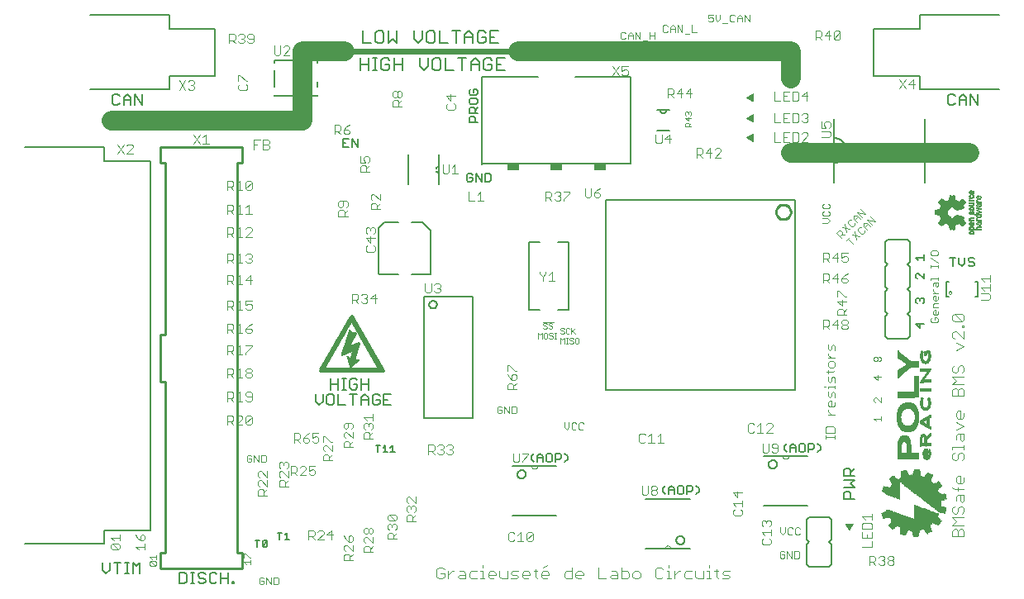
<source format=gto>
G75*
G70*
%OFA0B0*%
%FSLAX24Y24*%
%IPPOS*%
%LPD*%
%AMOC8*
5,1,8,0,0,1.08239X$1,22.5*
%
%ADD10C,0.0030*%
%ADD11C,0.0050*%
%ADD12C,0.0040*%
%ADD13C,0.0787*%
%ADD14C,0.0060*%
%ADD15C,0.0240*%
%ADD16C,0.0020*%
%ADD17C,0.0080*%
%ADD18C,0.0100*%
%ADD19C,0.0010*%
%ADD20C,0.0000*%
%ADD21R,0.0500X0.0250*%
%ADD22R,0.0005X0.0031*%
%ADD23R,0.0005X0.0026*%
%ADD24R,0.0005X0.0063*%
%ADD25R,0.0005X0.0052*%
%ADD26R,0.0005X0.0089*%
%ADD27R,0.0005X0.0079*%
%ADD28R,0.0005X0.0126*%
%ADD29R,0.0005X0.0105*%
%ADD30R,0.0005X0.0147*%
%ADD31R,0.0005X0.0131*%
%ADD32R,0.0005X0.0178*%
%ADD33R,0.0005X0.0157*%
%ADD34R,0.0005X0.0210*%
%ADD35R,0.0005X0.0184*%
%ADD36R,0.0005X0.0220*%
%ADD37R,0.0005X0.0210*%
%ADD38R,0.0005X0.0226*%
%ADD39R,0.0005X0.0226*%
%ADD40R,0.0005X0.0226*%
%ADD41R,0.0005X0.0231*%
%ADD42R,0.0005X0.0231*%
%ADD43R,0.0005X0.0231*%
%ADD44R,0.0005X0.0236*%
%ADD45R,0.0005X0.0231*%
%ADD46R,0.0005X0.0236*%
%ADD47R,0.0005X0.0241*%
%ADD48R,0.0005X0.0241*%
%ADD49R,0.0005X0.0247*%
%ADD50R,0.0005X0.0241*%
%ADD51R,0.0005X0.0247*%
%ADD52R,0.0005X0.0247*%
%ADD53R,0.0005X0.0252*%
%ADD54R,0.0005X0.0252*%
%ADD55R,0.0005X0.0257*%
%ADD56R,0.0005X0.0257*%
%ADD57R,0.0005X0.0262*%
%ADD58R,0.0005X0.0262*%
%ADD59R,0.0005X0.0268*%
%ADD60R,0.0005X0.0268*%
%ADD61R,0.0005X0.0273*%
%ADD62R,0.0005X0.0273*%
%ADD63R,0.0005X0.0278*%
%ADD64R,0.0005X0.0278*%
%ADD65R,0.0005X0.0283*%
%ADD66R,0.0005X0.0283*%
%ADD67R,0.0005X0.0289*%
%ADD68R,0.0005X0.0010*%
%ADD69R,0.0005X0.0289*%
%ADD70R,0.0005X0.0026*%
%ADD71R,0.0005X0.0037*%
%ADD72R,0.0005X0.0294*%
%ADD73R,0.0005X0.0047*%
%ADD74R,0.0005X0.0011*%
%ADD75R,0.0005X0.0294*%
%ADD76R,0.0005X0.0063*%
%ADD77R,0.0005X0.0021*%
%ADD78R,0.0005X0.0299*%
%ADD79R,0.0005X0.0074*%
%ADD80R,0.0005X0.0089*%
%ADD81R,0.0005X0.0299*%
%ADD82R,0.0005X0.0304*%
%ADD83R,0.0005X0.0100*%
%ADD84R,0.0005X0.0304*%
%ADD85R,0.0005X0.0115*%
%ADD86R,0.0005X0.0772*%
%ADD87R,0.0005X0.0089*%
%ADD88R,0.0005X0.0772*%
%ADD89R,0.0005X0.0147*%
%ADD90R,0.0005X0.0100*%
%ADD91R,0.0005X0.0110*%
%ADD92R,0.0005X0.0168*%
%ADD93R,0.0005X0.0131*%
%ADD94R,0.0005X0.0184*%
%ADD95R,0.0005X0.0142*%
%ADD96R,0.0005X0.0194*%
%ADD97R,0.0005X0.0766*%
%ADD98R,0.0005X0.0210*%
%ADD99R,0.0005X0.0168*%
%ADD100R,0.0005X0.0766*%
%ADD101R,0.0005X0.0220*%
%ADD102R,0.0005X0.0178*%
%ADD103R,0.0005X0.0761*%
%ADD104R,0.0005X0.0756*%
%ADD105R,0.0005X0.0205*%
%ADD106R,0.0005X0.0751*%
%ADD107R,0.0005X0.0745*%
%ADD108R,0.0005X0.0247*%
%ADD109R,0.0005X0.0777*%
%ADD110R,0.0005X0.0273*%
%ADD111R,0.0005X0.0782*%
%ADD112R,0.0005X0.0310*%
%ADD113R,0.0005X0.0793*%
%ADD114R,0.0005X0.0310*%
%ADD115R,0.0005X0.0294*%
%ADD116R,0.0005X0.0798*%
%ADD117R,0.0005X0.0315*%
%ADD118R,0.0005X0.0005*%
%ADD119R,0.0005X0.0808*%
%ADD120R,0.0005X0.0320*%
%ADD121R,0.0005X0.0315*%
%ADD122R,0.0005X0.0031*%
%ADD123R,0.0005X0.0819*%
%ADD124R,0.0005X0.0320*%
%ADD125R,0.0005X0.0824*%
%ADD126R,0.0005X0.0325*%
%ADD127R,0.0005X0.0835*%
%ADD128R,0.0005X0.0074*%
%ADD129R,0.0005X0.0840*%
%ADD130R,0.0005X0.0331*%
%ADD131R,0.0005X0.1171*%
%ADD132R,0.0005X0.0100*%
%ADD133R,0.0005X0.0336*%
%ADD134R,0.0005X0.0121*%
%ADD135R,0.0005X0.1160*%
%ADD136R,0.0005X0.0457*%
%ADD137R,0.0005X0.1155*%
%ADD138R,0.0005X0.1150*%
%ADD139R,0.0005X0.0451*%
%ADD140R,0.0005X0.1139*%
%ADD141R,0.0005X0.0451*%
%ADD142R,0.0005X0.1139*%
%ADD143R,0.0005X0.1129*%
%ADD144R,0.0005X0.1123*%
%ADD145R,0.0005X0.1113*%
%ADD146R,0.0005X0.0451*%
%ADD147R,0.0005X0.1108*%
%ADD148R,0.0005X0.0451*%
%ADD149R,0.0005X0.1097*%
%ADD150R,0.0005X0.1097*%
%ADD151R,0.0005X0.1092*%
%ADD152R,0.0005X0.1081*%
%ADD153R,0.0005X0.1081*%
%ADD154R,0.0005X0.0446*%
%ADD155R,0.0005X0.1071*%
%ADD156R,0.0005X0.1066*%
%ADD157R,0.0005X0.1060*%
%ADD158R,0.0005X0.1055*%
%ADD159R,0.0005X0.0446*%
%ADD160R,0.0005X0.1045*%
%ADD161R,0.0005X0.0446*%
%ADD162R,0.0005X0.1039*%
%ADD163R,0.0005X0.1029*%
%ADD164R,0.0005X0.0446*%
%ADD165R,0.0005X0.1029*%
%ADD166R,0.0005X0.0441*%
%ADD167R,0.0005X0.1024*%
%ADD168R,0.0005X0.1013*%
%ADD169R,0.0005X0.0441*%
%ADD170R,0.0005X0.1008*%
%ADD171R,0.0005X0.1003*%
%ADD172R,0.0005X0.0997*%
%ADD173R,0.0005X0.0987*%
%ADD174R,0.0005X0.0982*%
%ADD175R,0.0005X0.0971*%
%ADD176R,0.0005X0.0436*%
%ADD177R,0.0005X0.0971*%
%ADD178R,0.0005X0.0966*%
%ADD179R,0.0005X0.0436*%
%ADD180R,0.0005X0.0961*%
%ADD181R,0.0005X0.0961*%
%ADD182R,0.0005X0.0436*%
%ADD183R,0.0005X0.0966*%
%ADD184R,0.0005X0.0966*%
%ADD185R,0.0005X0.0462*%
%ADD186R,0.0005X0.0467*%
%ADD187R,0.0005X0.0971*%
%ADD188R,0.0005X0.0042*%
%ADD189R,0.0005X0.0478*%
%ADD190R,0.0005X0.0483*%
%ADD191R,0.0005X0.0079*%
%ADD192R,0.0005X0.0488*%
%ADD193R,0.0005X0.0976*%
%ADD194R,0.0005X0.0094*%
%ADD195R,0.0005X0.0493*%
%ADD196R,0.0005X0.0016*%
%ADD197R,0.0005X0.0499*%
%ADD198R,0.0005X0.0976*%
%ADD199R,0.0005X0.0509*%
%ADD200R,0.0005X0.0152*%
%ADD201R,0.0005X0.0058*%
%ADD202R,0.0005X0.0514*%
%ADD203R,0.0005X0.0982*%
%ADD204R,0.0005X0.0173*%
%ADD205R,0.0005X0.0520*%
%ADD206R,0.0005X0.0982*%
%ADD207R,0.0005X0.0189*%
%ADD208R,0.0005X0.0530*%
%ADD209R,0.0005X0.0535*%
%ADD210R,0.0005X0.0142*%
%ADD211R,0.0005X0.0546*%
%ADD212R,0.0005X0.0241*%
%ADD213R,0.0005X0.0546*%
%ADD214R,0.0005X0.0136*%
%ADD215R,0.0005X0.0131*%
%ADD216R,0.0005X0.0136*%
%ADD217R,0.0005X0.0131*%
%ADD218R,0.0005X0.0052*%
%ADD219R,0.0005X0.0179*%
%ADD220R,0.0005X0.0551*%
%ADD221R,0.0005X0.0199*%
%ADD222R,0.0005X0.0147*%
%ADD223R,0.0005X0.0205*%
%ADD224R,0.0005X0.0199*%
%ADD225R,0.0005X0.0194*%
%ADD226R,0.0005X0.0562*%
%ADD227R,0.0005X0.1270*%
%ADD228R,0.0005X0.0136*%
%ADD229R,0.0005X0.0068*%
%ADD230R,0.0005X0.0215*%
%ADD231R,0.0005X0.0567*%
%ADD232R,0.0005X0.1265*%
%ADD233R,0.0005X0.0577*%
%ADD234R,0.0005X0.1270*%
%ADD235R,0.0005X0.0152*%
%ADD236R,0.0005X0.0084*%
%ADD237R,0.0005X0.0583*%
%ADD238R,0.0005X0.0152*%
%ADD239R,0.0005X0.0136*%
%ADD240R,0.0005X0.0346*%
%ADD241R,0.0005X0.0094*%
%ADD242R,0.0005X0.0341*%
%ADD243R,0.0005X0.0588*%
%ADD244R,0.0005X0.1265*%
%ADD245R,0.0005X0.0331*%
%ADD246R,0.0005X0.0367*%
%ADD247R,0.0005X0.0373*%
%ADD248R,0.0005X0.0877*%
%ADD249R,0.0005X0.0346*%
%ADD250R,0.0005X0.0388*%
%ADD251R,0.0005X0.0394*%
%ADD252R,0.0005X0.0882*%
%ADD253R,0.0005X0.1265*%
%ADD254R,0.0005X0.0367*%
%ADD255R,0.0005X0.0147*%
%ADD256R,0.0005X0.0409*%
%ADD257R,0.0005X0.0115*%
%ADD258R,0.0005X0.0415*%
%ADD259R,0.0005X0.0887*%
%ADD260R,0.0005X0.0430*%
%ADD261R,0.0005X0.0430*%
%ADD262R,0.0005X0.0892*%
%ADD263R,0.0005X0.0892*%
%ADD264R,0.0005X0.1260*%
%ADD265R,0.0005X0.0457*%
%ADD266R,0.0005X0.0903*%
%ADD267R,0.0005X0.1260*%
%ADD268R,0.0005X0.0362*%
%ADD269R,0.0005X0.0462*%
%ADD270R,0.0005X0.0908*%
%ADD271R,0.0005X0.0546*%
%ADD272R,0.0005X0.0467*%
%ADD273R,0.0005X0.0913*%
%ADD274R,0.0005X0.0541*%
%ADD275R,0.0005X0.0163*%
%ADD276R,0.0005X0.0472*%
%ADD277R,0.0005X0.0919*%
%ADD278R,0.0005X0.0084*%
%ADD279R,0.0005X0.0483*%
%ADD280R,0.0005X0.1255*%
%ADD281R,0.0005X0.0525*%
%ADD282R,0.0005X0.0929*%
%ADD283R,0.0005X0.0152*%
%ADD284R,0.0005X0.0126*%
%ADD285R,0.0005X0.0929*%
%ADD286R,0.0005X0.0011*%
%ADD287R,0.0005X0.0189*%
%ADD288R,0.0005X0.0934*%
%ADD289R,0.0005X0.1255*%
%ADD290R,0.0005X0.0068*%
%ADD291R,0.0005X0.0945*%
%ADD292R,0.0005X0.1249*%
%ADD293R,0.0005X0.0047*%
%ADD294R,0.0005X0.0945*%
%ADD295R,0.0005X0.1239*%
%ADD296R,0.0005X0.0493*%
%ADD297R,0.0005X0.0163*%
%ADD298R,0.0005X0.0955*%
%ADD299R,0.0005X0.1234*%
%ADD300R,0.0005X0.0955*%
%ADD301R,0.0005X0.1223*%
%ADD302R,0.0005X0.0483*%
%ADD303R,0.0005X0.1207*%
%ADD304R,0.0005X0.0478*%
%ADD305R,0.0005X0.1197*%
%ADD306R,0.0005X0.0971*%
%ADD307R,0.0005X0.1192*%
%ADD308R,0.0005X0.0462*%
%ADD309R,0.0005X0.1181*%
%ADD310R,0.0005X0.1144*%
%ADD311R,0.0005X0.0950*%
%ADD312R,0.0005X0.1134*%
%ADD313R,0.0005X0.0394*%
%ADD314R,0.0005X0.1123*%
%ADD315R,0.0005X0.0940*%
%ADD316R,0.0005X0.0940*%
%ADD317R,0.0005X0.1102*%
%ADD318R,0.0005X0.0404*%
%ADD319R,0.0005X0.0934*%
%ADD320R,0.0005X0.1092*%
%ADD321R,0.0005X0.0420*%
%ADD322R,0.0005X0.1081*%
%ADD323R,0.0005X0.0924*%
%ADD324R,0.0005X0.1071*%
%ADD325R,0.0005X0.1066*%
%ADD326R,0.0005X0.1045*%
%ADD327R,0.0005X0.0908*%
%ADD328R,0.0005X0.1034*%
%ADD329R,0.0005X0.0472*%
%ADD330R,0.0005X0.0898*%
%ADD331R,0.0005X0.1013*%
%ADD332R,0.0005X0.0173*%
%ADD333R,0.0005X0.0478*%
%ADD334R,0.0005X0.0898*%
%ADD335R,0.0005X0.1003*%
%ADD336R,0.0005X0.0399*%
%ADD337R,0.0005X0.0892*%
%ADD338R,0.0005X0.0992*%
%ADD339R,0.0005X0.0887*%
%ADD340R,0.0005X0.0383*%
%ADD341R,0.0005X0.0157*%
%ADD342R,0.0005X0.0877*%
%ADD343R,0.0005X0.0357*%
%ADD344R,0.0005X0.0871*%
%ADD345R,0.0005X0.0955*%
%ADD346R,0.0005X0.0871*%
%ADD347R,0.0005X0.0940*%
%ADD348R,0.0005X0.0866*%
%ADD349R,0.0005X0.0866*%
%ADD350R,0.0005X0.0121*%
%ADD351R,0.0005X0.0856*%
%ADD352R,0.0005X0.0850*%
%ADD353R,0.0005X0.0850*%
%ADD354R,0.0005X0.0845*%
%ADD355R,0.0005X0.0016*%
%ADD356R,0.0005X0.0163*%
%ADD357R,0.0005X0.0924*%
%ADD358R,0.0005X0.0121*%
%ADD359R,0.0005X0.0262*%
%ADD360R,0.0005X0.0037*%
%ADD361R,0.0005X0.0058*%
%ADD362R,0.0005X0.0856*%
%ADD363R,0.0005X0.0919*%
%ADD364R,0.0005X0.0184*%
%ADD365R,0.0005X0.0861*%
%ADD366R,0.0005X0.0105*%
%ADD367R,0.0005X0.0861*%
%ADD368R,0.0005X0.0919*%
%ADD369R,0.0005X0.0215*%
%ADD370R,0.0005X0.0871*%
%ADD371R,0.0005X0.0913*%
%ADD372R,0.0005X0.0908*%
%ADD373R,0.0005X0.0882*%
%ADD374R,0.0005X0.0903*%
%ADD375R,0.0005X0.0199*%
%ADD376R,0.0005X0.0903*%
%ADD377R,0.0005X0.0425*%
%ADD378R,0.0005X0.0121*%
%ADD379R,0.0005X0.0179*%
%ADD380R,0.0005X0.0404*%
%ADD381R,0.0005X0.0110*%
%ADD382R,0.0005X0.0383*%
%ADD383R,0.0005X0.0168*%
%ADD384R,0.0005X0.0908*%
%ADD385R,0.0005X0.0336*%
%ADD386R,0.0005X0.0887*%
%ADD387R,0.0005X0.0409*%
%ADD388R,0.0005X0.0058*%
%ADD389R,0.0005X0.0877*%
%ADD390R,0.0005X0.0987*%
%ADD391R,0.0005X0.1050*%
%ADD392R,0.0005X0.1108*%
%ADD393R,0.0005X0.0987*%
%ADD394R,0.0005X0.1102*%
%ADD395R,0.0005X0.1087*%
%ADD396R,0.0005X0.1097*%
%ADD397R,0.0005X0.1134*%
%ADD398R,0.0005X0.1087*%
%ADD399R,0.0005X0.1213*%
%ADD400R,0.0005X0.1213*%
%ADD401R,0.0005X0.1218*%
%ADD402R,0.0005X0.1076*%
%ADD403R,0.0005X0.0388*%
%ADD404R,0.0005X0.1218*%
%ADD405R,0.0005X0.1223*%
%ADD406R,0.0005X0.1228*%
%ADD407R,0.0005X0.1228*%
%ADD408R,0.0005X0.0567*%
%ADD409R,0.0005X0.0598*%
%ADD410R,0.0005X0.1234*%
%ADD411R,0.0005X0.0630*%
%ADD412R,0.0005X0.1234*%
%ADD413R,0.0005X0.1055*%
%ADD414R,0.0005X0.0656*%
%ADD415R,0.0005X0.1239*%
%ADD416R,0.0005X0.1050*%
%ADD417R,0.0005X0.0682*%
%ADD418R,0.0005X0.1045*%
%ADD419R,0.0005X0.0703*%
%ADD420R,0.0005X0.1239*%
%ADD421R,0.0005X0.0724*%
%ADD422R,0.0005X0.1244*%
%ADD423R,0.0005X0.1045*%
%ADD424R,0.0005X0.0745*%
%ADD425R,0.0005X0.0766*%
%ADD426R,0.0005X0.1034*%
%ADD427R,0.0005X0.0787*%
%ADD428R,0.0005X0.0803*%
%ADD429R,0.0005X0.0819*%
%ADD430R,0.0005X0.1024*%
%ADD431R,0.0005X0.0835*%
%ADD432R,0.0005X0.1018*%
%ADD433R,0.0005X0.1018*%
%ADD434R,0.0005X0.1265*%
%ADD435R,0.0005X0.1013*%
%ADD436R,0.0005X0.1270*%
%ADD437R,0.0005X0.1008*%
%ADD438R,0.0005X0.1003*%
%ADD439R,0.0005X0.0924*%
%ADD440R,0.0005X0.1276*%
%ADD441R,0.0005X0.0950*%
%ADD442R,0.0005X0.1281*%
%ADD443R,0.0005X0.0992*%
%ADD444R,0.0005X0.1286*%
%ADD445R,0.0005X0.1286*%
%ADD446R,0.0005X0.1291*%
%ADD447R,0.0005X0.0373*%
%ADD448R,0.0005X0.1291*%
%ADD449R,0.0005X0.0357*%
%ADD450R,0.0005X0.0357*%
%ADD451R,0.0005X0.0709*%
%ADD452R,0.0005X0.0352*%
%ADD453R,0.0005X0.0341*%
%ADD454R,0.0005X0.0336*%
%ADD455R,0.0005X0.0709*%
%ADD456R,0.0005X0.0714*%
%ADD457R,0.0005X0.0840*%
%ADD458R,0.0005X0.0320*%
%ADD459R,0.0005X0.0719*%
%ADD460R,0.0005X0.0824*%
%ADD461R,0.0005X0.0698*%
%ADD462R,0.0005X0.0310*%
%ADD463R,0.0005X0.0782*%
%ADD464R,0.0005X0.0672*%
%ADD465R,0.0005X0.0761*%
%ADD466R,0.0005X0.0304*%
%ADD467R,0.0005X0.0310*%
%ADD468R,0.0005X0.0651*%
%ADD469R,0.0005X0.0740*%
%ADD470R,0.0005X0.0635*%
%ADD471R,0.0005X0.0724*%
%ADD472R,0.0005X0.0619*%
%ADD473R,0.0005X0.0703*%
%ADD474R,0.0005X0.0294*%
%ADD475R,0.0005X0.0604*%
%ADD476R,0.0005X0.0588*%
%ADD477R,0.0005X0.0672*%
%ADD478R,0.0005X0.0289*%
%ADD479R,0.0005X0.0572*%
%ADD480R,0.0005X0.0667*%
%ADD481R,0.0005X0.0556*%
%ADD482R,0.0005X0.0667*%
%ADD483R,0.0005X0.0541*%
%ADD484R,0.0005X0.0661*%
%ADD485R,0.0005X0.0525*%
%ADD486R,0.0005X0.0656*%
%ADD487R,0.0005X0.0656*%
%ADD488R,0.0005X0.0278*%
%ADD489R,0.0005X0.0509*%
%ADD490R,0.0005X0.0646*%
%ADD491R,0.0005X0.0640*%
%ADD492R,0.0005X0.0509*%
%ADD493R,0.0005X0.0509*%
%ADD494R,0.0005X0.0630*%
%ADD495R,0.0005X0.0278*%
%ADD496R,0.0005X0.0625*%
%ADD497R,0.0005X0.0514*%
%ADD498R,0.0005X0.0619*%
%ADD499R,0.0005X0.0514*%
%ADD500R,0.0005X0.0614*%
%ADD501R,0.0005X0.0614*%
%ADD502R,0.0005X0.0520*%
%ADD503R,0.0005X0.0609*%
%ADD504R,0.0005X0.0677*%
%ADD505R,0.0005X0.0604*%
%ADD506R,0.0005X0.0273*%
%ADD507R,0.0005X0.0735*%
%ADD508R,0.0005X0.0593*%
%ADD509R,0.0005X0.0593*%
%ADD510R,0.0005X0.0777*%
%ADD511R,0.0005X0.0525*%
%ADD512R,0.0005X0.0793*%
%ADD513R,0.0005X0.0325*%
%ADD514R,0.0005X0.0530*%
%ADD515R,0.0005X0.0572*%
%ADD516R,0.0005X0.0829*%
%ADD517R,0.0005X0.0562*%
%ADD518R,0.0005X0.0352*%
%ADD519R,0.0005X0.0535*%
%ADD520R,0.0005X0.0551*%
%ADD521R,0.0005X0.0871*%
%ADD522R,0.0005X0.0378*%
%ADD523R,0.0005X0.0892*%
%ADD524R,0.0005X0.0562*%
%ADD525R,0.0005X0.0415*%
%ADD526R,0.0005X0.0541*%
%ADD527R,0.0005X0.0430*%
%ADD528R,0.0005X0.0541*%
%ADD529R,0.0005X0.0577*%
%ADD530R,0.0005X0.0583*%
%ADD531R,0.0005X0.0588*%
%ADD532R,0.0005X0.0919*%
%ADD533R,0.0005X0.0572*%
%ADD534R,0.0005X0.0924*%
%ADD535R,0.0005X0.0593*%
%ADD536R,0.0005X0.0383*%
%ADD537R,0.0005X0.0499*%
%ADD538R,0.0005X0.0625*%
%ADD539R,0.0005X0.0352*%
%ADD540R,0.0005X0.0635*%
%ADD541R,0.0005X0.0640*%
%ADD542R,0.0005X0.0646*%
%ADD543R,0.0005X0.0682*%
%ADD544R,0.0005X0.0688*%
%ADD545R,0.0005X0.0651*%
%ADD546R,0.0005X0.0262*%
%ADD547R,0.0005X0.0698*%
%ADD548R,0.0005X0.0714*%
%ADD549R,0.0005X0.0667*%
%ADD550R,0.0005X0.0756*%
%ADD551R,0.0005X0.0777*%
%ADD552R,0.0005X0.0640*%
%ADD553R,0.0005X0.0803*%
%ADD554R,0.0005X0.0619*%
%ADD555R,0.0005X0.0289*%
%ADD556R,0.0005X0.0619*%
%ADD557R,0.0005X0.0609*%
%ADD558R,0.0005X0.0808*%
%ADD559R,0.0005X0.0808*%
%ADD560R,0.0005X0.0562*%
%ADD561R,0.0005X0.0304*%
%ADD562R,0.0005X0.0808*%
%ADD563R,0.0005X0.0504*%
%ADD564R,0.0005X0.0378*%
%ADD565R,0.0005X0.0388*%
%ADD566R,0.0005X0.0415*%
%ADD567R,0.0005X0.0546*%
%ADD568R,0.0005X0.0194*%
%ADD569R,0.0005X0.0955*%
%ADD570R,0.0005X0.0105*%
%ADD571R,0.0005X0.0934*%
%ADD572R,0.0005X0.0861*%
%ADD573R,0.0005X0.0845*%
%ADD574R,0.0005X0.0829*%
%ADD575R,0.0005X0.0845*%
%ADD576R,0.0005X0.0530*%
%ADD577R,0.0005X0.0824*%
%ADD578R,0.0005X0.0840*%
%ADD579R,0.0005X0.0814*%
%ADD580R,0.0005X0.0735*%
%ADD581R,0.0005X0.0793*%
%ADD582R,0.0005X0.0693*%
%ADD583R,0.0005X0.0525*%
%ADD584R,0.0005X0.0787*%
%ADD585R,0.0005X0.0719*%
%ADD586R,0.0005X0.0782*%
%ADD587R,0.0005X0.0693*%
%ADD588R,0.0005X0.0593*%
%ADD589R,0.0005X0.0514*%
%ADD590R,0.0005X0.0814*%
%ADD591R,0.0005X0.0829*%
%ADD592R,0.0005X0.0640*%
%ADD593R,0.0005X0.0840*%
%ADD594R,0.0005X0.0856*%
%ADD595R,0.0005X0.0730*%
%ADD596R,0.0005X0.0719*%
%ADD597R,0.0005X0.0462*%
%ADD598R,0.0005X0.0215*%
%ADD599R,0.0005X0.0357*%
%ADD600R,0.0005X0.0399*%
%ADD601R,0.0005X0.0341*%
%ADD602R,0.0005X0.0199*%
%ADD603R,0.0005X0.0362*%
%ADD604R,0.0005X0.0073*%
%ADD605R,0.0005X0.0037*%
%ADD606R,0.0005X0.0021*%
%ADD607R,0.0005X0.0325*%
%ADD608R,0.0005X0.0325*%
%ADD609R,0.0005X0.0089*%
%ADD610R,0.0005X0.0100*%
%ADD611R,0.0005X0.0042*%
%ADD612R,0.0005X0.0053*%
%ADD613R,0.0005X0.0026*%
%ADD614R,0.2367X0.0002*%
%ADD615R,0.0007X0.0002*%
%ADD616R,0.2383X0.0002*%
%ADD617R,0.0019X0.0002*%
%ADD618R,0.2364X0.0002*%
%ADD619R,0.0012X0.0002*%
%ADD620R,0.0005X0.0002*%
%ADD621R,0.2417X0.0002*%
%ADD622R,0.0007X0.0002*%
%ADD623R,0.2432X0.0002*%
%ADD624R,0.0002X0.0002*%
%ADD625R,0.2424X0.0002*%
%ADD626R,0.0007X0.0002*%
%ADD627R,0.2434X0.0002*%
%ADD628R,0.0012X0.0002*%
%ADD629R,0.0014X0.0002*%
%ADD630R,0.2432X0.0002*%
%ADD631R,0.0002X0.0002*%
%ADD632R,0.0017X0.0002*%
%ADD633R,0.2436X0.0002*%
%ADD634R,0.0005X0.0002*%
%ADD635R,0.2448X0.0002*%
%ADD636R,0.0010X0.0002*%
%ADD637R,0.2429X0.0002*%
%ADD638R,0.2501X0.0002*%
%ADD639R,0.2499X0.0002*%
%ADD640R,0.2504X0.0002*%
%ADD641R,0.2504X0.0002*%
%ADD642R,0.2516X0.0002*%
%ADD643R,0.2520X0.0002*%
%ADD644R,0.2520X0.0002*%
%ADD645R,0.2523X0.0002*%
%ADD646R,0.2537X0.0002*%
%ADD647R,0.2540X0.0002*%
%ADD648R,0.2528X0.0002*%
%ADD649R,0.2530X0.0002*%
%ADD650R,0.2528X0.0002*%
%ADD651R,0.2544X0.0002*%
%ADD652R,0.2549X0.0002*%
%ADD653R,0.2547X0.0002*%
%ADD654R,0.2552X0.0002*%
%ADD655R,0.2554X0.0002*%
%ADD656R,0.2554X0.0002*%
%ADD657R,0.2556X0.0002*%
%ADD658R,0.2554X0.0002*%
%ADD659R,0.2549X0.0002*%
%ADD660R,0.2537X0.0002*%
%ADD661R,0.2542X0.0002*%
%ADD662R,0.2540X0.0002*%
%ADD663R,0.2532X0.0002*%
%ADD664R,0.0014X0.0002*%
%ADD665R,0.0002X0.0002*%
%ADD666R,0.2513X0.0002*%
%ADD667R,0.1228X0.0002*%
%ADD668R,0.1084X0.0002*%
%ADD669R,0.0046X0.0002*%
%ADD670R,0.0166X0.0002*%
%ADD671R,0.0171X0.0002*%
%ADD672R,0.1002X0.0002*%
%ADD673R,0.0010X0.0002*%
%ADD674R,0.1062X0.0002*%
%ADD675R,0.0014X0.0002*%
%ADD676R,0.0154X0.0002*%
%ADD677R,0.0163X0.0002*%
%ADD678R,0.0012X0.0002*%
%ADD679R,0.1057X0.0002*%
%ADD680R,0.0156X0.0002*%
%ADD681R,0.0173X0.0002*%
%ADD682R,0.0002X0.0002*%
%ADD683R,0.0012X0.0002*%
%ADD684R,0.0010X0.0002*%
%ADD685R,0.0156X0.0002*%
%ADD686R,0.0168X0.0002*%
%ADD687R,0.1000X0.0002*%
%ADD688R,0.1052X0.0002*%
%ADD689R,0.0161X0.0002*%
%ADD690R,0.0159X0.0002*%
%ADD691R,0.0168X0.0002*%
%ADD692R,0.1036X0.0002*%
%ADD693R,0.1062X0.0002*%
%ADD694R,0.0010X0.0002*%
%ADD695R,0.0175X0.0002*%
%ADD696R,0.0175X0.0002*%
%ADD697R,0.0022X0.0002*%
%ADD698R,0.0067X0.0002*%
%ADD699R,0.0048X0.0002*%
%ADD700R,0.0086X0.0002*%
%ADD701R,0.0065X0.0002*%
%ADD702R,0.0026X0.0002*%
%ADD703R,0.0026X0.0002*%
%ADD704R,0.0005X0.0002*%
%ADD705R,0.0048X0.0002*%
%ADD706R,0.0173X0.0002*%
%ADD707R,0.0017X0.0002*%
%ADD708R,0.0147X0.0002*%
%ADD709R,0.0147X0.0002*%
%ADD710R,0.0142X0.0002*%
%ADD711R,0.0137X0.0002*%
%ADD712R,0.0019X0.0002*%
%ADD713R,0.0144X0.0002*%
%ADD714R,0.0012X0.0002*%
%ADD715R,0.0135X0.0002*%
%ADD716R,0.0022X0.0002*%
%ADD717R,0.0137X0.0002*%
%ADD718R,0.0139X0.0002*%
%ADD719R,0.0144X0.0002*%
%ADD720R,0.0014X0.0002*%
%ADD721R,0.0005X0.0002*%
%ADD722R,0.0159X0.0002*%
%ADD723R,0.0180X0.0002*%
%ADD724R,0.0183X0.0002*%
%ADD725R,0.0149X0.0002*%
%ADD726R,0.0151X0.0002*%
%ADD727R,0.0151X0.0002*%
%ADD728R,0.0007X0.0002*%
%ADD729R,0.0125X0.0002*%
%ADD730R,0.0002X0.0002*%
%ADD731R,0.0120X0.0002*%
%ADD732R,0.0154X0.0002*%
%ADD733R,0.0125X0.0002*%
%ADD734R,0.0036X0.0002*%
%ADD735R,0.0019X0.0002*%
%ADD736R,0.0154X0.0002*%
%ADD737R,0.0007X0.0002*%
%ADD738R,0.0168X0.0002*%
%ADD739R,0.0142X0.0002*%
%ADD740R,0.0017X0.0002*%
%ADD741R,0.0159X0.0002*%
%ADD742R,0.0022X0.0002*%
%ADD743R,0.0159X0.0002*%
%ADD744R,0.0036X0.0002*%
%ADD745R,0.0139X0.0002*%
%ADD746R,0.0161X0.0002*%
%ADD747R,0.0041X0.0002*%
%ADD748R,0.0005X0.0002*%
%ADD749R,0.0058X0.0002*%
%ADD750R,0.0053X0.0002*%
%ADD751R,0.0144X0.0002*%
%ADD752R,0.0043X0.0002*%
%ADD753R,0.0144X0.0002*%
%ADD754R,0.0038X0.0002*%
%ADD755R,0.0135X0.0002*%
%ADD756R,0.0041X0.0002*%
%ADD757R,0.0142X0.0002*%
%ADD758R,0.0038X0.0002*%
%ADD759R,0.0156X0.0002*%
%ADD760R,0.0149X0.0002*%
%ADD761R,0.0055X0.0002*%
%ADD762R,0.0137X0.0002*%
%ADD763R,0.0055X0.0002*%
%ADD764R,0.0151X0.0002*%
%ADD765R,0.0137X0.0002*%
%ADD766R,0.0147X0.0002*%
%ADD767R,0.0048X0.0002*%
%ADD768R,0.0132X0.0002*%
%ADD769R,0.0123X0.0002*%
%ADD770R,0.0077X0.0002*%
%ADD771R,0.0034X0.0002*%
%ADD772R,0.0120X0.0002*%
%ADD773R,0.0178X0.0002*%
%ADD774R,0.0175X0.0002*%
%ADD775R,0.0079X0.0002*%
%ADD776R,0.0163X0.0002*%
%ADD777R,0.0082X0.0002*%
%ADD778R,0.0099X0.0002*%
%ADD779R,0.0161X0.0002*%
%ADD780R,0.0084X0.0002*%
%ADD781R,0.0089X0.0002*%
%ADD782R,0.0091X0.0002*%
%ADD783R,0.0101X0.0002*%
%ADD784R,0.0166X0.0002*%
%ADD785R,0.0084X0.0002*%
%ADD786R,0.0079X0.0002*%
%ADD787R,0.0079X0.0002*%
%ADD788R,0.0113X0.0002*%
%ADD789R,0.0118X0.0002*%
%ADD790R,0.0151X0.0002*%
%ADD791R,0.0118X0.0002*%
%ADD792R,0.0137X0.0002*%
%ADD793R,0.0149X0.0002*%
%ADD794R,0.0130X0.0002*%
%ADD795R,0.0154X0.0002*%
%ADD796R,0.0120X0.0002*%
%ADD797R,0.0115X0.0002*%
%ADD798R,0.0135X0.0002*%
%ADD799R,0.0115X0.0002*%
%ADD800R,0.0132X0.0002*%
%ADD801R,0.0127X0.0002*%
%ADD802R,0.0036X0.0002*%
%ADD803R,0.0190X0.0002*%
%ADD804R,0.0187X0.0002*%
%ADD805R,0.0202X0.0002*%
%ADD806R,0.0010X0.0002*%
%ADD807R,0.0195X0.0002*%
%ADD808R,0.0019X0.0002*%
%ADD809R,0.0002X0.0002*%
%ADD810R,0.0207X0.0002*%
%ADD811R,0.0211X0.0002*%
%ADD812R,0.0214X0.0002*%
%ADD813R,0.0223X0.0002*%
%ADD814R,0.0231X0.0002*%
%ADD815R,0.0135X0.0002*%
%ADD816R,0.0190X0.0002*%
%ADD817R,0.0031X0.0002*%
%ADD818R,0.0144X0.0002*%
%ADD819R,0.0231X0.0002*%
%ADD820R,0.0267X0.0002*%
%ADD821R,0.0269X0.0002*%
%ADD822R,0.0017X0.0002*%
%ADD823R,0.0142X0.0002*%
%ADD824R,0.0267X0.0002*%
%ADD825R,0.0147X0.0002*%
%ADD826R,0.0271X0.0002*%
%ADD827R,0.0276X0.0002*%
%ADD828R,0.0137X0.0002*%
%ADD829R,0.0276X0.0002*%
%ADD830R,0.0178X0.0002*%
%ADD831R,0.0279X0.0002*%
%ADD832R,0.0019X0.0002*%
%ADD833R,0.0118X0.0002*%
%ADD834R,0.0014X0.0002*%
%ADD835R,0.0279X0.0002*%
%ADD836R,0.0024X0.0002*%
%ADD837R,0.0274X0.0002*%
%ADD838R,0.0022X0.0002*%
%ADD839R,0.0120X0.0002*%
%ADD840R,0.0130X0.0002*%
%ADD841R,0.0031X0.0002*%
%ADD842R,0.0308X0.0002*%
%ADD843R,0.0163X0.0002*%
%ADD844R,0.0312X0.0002*%
%ADD845R,0.0320X0.0002*%
%ADD846R,0.0317X0.0002*%
%ADD847R,0.0317X0.0002*%
%ADD848R,0.0315X0.0002*%
%ADD849R,0.0135X0.0002*%
%ADD850R,0.0305X0.0002*%
%ADD851R,0.0315X0.0002*%
%ADD852R,0.0139X0.0002*%
%ADD853R,0.0332X0.0002*%
%ADD854R,0.0308X0.0002*%
%ADD855R,0.0310X0.0002*%
%ADD856R,0.0332X0.0002*%
%ADD857R,0.0346X0.0002*%
%ADD858R,0.0351X0.0002*%
%ADD859R,0.0180X0.0002*%
%ADD860R,0.0356X0.0002*%
%ADD861R,0.0358X0.0002*%
%ADD862R,0.0360X0.0002*%
%ADD863R,0.0171X0.0002*%
%ADD864R,0.0344X0.0002*%
%ADD865R,0.0024X0.0002*%
%ADD866R,0.0346X0.0002*%
%ADD867R,0.0360X0.0002*%
%ADD868R,0.0348X0.0002*%
%ADD869R,0.0353X0.0002*%
%ADD870R,0.0257X0.0002*%
%ADD871R,0.0264X0.0002*%
%ADD872R,0.0026X0.0002*%
%ADD873R,0.0038X0.0002*%
%ADD874R,0.0178X0.0002*%
%ADD875R,0.0291X0.0002*%
%ADD876R,0.0043X0.0002*%
%ADD877R,0.0267X0.0002*%
%ADD878R,0.0303X0.0002*%
%ADD879R,0.0274X0.0002*%
%ADD880R,0.0005X0.0002*%
%ADD881R,0.0272X0.0002*%
%ADD882R,0.0276X0.0002*%
%ADD883R,0.0300X0.0002*%
%ADD884R,0.0043X0.0002*%
%ADD885R,0.0279X0.0002*%
%ADD886R,0.0147X0.0002*%
%ADD887R,0.0267X0.0002*%
%ADD888R,0.0147X0.0002*%
%ADD889R,0.0274X0.0002*%
%ADD890R,0.0269X0.0002*%
%ADD891R,0.0024X0.0002*%
%ADD892R,0.0139X0.0002*%
%ADD893R,0.0269X0.0002*%
%ADD894R,0.0031X0.0002*%
%ADD895R,0.0125X0.0002*%
%ADD896R,0.0175X0.0002*%
%ADD897R,0.0096X0.0002*%
%ADD898R,0.0099X0.0002*%
%ADD899R,0.0074X0.0002*%
%ADD900R,0.0094X0.0002*%
%ADD901R,0.0171X0.0002*%
%ADD902R,0.0082X0.0002*%
%ADD903R,0.0072X0.0002*%
%ADD904R,0.0034X0.0002*%
%ADD905R,0.0139X0.0002*%
%ADD906R,0.0019X0.0002*%
%ADD907R,0.0007X0.0002*%
%ADD908R,0.0156X0.0002*%
%ADD909R,0.0130X0.0002*%
%ADD910R,0.0029X0.0002*%
%ADD911R,0.0026X0.0002*%
%ADD912R,0.0024X0.0002*%
%ADD913R,0.0123X0.0002*%
%ADD914R,0.0123X0.0002*%
%ADD915R,0.0130X0.0002*%
%ADD916R,0.0120X0.0002*%
%ADD917R,0.0115X0.0002*%
%ADD918R,0.0125X0.0002*%
%ADD919R,0.0127X0.0002*%
%ADD920R,0.0130X0.0002*%
%ADD921R,0.0026X0.0002*%
%ADD922R,0.0173X0.0002*%
%ADD923R,0.0154X0.0002*%
%ADD924R,0.0010X0.0002*%
%ADD925R,0.0038X0.0002*%
%ADD926R,0.0038X0.0002*%
%ADD927R,0.0178X0.0002*%
%ADD928R,0.0065X0.0002*%
%ADD929R,0.0058X0.0002*%
%ADD930R,0.0043X0.0002*%
%ADD931R,0.0041X0.0002*%
%ADD932R,0.0048X0.0002*%
%ADD933R,0.0118X0.0002*%
%ADD934R,0.0034X0.0002*%
%ADD935R,0.0113X0.0002*%
%ADD936R,0.0017X0.0002*%
%ADD937R,0.0123X0.0002*%
%ADD938R,0.0024X0.0002*%
%ADD939R,0.0012X0.0002*%
%ADD940R,0.0115X0.0002*%
%ADD941R,0.0127X0.0002*%
%ADD942R,0.0161X0.0002*%
%ADD943R,0.0115X0.0002*%
%ADD944R,0.0159X0.0002*%
%ADD945R,0.0238X0.0002*%
%ADD946R,0.0156X0.0002*%
%ADD947R,0.0238X0.0002*%
%ADD948R,0.0228X0.0002*%
%ADD949R,0.0235X0.0002*%
%ADD950R,0.0168X0.0002*%
%ADD951R,0.0231X0.0002*%
%ADD952R,0.0233X0.0002*%
%ADD953R,0.0235X0.0002*%
%ADD954R,0.0231X0.0002*%
%ADD955R,0.0173X0.0002*%
%ADD956R,0.0151X0.0002*%
%ADD957R,0.0245X0.0002*%
%ADD958R,0.0034X0.0002*%
%ADD959R,0.0161X0.0002*%
%ADD960R,0.0211X0.0002*%
%ADD961R,0.0281X0.0002*%
%ADD962R,0.0300X0.0002*%
%ADD963R,0.0291X0.0002*%
%ADD964R,0.0293X0.0002*%
%ADD965R,0.0298X0.0002*%
%ADD966R,0.0144X0.0002*%
%ADD967R,0.0300X0.0002*%
%ADD968R,0.0142X0.0002*%
%ADD969R,0.0291X0.0002*%
%ADD970R,0.0310X0.0002*%
%ADD971R,0.0312X0.0002*%
%ADD972R,0.0132X0.0002*%
%ADD973R,0.0308X0.0002*%
%ADD974R,0.0341X0.0002*%
%ADD975R,0.0317X0.0002*%
%ADD976R,0.0305X0.0002*%
%ADD977R,0.0315X0.0002*%
%ADD978R,0.0579X0.0002*%
%ADD979R,0.0543X0.0002*%
%ADD980R,0.0569X0.0002*%
%ADD981R,0.0545X0.0002*%
%ADD982R,0.0567X0.0002*%
%ADD983R,0.0557X0.0002*%
%ADD984R,0.0565X0.0002*%
%ADD985R,0.0562X0.0002*%
%ADD986R,0.0545X0.0002*%
%ADD987R,0.0560X0.0002*%
%ADD988R,0.0548X0.0002*%
%ADD989R,0.0577X0.0002*%
%ADD990R,0.0579X0.0002*%
%ADD991R,0.0574X0.0002*%
%ADD992R,0.0572X0.0002*%
%ADD993R,0.0123X0.0002*%
%ADD994R,0.0577X0.0002*%
%ADD995R,0.0125X0.0002*%
%ADD996R,0.0572X0.0002*%
%ADD997R,0.0574X0.0002*%
%ADD998R,0.0031X0.0002*%
%ADD999R,0.0538X0.0002*%
%ADD1000R,0.0538X0.0002*%
%ADD1001R,0.0536X0.0002*%
%ADD1002R,0.0543X0.0002*%
%ADD1003R,0.0550X0.0002*%
%ADD1004R,0.0553X0.0002*%
%ADD1005R,0.0553X0.0002*%
%ADD1006R,0.0541X0.0002*%
%ADD1007R,0.0555X0.0002*%
%ADD1008R,0.0541X0.0002*%
%ADD1009R,0.0548X0.0002*%
%ADD1010R,0.0567X0.0002*%
%ADD1011R,0.0557X0.0002*%
%ADD1012R,0.0565X0.0002*%
%ADD1013R,0.0536X0.0002*%
%ADD1014R,0.0536X0.0002*%
%ADD1015R,0.0226X0.0002*%
%ADD1016R,0.0036X0.0002*%
%ADD1017R,0.0269X0.0002*%
%ADD1018R,0.0209X0.0002*%
%ADD1019R,0.0199X0.0002*%
%ADD1020R,0.0192X0.0002*%
%ADD1021R,0.0288X0.0002*%
%ADD1022R,0.0195X0.0002*%
%ADD1023R,0.0284X0.0002*%
%ADD1024R,0.0197X0.0002*%
%ADD1025R,0.0288X0.0002*%
%ADD1026R,0.0293X0.0002*%
%ADD1027R,0.0195X0.0002*%
%ADD1028R,0.0276X0.0002*%
%ADD1029R,0.0192X0.0002*%
%ADD1030R,0.0187X0.0002*%
%ADD1031R,0.0190X0.0002*%
%ADD1032R,0.0187X0.0002*%
%ADD1033R,0.0271X0.0002*%
%ADD1034R,0.0029X0.0002*%
%ADD1035R,0.0195X0.0002*%
%ADD1036R,0.0024X0.0002*%
%ADD1037R,0.0216X0.0002*%
%ADD1038R,0.0204X0.0002*%
%ADD1039R,0.0209X0.0002*%
%ADD1040R,0.0204X0.0002*%
%ADD1041R,0.0207X0.0002*%
%ADD1042R,0.0197X0.0002*%
%ADD1043R,0.0199X0.0002*%
%ADD1044R,0.0161X0.0002*%
%ADD1045R,0.0199X0.0002*%
%ADD1046R,0.0046X0.0002*%
%ADD1047R,0.0132X0.0002*%
%ADD1048R,0.0202X0.0002*%
%ADD1049R,0.0123X0.0002*%
%ADD1050R,0.0199X0.0002*%
%ADD1051R,0.0192X0.0002*%
%ADD1052R,0.0192X0.0002*%
%ADD1053R,0.0084X0.0002*%
%ADD1054R,0.0118X0.0002*%
%ADD1055R,0.0197X0.0002*%
%ADD1056R,0.0187X0.0002*%
%ADD1057R,0.0192X0.0002*%
%ADD1058R,0.0199X0.0002*%
%ADD1059R,0.0190X0.0002*%
%ADD1060R,0.0204X0.0002*%
%ADD1061R,0.0209X0.0002*%
%ADD1062R,0.0207X0.0002*%
%ADD1063R,0.0202X0.0002*%
%ADD1064R,0.0171X0.0002*%
%ADD1065R,0.0149X0.0002*%
%ADD1066R,0.0235X0.0002*%
%ADD1067R,0.0233X0.0002*%
%ADD1068R,0.0166X0.0002*%
%ADD1069R,0.0235X0.0002*%
%ADD1070R,0.0233X0.0002*%
%ADD1071R,0.0240X0.0002*%
%ADD1072R,0.0235X0.0002*%
%ADD1073R,0.0228X0.0002*%
%ADD1074R,0.0195X0.0002*%
%ADD1075R,0.0207X0.0002*%
%ADD1076R,0.0219X0.0002*%
%ADD1077R,0.0209X0.0002*%
%ADD1078R,0.0243X0.0002*%
%ADD1079R,0.0243X0.0002*%
%ADD1080R,0.0238X0.0002*%
%ADD1081R,0.0233X0.0002*%
%ADD1082R,0.0132X0.0002*%
%ADD1083R,0.0240X0.0002*%
%ADD1084R,0.0127X0.0002*%
%ADD1085R,0.0252X0.0002*%
%ADD1086R,0.0029X0.0002*%
%ADD1087R,0.0226X0.0002*%
%ADD1088R,0.0250X0.0002*%
%ADD1089R,0.0238X0.0002*%
%ADD1090R,0.0255X0.0002*%
%ADD1091R,0.0247X0.0002*%
%ADD1092R,0.0183X0.0002*%
%ADD1093R,0.0255X0.0002*%
%ADD1094R,0.0272X0.0002*%
%ADD1095R,0.0168X0.0002*%
%ADD1096R,0.0269X0.0002*%
%ADD1097R,0.0281X0.0002*%
%ADD1098R,0.0284X0.0002*%
%ADD1099R,0.0288X0.0002*%
%ADD1100R,0.0284X0.0002*%
%ADD1101R,0.0142X0.0002*%
%ADD1102R,0.0175X0.0002*%
%ADD1103R,0.0274X0.0002*%
%ADD1104R,0.0291X0.0002*%
%ADD1105R,0.0269X0.0002*%
%ADD1106R,0.0072X0.0002*%
%ADD1107R,0.0053X0.0002*%
%ADD1108R,0.0046X0.0002*%
%ADD1109R,0.0149X0.0002*%
%ADD1110R,0.0077X0.0002*%
%ADD1111R,0.0082X0.0002*%
%ADD1112R,0.0163X0.0002*%
%ADD1113R,0.0135X0.0002*%
%ADD1114R,0.0125X0.0002*%
%ADD1115R,0.0014X0.0002*%
%ADD1116R,0.0154X0.0002*%
%ADD1117R,0.0317X0.0002*%
%ADD1118R,0.0322X0.0002*%
%ADD1119R,0.0324X0.0002*%
%ADD1120R,0.0310X0.0002*%
%ADD1121R,0.0288X0.0002*%
%ADD1122R,0.0286X0.0002*%
%ADD1123R,0.0284X0.0002*%
%ADD1124R,0.0262X0.0002*%
%ADD1125R,0.0279X0.0002*%
%ADD1126R,0.0260X0.0002*%
%ADD1127R,0.0264X0.0002*%
%ADD1128R,0.0240X0.0002*%
%ADD1129R,0.0245X0.0002*%
%ADD1130R,0.0235X0.0002*%
%ADD1131R,0.0243X0.0002*%
%ADD1132R,0.0245X0.0002*%
%ADD1133R,0.0245X0.0002*%
%ADD1134R,0.0219X0.0002*%
%ADD1135R,0.0118X0.0002*%
%ADD1136R,0.0086X0.0002*%
%ADD1137R,0.0070X0.0002*%
%ADD1138R,0.0067X0.0002*%
%ADD1139R,0.0041X0.0002*%
%ADD1140C,0.0120*%
%ADD1141C,0.0031*%
%ADD1142R,0.0002X0.0033*%
%ADD1143R,0.0002X0.0021*%
%ADD1144R,0.0002X0.0030*%
%ADD1145R,0.0002X0.0028*%
%ADD1146R,0.0002X0.0037*%
%ADD1147R,0.0002X0.0051*%
%ADD1148R,0.0002X0.0040*%
%ADD1149R,0.0002X0.0033*%
%ADD1150R,0.0002X0.0035*%
%ADD1151R,0.0002X0.0049*%
%ADD1152R,0.0002X0.0037*%
%ADD1153R,0.0002X0.0063*%
%ADD1154R,0.0002X0.0054*%
%ADD1155R,0.0002X0.0035*%
%ADD1156R,0.0002X0.0063*%
%ADD1157R,0.0002X0.0037*%
%ADD1158R,0.0002X0.0072*%
%ADD1159R,0.0002X0.0063*%
%ADD1160R,0.0002X0.0070*%
%ADD1161R,0.0002X0.0077*%
%ADD1162R,0.0002X0.0079*%
%ADD1163R,0.0002X0.0068*%
%ADD1164R,0.0002X0.0079*%
%ADD1165R,0.0002X0.0086*%
%ADD1166R,0.0002X0.0084*%
%ADD1167R,0.0002X0.0077*%
%ADD1168R,0.0002X0.0084*%
%ADD1169R,0.0002X0.0091*%
%ADD1170R,0.0002X0.0037*%
%ADD1171R,0.0002X0.0088*%
%ADD1172R,0.0002X0.0081*%
%ADD1173R,0.0002X0.0042*%
%ADD1174R,0.0002X0.0040*%
%ADD1175R,0.0002X0.0091*%
%ADD1176R,0.0002X0.0100*%
%ADD1177R,0.0002X0.0133*%
%ADD1178R,0.0002X0.0086*%
%ADD1179R,0.0002X0.0042*%
%ADD1180R,0.0002X0.0042*%
%ADD1181R,0.0002X0.0093*%
%ADD1182R,0.0002X0.0107*%
%ADD1183R,0.0002X0.0091*%
%ADD1184R,0.0002X0.0044*%
%ADD1185R,0.0002X0.0135*%
%ADD1186R,0.0002X0.0112*%
%ADD1187R,0.0002X0.0135*%
%ADD1188R,0.0002X0.0133*%
%ADD1189R,0.0002X0.0047*%
%ADD1190R,0.0002X0.0044*%
%ADD1191R,0.0002X0.0137*%
%ADD1192R,0.0002X0.0116*%
%ADD1193R,0.0002X0.0137*%
%ADD1194R,0.0002X0.0047*%
%ADD1195R,0.0002X0.0047*%
%ADD1196R,0.0002X0.0121*%
%ADD1197R,0.0002X0.0140*%
%ADD1198R,0.0002X0.0049*%
%ADD1199R,0.0002X0.0126*%
%ADD1200R,0.0002X0.0140*%
%ADD1201R,0.0002X0.0137*%
%ADD1202R,0.0002X0.0051*%
%ADD1203R,0.0002X0.0049*%
%ADD1204R,0.0002X0.0142*%
%ADD1205R,0.0002X0.0130*%
%ADD1206R,0.0002X0.0142*%
%ADD1207R,0.0002X0.0140*%
%ADD1208R,0.0002X0.0051*%
%ADD1209R,0.0002X0.0051*%
%ADD1210R,0.0002X0.0133*%
%ADD1211R,0.0002X0.0142*%
%ADD1212R,0.0002X0.0051*%
%ADD1213R,0.0002X0.0144*%
%ADD1214R,0.0002X0.0128*%
%ADD1215R,0.0002X0.0058*%
%ADD1216R,0.0002X0.0054*%
%ADD1217R,0.0002X0.0056*%
%ADD1218R,0.0002X0.0058*%
%ADD1219R,0.0002X0.0063*%
%ADD1220R,0.0002X0.0056*%
%ADD1221R,0.0002X0.0056*%
%ADD1222R,0.0002X0.0042*%
%ADD1223R,0.0002X0.0044*%
%ADD1224R,0.0002X0.0056*%
%ADD1225R,0.0002X0.0056*%
%ADD1226R,0.0002X0.0044*%
%ADD1227R,0.0002X0.0047*%
%ADD1228R,0.0002X0.0033*%
%ADD1229R,0.0002X0.0042*%
%ADD1230R,0.0002X0.0047*%
%ADD1231R,0.0002X0.0058*%
%ADD1232R,0.0002X0.0040*%
%ADD1233R,0.0002X0.0042*%
%ADD1234R,0.0002X0.0044*%
%ADD1235R,0.0002X0.0026*%
%ADD1236R,0.0002X0.0061*%
%ADD1237R,0.0002X0.0061*%
%ADD1238R,0.0002X0.0037*%
%ADD1239R,0.0002X0.0019*%
%ADD1240R,0.0002X0.0012*%
%ADD1241R,0.0002X0.0035*%
%ADD1242R,0.0002X0.0042*%
%ADD1243R,0.0002X0.0063*%
%ADD1244R,0.0002X0.0063*%
%ADD1245R,0.0002X0.0007*%
%ADD1246R,0.0002X0.0065*%
%ADD1247R,0.0002X0.0065*%
%ADD1248R,0.0002X0.0065*%
%ADD1249R,0.0002X0.0065*%
%ADD1250R,0.0002X0.0067*%
%ADD1251R,0.0002X0.0033*%
%ADD1252R,0.0002X0.0033*%
%ADD1253R,0.0002X0.0040*%
%ADD1254R,0.0002X0.0035*%
%ADD1255R,0.0002X0.0037*%
%ADD1256R,0.0002X0.0037*%
%ADD1257R,0.0002X0.0061*%
%ADD1258R,0.0002X0.0030*%
%ADD1259R,0.0002X0.0151*%
%ADD1260R,0.0002X0.0033*%
%ADD1261R,0.0002X0.0151*%
%ADD1262R,0.0002X0.0033*%
%ADD1263R,0.0002X0.0151*%
%ADD1264R,0.0002X0.0135*%
%ADD1265R,0.0002X0.0133*%
%ADD1266R,0.0002X0.0151*%
%ADD1267R,0.0002X0.0130*%
%ADD1268R,0.0002X0.0130*%
%ADD1269R,0.0002X0.0123*%
%ADD1270R,0.0002X0.0126*%
%ADD1271R,0.0002X0.0121*%
%ADD1272R,0.0002X0.0116*%
%ADD1273R,0.0002X0.0030*%
%ADD1274R,0.0002X0.0116*%
%ADD1275R,0.0002X0.0107*%
%ADD1276R,0.0002X0.0109*%
%ADD1277R,0.0002X0.0095*%
%ADD1278R,0.0002X0.0030*%
%ADD1279R,0.0002X0.0095*%
%ADD1280R,0.0002X0.0030*%
%ADD1281R,0.0002X0.0063*%
%ADD1282R,0.0002X0.0061*%
%ADD1283R,0.0002X0.0040*%
%ADD1284R,0.0002X0.0044*%
%ADD1285R,0.0002X0.0002*%
%ADD1286R,0.0002X0.0049*%
%ADD1287R,0.0002X0.0007*%
%ADD1288R,0.0002X0.0007*%
%ADD1289R,0.0002X0.0049*%
%ADD1290R,0.0002X0.0012*%
%ADD1291R,0.0002X0.0007*%
%ADD1292R,0.0002X0.0012*%
%ADD1293R,0.0002X0.0040*%
%ADD1294R,0.0002X0.0054*%
%ADD1295R,0.0002X0.0016*%
%ADD1296R,0.0002X0.0014*%
%ADD1297R,0.0002X0.0063*%
%ADD1298R,0.0002X0.0061*%
%ADD1299R,0.0002X0.0021*%
%ADD1300R,0.0002X0.0026*%
%ADD1301R,0.0002X0.0019*%
%ADD1302R,0.0002X0.0105*%
%ADD1303R,0.0002X0.0123*%
%ADD1304R,0.0002X0.0107*%
%ADD1305R,0.0002X0.0126*%
%ADD1306R,0.0002X0.0128*%
%ADD1307R,0.0002X0.0128*%
%ADD1308R,0.0002X0.0123*%
%ADD1309R,0.0002X0.0112*%
%ADD1310R,0.0002X0.0119*%
%ADD1311R,0.0002X0.0114*%
%ADD1312R,0.0002X0.0114*%
%ADD1313R,0.0002X0.0135*%
%ADD1314R,0.0002X0.0128*%
%ADD1315R,0.0002X0.0128*%
%ADD1316R,0.0002X0.0114*%
%ADD1317R,0.0002X0.0112*%
%ADD1318R,0.0002X0.0123*%
%ADD1319R,0.0002X0.0109*%
%ADD1320R,0.0002X0.0086*%
%ADD1321R,0.0002X0.0114*%
%ADD1322R,0.0002X0.0079*%
%ADD1323R,0.0002X0.0079*%
%ADD1324R,0.0002X0.0098*%
%ADD1325R,0.0002X0.0081*%
%ADD1326R,0.0002X0.0077*%
%ADD1327R,0.0002X0.0040*%
%ADD1328R,0.0002X0.0072*%
%ADD1329R,0.0002X0.0095*%
%ADD1330R,0.0002X0.0095*%
%ADD1331R,0.0002X0.0079*%
%ADD1332R,0.0002X0.0088*%
%ADD1333R,0.0002X0.0040*%
%ADD1334R,0.0002X0.0070*%
%ADD1335R,0.0002X0.0028*%
%ADD1336R,0.0002X0.0044*%
%ADD1337R,0.0002X0.0005*%
%ADD1338R,0.0002X0.0009*%
%ADD1339R,0.0002X0.0009*%
%ADD1340R,0.0002X0.0049*%
%ADD1341R,0.0002X0.0042*%
%ADD1342R,0.0002X0.0068*%
%ADD1343R,0.0002X0.0079*%
%ADD1344R,0.0002X0.0084*%
%ADD1345R,0.0002X0.0072*%
%ADD1346R,0.0002X0.0100*%
%ADD1347R,0.0002X0.0084*%
%ADD1348R,0.0002X0.0086*%
%ADD1349R,0.0002X0.0091*%
%ADD1350R,0.0002X0.0091*%
%ADD1351R,0.0002X0.0098*%
%ADD1352R,0.0002X0.0091*%
%ADD1353R,0.0002X0.0098*%
%ADD1354R,0.0002X0.0100*%
%ADD1355R,0.0002X0.0102*%
%ADD1356R,0.0002X0.0109*%
%ADD1357R,0.0002X0.0088*%
%ADD1358R,0.0002X0.0107*%
%ADD1359R,0.0002X0.0093*%
%ADD1360R,0.0002X0.0112*%
%ADD1361R,0.0002X0.0133*%
%ADD1362R,0.0002X0.0126*%
%ADD1363R,0.0002X0.0119*%
%ADD1364R,0.0002X0.0137*%
%ADD1365R,0.0002X0.0140*%
%ADD1366R,0.0002X0.0147*%
%ADD1367R,0.0002X0.0140*%
%ADD1368R,0.0002X0.0130*%
%ADD1369R,0.0002X0.0140*%
%ADD1370R,0.0002X0.0070*%
%ADD1371R,0.0002X0.0051*%
%ADD1372R,0.0002X0.0044*%
%ADD1373R,0.0002X0.0058*%
%ADD1374R,0.0002X0.0054*%
%ADD1375R,0.0002X0.0070*%
%ADD1376R,0.0002X0.0056*%
%ADD1377R,0.0002X0.0051*%
%ADD1378R,0.0002X0.0028*%
%ADD1379R,0.0002X0.0026*%
%ADD1380R,0.0002X0.0047*%
%ADD1381R,0.0002X0.0051*%
%ADD1382R,0.0002X0.0028*%
%ADD1383R,0.0002X0.0014*%
%ADD1384R,0.0002X0.0026*%
%ADD1385R,0.0002X0.0021*%
%ADD1386R,0.0002X0.0007*%
%ADD1387R,0.0002X0.0021*%
%ADD1388R,0.0002X0.0014*%
%ADD1389R,0.0002X0.0009*%
%ADD1390R,0.0002X0.0002*%
%ADD1391R,0.0002X0.0016*%
%ADD1392R,0.0002X0.0009*%
%ADD1393R,0.0002X0.0005*%
%ADD1394R,0.0002X0.0005*%
%ADD1395R,0.0002X0.0037*%
%ADD1396R,0.0002X0.0086*%
%ADD1397R,0.0002X0.0151*%
%ADD1398R,0.0002X0.0154*%
%ADD1399R,0.0002X0.0151*%
%ADD1400R,0.0002X0.0154*%
%ADD1401R,0.0002X0.0112*%
%ADD1402R,0.0002X0.0151*%
%ADD1403R,0.0002X0.0154*%
%ADD1404R,0.0002X0.0114*%
%ADD1405R,0.0002X0.0116*%
%ADD1406R,0.0002X0.0154*%
%ADD1407R,0.0002X0.0151*%
%ADD1408R,0.0002X0.0109*%
%ADD1409R,0.0002X0.0005*%
%ADD1410R,0.0002X0.0002*%
%ADD1411R,0.0002X0.0049*%
%ADD1412R,0.0002X0.0014*%
%ADD1413R,0.0002X0.0021*%
%ADD1414R,0.0002X0.0021*%
%ADD1415R,0.0002X0.0065*%
%ADD1416R,0.0002X0.0065*%
%ADD1417R,0.0002X0.0068*%
%ADD1418R,0.0002X0.0121*%
%ADD1419R,0.0002X0.0130*%
%ADD1420R,0.0002X0.0119*%
%ADD1421R,0.0002X0.0137*%
%ADD1422R,0.0002X0.0116*%
%ADD1423R,0.0002X0.0119*%
%ADD1424R,0.0002X0.0114*%
%ADD1425R,0.0002X0.0116*%
%ADD1426R,0.0002X0.0135*%
%ADD1427R,0.0002X0.0119*%
%ADD1428R,0.0002X0.0102*%
%ADD1429R,0.0002X0.0079*%
%ADD1430R,0.0002X0.0098*%
%ADD1431R,0.0002X0.0093*%
%ADD1432R,0.0002X0.0084*%
%ADD1433R,0.0002X0.0100*%
%ADD1434R,0.0002X0.0095*%
%ADD1435R,0.0002X0.0072*%
%ADD1436R,0.0002X0.0081*%
%ADD1437R,0.0002X0.0077*%
%ADD1438R,0.0002X0.0068*%
%ADD1439R,0.0002X0.0074*%
%ADD1440R,0.0002X0.0072*%
%ADD1441R,0.0002X0.0058*%
%ADD1442R,0.0002X0.0047*%
%ADD1443R,0.0002X0.0007*%
%ADD1444R,0.0002X0.0019*%
%ADD1445R,0.0002X0.0026*%
%ADD1446R,0.0002X0.0070*%
%ADD1447R,0.0002X0.0093*%
%ADD1448R,0.0002X0.0098*%
%ADD1449R,0.0002X0.0105*%
%ADD1450R,0.0002X0.0128*%
%ADD1451R,0.0002X0.0156*%
%ADD1452R,0.0002X0.0156*%
%ADD1453R,0.0002X0.0161*%
%ADD1454R,0.0002X0.0161*%
%ADD1455R,0.0002X0.0168*%
%ADD1456R,0.0002X0.0172*%
%ADD1457R,0.0002X0.0179*%
%ADD1458R,0.0002X0.0184*%
%ADD1459R,0.0002X0.0191*%
%ADD1460R,0.0002X0.0191*%
%ADD1461R,0.0002X0.0196*%
%ADD1462R,0.0002X0.0196*%
%ADD1463R,0.0002X0.0203*%
%ADD1464R,0.0002X0.0207*%
%ADD1465R,0.0002X0.0214*%
%ADD1466R,0.0002X0.0219*%
%ADD1467R,0.0002X0.0219*%
%ADD1468R,0.0002X0.0224*%
%ADD1469R,0.0002X0.0070*%
%ADD1470R,0.0002X0.0230*%
%ADD1471R,0.0002X0.0074*%
%ADD1472R,0.0002X0.0235*%
%ADD1473R,0.0002X0.0079*%
%ADD1474R,0.0002X0.0333*%
%ADD1475R,0.0002X0.0335*%
%ADD1476R,0.0002X0.0335*%
%ADD1477R,0.0002X0.0340*%
%ADD1478R,0.0002X0.0342*%
%ADD1479R,0.0002X0.0345*%
%ADD1480R,0.0002X0.0349*%
%ADD1481R,0.0002X0.0352*%
%ADD1482R,0.0002X0.0356*%
%ADD1483R,0.0002X0.0356*%
%ADD1484R,0.0002X0.0359*%
%ADD1485R,0.0002X0.0363*%
%ADD1486R,0.0002X0.0366*%
%ADD1487R,0.0002X0.0368*%
%ADD1488R,0.0002X0.0372*%
%ADD1489R,0.0002X0.0375*%
%ADD1490R,0.0002X0.0379*%
%ADD1491R,0.0002X0.0379*%
%ADD1492R,0.0002X0.0379*%
%ADD1493R,0.0002X0.0382*%
%ADD1494R,0.0002X0.0382*%
%ADD1495R,0.0002X0.0382*%
%ADD1496R,0.0002X0.0379*%
%ADD1497R,0.0002X0.0377*%
%ADD1498R,0.0002X0.0377*%
%ADD1499R,0.0002X0.0379*%
%ADD1500R,0.0002X0.0377*%
%ADD1501R,0.0002X0.0375*%
%ADD1502R,0.0002X0.0375*%
%ADD1503R,0.0002X0.0375*%
%ADD1504R,0.0002X0.0375*%
%ADD1505R,0.0002X0.0370*%
%ADD1506R,0.0002X0.0370*%
%ADD1507R,0.0002X0.0370*%
%ADD1508R,0.0002X0.0370*%
%ADD1509R,0.0002X0.0368*%
%ADD1510R,0.0002X0.0366*%
%ADD1511R,0.0002X0.0366*%
%ADD1512R,0.0002X0.0366*%
%ADD1513R,0.0002X0.0363*%
%ADD1514R,0.0002X0.0363*%
%ADD1515R,0.0002X0.0361*%
%ADD1516R,0.0002X0.0361*%
%ADD1517R,0.0002X0.0361*%
%ADD1518R,0.0002X0.0359*%
%ADD1519R,0.0002X0.0359*%
%ADD1520R,0.0002X0.0359*%
%ADD1521R,0.0002X0.0356*%
%ADD1522R,0.0002X0.0356*%
%ADD1523R,0.0002X0.0354*%
%ADD1524R,0.0002X0.0354*%
%ADD1525R,0.0002X0.0354*%
%ADD1526R,0.0002X0.0352*%
%ADD1527R,0.0002X0.0354*%
%ADD1528R,0.0002X0.0352*%
%ADD1529R,0.0002X0.0349*%
%ADD1530R,0.0002X0.0347*%
%ADD1531R,0.0002X0.0347*%
%ADD1532R,0.0002X0.0347*%
%ADD1533R,0.0002X0.0347*%
%ADD1534R,0.0002X0.0345*%
%ADD1535R,0.0002X0.0345*%
%ADD1536R,0.0002X0.0345*%
%ADD1537R,0.0002X0.0345*%
%ADD1538R,0.0002X0.0347*%
%ADD1539R,0.0002X0.0349*%
%ADD1540R,0.0002X0.0363*%
%ADD1541R,0.0002X0.0363*%
%ADD1542R,0.0002X0.0368*%
%ADD1543R,0.0002X0.0368*%
%ADD1544R,0.0002X0.0373*%
%ADD1545R,0.0002X0.0373*%
%ADD1546R,0.0002X0.0377*%
%ADD1547R,0.0002X0.0377*%
%ADD1548R,0.0002X0.0382*%
%ADD1549R,0.0002X0.0384*%
%ADD1550R,0.0002X0.0386*%
%ADD1551R,0.0002X0.0386*%
%ADD1552R,0.0002X0.0391*%
%ADD1553R,0.0002X0.0391*%
%ADD1554R,0.0002X0.0393*%
%ADD1555R,0.0002X0.0396*%
%ADD1556R,0.0002X0.0398*%
%ADD1557R,0.0002X0.0400*%
%ADD1558R,0.0002X0.0403*%
%ADD1559R,0.0002X0.0403*%
%ADD1560R,0.0002X0.0405*%
%ADD1561R,0.0002X0.0407*%
%ADD1562R,0.0002X0.0407*%
%ADD1563R,0.0002X0.0410*%
%ADD1564R,0.0002X0.0410*%
%ADD1565R,0.0002X0.0410*%
%ADD1566R,0.0002X0.0412*%
%ADD1567R,0.0002X0.0410*%
%ADD1568R,0.0002X0.0405*%
%ADD1569R,0.0002X0.0400*%
%ADD1570R,0.0002X0.0396*%
%ADD1571R,0.0002X0.0396*%
%ADD1572R,0.0002X0.0389*%
%ADD1573R,0.0002X0.0389*%
%ADD1574R,0.0002X0.0384*%
%ADD1575R,0.0002X0.0384*%
%ADD1576R,0.0002X0.0377*%
%ADD1577R,0.0002X0.0372*%
%ADD1578R,0.0002X0.0373*%
%ADD1579R,0.0002X0.0379*%
%ADD1580R,0.0002X0.0391*%
%ADD1581R,0.0002X0.0400*%
%ADD1582R,0.0002X0.0412*%
%ADD1583R,0.0002X0.0421*%
%ADD1584R,0.0002X0.0433*%
%ADD1585R,0.0002X0.0445*%
%ADD1586R,0.0002X0.0454*%
%ADD1587R,0.0002X0.0466*%
%ADD1588R,0.0002X0.0477*%
%ADD1589R,0.0002X0.0487*%
%ADD1590R,0.0002X0.0501*%
%ADD1591R,0.0002X0.0510*%
%ADD1592R,0.0002X0.0514*%
%ADD1593R,0.0002X0.0517*%
%ADD1594R,0.0002X0.0517*%
%ADD1595R,0.0002X0.0514*%
%ADD1596R,0.0002X0.0512*%
%ADD1597R,0.0002X0.0512*%
%ADD1598R,0.0002X0.0510*%
%ADD1599R,0.0002X0.0510*%
%ADD1600R,0.0002X0.0508*%
%ADD1601R,0.0002X0.0508*%
%ADD1602R,0.0002X0.0505*%
%ADD1603R,0.0002X0.0505*%
%ADD1604R,0.0002X0.0503*%
%ADD1605R,0.0002X0.0503*%
%ADD1606R,0.0002X0.0503*%
%ADD1607R,0.0002X0.0503*%
%ADD1608R,0.0002X0.0501*%
%ADD1609R,0.0002X0.0501*%
%ADD1610R,0.0002X0.0501*%
%ADD1611R,0.0002X0.0498*%
%ADD1612R,0.0002X0.0498*%
%ADD1613R,0.0002X0.0498*%
%ADD1614R,0.0002X0.0498*%
%ADD1615R,0.0002X0.0496*%
%ADD1616R,0.0002X0.0496*%
%ADD1617R,0.0002X0.0496*%
%ADD1618R,0.0002X0.0496*%
%ADD1619R,0.0002X0.0508*%
%ADD1620R,0.0002X0.0519*%
%ADD1621R,0.0002X0.0519*%
%ADD1622R,0.0002X0.0519*%
%ADD1623R,0.0002X0.0512*%
%ADD1624R,0.0002X0.0491*%
%ADD1625R,0.0002X0.0480*%
%ADD1626R,0.0002X0.0480*%
%ADD1627R,0.0002X0.0470*%
%ADD1628R,0.0002X0.0459*%
%ADD1629R,0.0002X0.0447*%
%ADD1630R,0.0002X0.0447*%
%ADD1631R,0.0002X0.0438*%
%ADD1632R,0.0002X0.0426*%
%ADD1633R,0.0002X0.0414*%
%ADD1634R,0.0002X0.0405*%
%ADD1635R,0.0002X0.0405*%
%ADD1636R,0.0002X0.0393*%
%ADD1637R,0.0002X0.0384*%
%ADD1638R,0.0002X0.0370*%
%ADD1639R,0.0002X0.0372*%
%ADD1640R,0.0002X0.0377*%
%ADD1641R,0.0002X0.0382*%
%ADD1642R,0.0002X0.0396*%
%ADD1643R,0.0002X0.0403*%
%ADD1644R,0.0002X0.0412*%
%ADD1645R,0.0002X0.0419*%
%ADD1646R,0.0002X0.0419*%
%ADD1647R,0.0002X0.0424*%
%ADD1648R,0.0002X0.0424*%
%ADD1649R,0.0002X0.0431*%
%ADD1650R,0.0002X0.0440*%
%ADD1651R,0.0002X0.0452*%
%ADD1652R,0.0002X0.0452*%
%ADD1653R,0.0002X0.0957*%
%ADD1654R,0.0002X0.0952*%
%ADD1655R,0.0002X0.0952*%
%ADD1656R,0.0002X0.0948*%
%ADD1657R,0.0002X0.0948*%
%ADD1658R,0.0002X0.0943*%
%ADD1659R,0.0002X0.0943*%
%ADD1660R,0.0002X0.0938*%
%ADD1661R,0.0002X0.0938*%
%ADD1662R,0.0002X0.0934*%
%ADD1663R,0.0002X0.0934*%
%ADD1664R,0.0002X0.0929*%
%ADD1665R,0.0002X0.0929*%
%ADD1666R,0.0002X0.0924*%
%ADD1667R,0.0002X0.0924*%
%ADD1668R,0.0002X0.0924*%
%ADD1669R,0.0002X0.0920*%
%ADD1670R,0.0002X0.0920*%
%ADD1671R,0.0002X0.0915*%
%ADD1672R,0.0002X0.0910*%
%ADD1673R,0.0002X0.0910*%
%ADD1674R,0.0002X0.0906*%
%ADD1675R,0.0002X0.0906*%
%ADD1676R,0.0002X0.0901*%
%ADD1677R,0.0002X0.0901*%
%ADD1678R,0.0002X0.0901*%
%ADD1679R,0.0002X0.0896*%
%ADD1680R,0.0002X0.0901*%
%ADD1681R,0.0002X0.0906*%
%ADD1682R,0.0002X0.0924*%
%ADD1683R,0.0002X0.0934*%
%ADD1684R,0.0002X0.0938*%
%ADD1685R,0.0002X0.0943*%
%ADD1686R,0.0002X0.0952*%
%ADD1687R,0.0002X0.0957*%
%ADD1688R,0.0002X0.0961*%
%ADD1689R,0.0002X0.0961*%
%ADD1690R,0.0002X0.0966*%
%ADD1691R,0.0002X0.0971*%
%ADD1692R,0.0002X0.0975*%
%ADD1693R,0.0002X0.0975*%
%ADD1694R,0.0002X0.0980*%
%ADD1695R,0.0002X0.0985*%
%ADD1696R,0.0002X0.0985*%
%ADD1697R,0.0002X0.0989*%
%ADD1698R,0.0002X0.0994*%
%ADD1699R,0.0002X0.0994*%
%ADD1700R,0.0002X0.0999*%
%ADD1701R,0.0002X0.1003*%
%ADD1702R,0.0002X0.1003*%
%ADD1703R,0.0002X0.1008*%
%ADD1704R,0.0002X0.1013*%
%ADD1705R,0.0002X0.1013*%
%ADD1706R,0.0002X0.1017*%
%ADD1707R,0.0002X0.1022*%
%ADD1708R,0.0002X0.1027*%
%ADD1709R,0.0002X0.1031*%
%ADD1710R,0.0002X0.1036*%
%ADD1711R,0.0002X0.1036*%
%ADD1712R,0.0002X0.1041*%
%ADD1713R,0.0002X0.1045*%
%ADD1714R,0.0002X0.1045*%
%ADD1715R,0.0002X0.1050*%
%ADD1716R,0.0002X0.1055*%
%ADD1717R,0.0002X0.1059*%
%ADD1718R,0.0002X0.1064*%
%ADD1719R,0.0002X0.1069*%
%ADD1720R,0.0002X0.1073*%
%ADD1721R,0.0002X0.1078*%
%ADD1722R,0.0002X0.1083*%
%ADD1723R,0.0002X0.1087*%
%ADD1724R,0.0002X0.1087*%
%ADD1725R,0.0002X0.1092*%
%ADD1726R,0.0002X0.1096*%
%ADD1727R,0.0002X0.1096*%
%ADD1728R,0.0002X0.1101*%
%ADD1729R,0.0002X0.1101*%
%ADD1730R,0.0002X0.1101*%
%ADD1731R,0.0002X0.1094*%
%ADD1732R,0.0002X0.1090*%
%ADD1733R,0.0002X0.1085*%
%ADD1734R,0.0002X0.1080*%
%ADD1735R,0.0002X0.1076*%
%ADD1736R,0.0002X0.1071*%
%ADD1737R,0.0002X0.1066*%
%ADD1738R,0.0002X0.1062*%
%ADD1739R,0.0002X0.1057*%
%ADD1740R,0.0002X0.0263*%
%ADD1741R,0.0002X0.0515*%
%ADD1742R,0.0002X0.0265*%
%ADD1743R,0.0002X0.0254*%
%ADD1744R,0.0002X0.0256*%
%ADD1745R,0.0002X0.0249*%
%ADD1746R,0.0002X0.0491*%
%ADD1747R,0.0002X0.0251*%
%ADD1748R,0.0002X0.0242*%
%ADD1749R,0.0002X0.0477*%
%ADD1750R,0.0002X0.0244*%
%ADD1751R,0.0002X0.0237*%
%ADD1752R,0.0002X0.0468*%
%ADD1753R,0.0002X0.0240*%
%ADD1754R,0.0002X0.0230*%
%ADD1755R,0.0002X0.0233*%
%ADD1756R,0.0002X0.0226*%
%ADD1757R,0.0002X0.0445*%
%ADD1758R,0.0002X0.0228*%
%ADD1759R,0.0002X0.0219*%
%ADD1760R,0.0002X0.0431*%
%ADD1761R,0.0002X0.0221*%
%ADD1762R,0.0002X0.0214*%
%ADD1763R,0.0002X0.0421*%
%ADD1764R,0.0002X0.0216*%
%ADD1765R,0.0002X0.0210*%
%ADD1766R,0.0002X0.0203*%
%ADD1767R,0.0002X0.0205*%
%ADD1768R,0.0002X0.0198*%
%ADD1769R,0.0002X0.0389*%
%ADD1770R,0.0002X0.0193*%
%ADD1771R,0.0002X0.0186*%
%ADD1772R,0.0002X0.0365*%
%ADD1773R,0.0002X0.0189*%
%ADD1774R,0.0002X0.0179*%
%ADD1775R,0.0002X0.0182*%
%ADD1776R,0.0002X0.0175*%
%ADD1777R,0.0002X0.0342*%
%ADD1778R,0.0002X0.0177*%
%ADD1779R,0.0002X0.0168*%
%ADD1780R,0.0002X0.0328*%
%ADD1781R,0.0002X0.0170*%
%ADD1782R,0.0002X0.0163*%
%ADD1783R,0.0002X0.0319*%
%ADD1784R,0.0002X0.0165*%
%ADD1785R,0.0002X0.0156*%
%ADD1786R,0.0002X0.0305*%
%ADD1787R,0.0002X0.0158*%
%ADD1788R,0.0002X0.0296*%
%ADD1789R,0.0002X0.0286*%
%ADD1790R,0.0002X0.0147*%
%ADD1791R,0.0002X0.0272*%
%ADD1792R,0.0002X0.0268*%
%ADD1793R,0.0002X0.0258*%
%ADD1794R,0.0002X0.0116*%
%ADD1795R,0.0002X0.0258*%
%ADD1796R,0.0002X0.0119*%
%ADD1797R,0.0002X0.0254*%
%ADD1798R,0.0002X0.0254*%
%ADD1799R,0.0002X0.0102*%
%ADD1800R,0.0002X0.0093*%
%ADD1801R,0.0002X0.0254*%
%ADD1802R,0.0002X0.0081*%
%ADD1803R,0.0002X0.0249*%
%ADD1804R,0.0002X0.0065*%
%ADD1805R,0.0002X0.0249*%
%ADD1806R,0.0002X0.0067*%
%ADD1807R,0.0002X0.0249*%
%ADD1808R,0.0002X0.0244*%
%ADD1809R,0.0002X0.0028*%
%ADD1810R,0.0002X0.0244*%
%ADD1811R,0.0002X0.0240*%
%ADD1812R,0.0002X0.0240*%
%ADD1813R,0.0002X0.0240*%
%ADD1814R,0.0002X0.0235*%
%ADD1815R,0.0002X0.0235*%
%ADD1816R,0.0002X0.0235*%
%ADD1817R,0.0002X0.0231*%
%ADD1818R,0.0002X0.0231*%
%ADD1819R,0.0002X0.0226*%
%ADD1820R,0.0002X0.0226*%
%ADD1821R,0.0002X0.0226*%
%ADD1822R,0.0002X0.0223*%
%ADD1823R,0.0002X0.0221*%
%ADD1824R,0.0002X0.0221*%
%ADD1825R,0.0002X0.0221*%
%ADD1826R,0.0002X0.0216*%
%ADD1827R,0.0002X0.0212*%
%ADD1828R,0.0002X0.0212*%
%ADD1829R,0.0002X0.0212*%
%ADD1830R,0.0002X0.0207*%
%ADD1831R,0.0002X0.0207*%
%ADD1832R,0.0002X0.0198*%
%ADD1833R,0.0002X0.0198*%
%ADD1834R,0.0002X0.0193*%
%ADD1835R,0.0002X0.0193*%
%ADD1836R,0.0002X0.0189*%
D10*
X019855Y011540D02*
X019855Y011664D01*
X019916Y011725D01*
X020163Y011478D01*
X020225Y011540D01*
X020225Y011664D01*
X020163Y011725D01*
X019916Y011725D01*
X019978Y011847D02*
X019855Y011970D01*
X020225Y011970D01*
X020225Y011847D02*
X020225Y012094D01*
X020855Y012094D02*
X020916Y011970D01*
X021040Y011847D01*
X021040Y012032D01*
X021102Y012094D01*
X021163Y012094D01*
X021225Y012032D01*
X021225Y011908D01*
X021163Y011847D01*
X021040Y011847D01*
X021225Y011725D02*
X021225Y011478D01*
X021225Y011602D02*
X020855Y011602D01*
X020978Y011478D01*
X020163Y011478D02*
X019916Y011478D01*
X019855Y011540D01*
X025782Y013658D02*
X025782Y013843D01*
X025844Y013905D01*
X025967Y013905D01*
X026029Y013843D01*
X026029Y013658D01*
X026152Y013658D02*
X025782Y013658D01*
X026029Y013781D02*
X026152Y013905D01*
X026152Y014026D02*
X025905Y014273D01*
X025844Y014273D01*
X025782Y014211D01*
X025782Y014088D01*
X025844Y014026D01*
X026152Y014026D02*
X026152Y014273D01*
X026152Y014395D02*
X025905Y014641D01*
X025844Y014641D01*
X025782Y014580D01*
X025782Y014456D01*
X025844Y014395D01*
X026152Y014395D02*
X026152Y014641D01*
X026636Y014577D02*
X026636Y014454D01*
X026698Y014392D01*
X026698Y014271D02*
X026821Y014271D01*
X026883Y014209D01*
X026883Y014024D01*
X026883Y014147D02*
X027007Y014271D01*
X027007Y014392D02*
X026760Y014639D01*
X026698Y014639D01*
X026636Y014577D01*
X026698Y014760D02*
X026636Y014822D01*
X026636Y014946D01*
X026698Y015007D01*
X026760Y015007D01*
X026821Y014946D01*
X026883Y015007D01*
X026945Y015007D01*
X027007Y014946D01*
X027007Y014822D01*
X026945Y014760D01*
X027007Y014639D02*
X027007Y014392D01*
X027109Y014480D02*
X027109Y014850D01*
X027294Y014850D01*
X027356Y014789D01*
X027356Y014665D01*
X027294Y014603D01*
X027109Y014603D01*
X027233Y014603D02*
X027356Y014480D01*
X027477Y014480D02*
X027724Y014727D01*
X027724Y014789D01*
X027663Y014850D01*
X027539Y014850D01*
X027477Y014789D01*
X027477Y014480D02*
X027724Y014480D01*
X027846Y014542D02*
X027907Y014480D01*
X028031Y014480D01*
X028093Y014542D01*
X028093Y014665D01*
X028031Y014727D01*
X027969Y014727D01*
X027846Y014665D01*
X027846Y014850D01*
X028093Y014850D01*
X028413Y015080D02*
X028413Y015265D01*
X028475Y015327D01*
X028598Y015327D01*
X028660Y015265D01*
X028660Y015080D01*
X028783Y015080D02*
X028413Y015080D01*
X028660Y015203D02*
X028783Y015327D01*
X028783Y015448D02*
X028536Y015695D01*
X028475Y015695D01*
X028413Y015633D01*
X028413Y015510D01*
X028475Y015448D01*
X028783Y015448D02*
X028783Y015695D01*
X028783Y015817D02*
X028722Y015817D01*
X028475Y016063D01*
X028413Y016063D01*
X028413Y015817D01*
X028224Y015863D02*
X028162Y015802D01*
X028038Y015802D01*
X027977Y015863D01*
X027855Y015863D02*
X027855Y015925D01*
X027793Y015987D01*
X027608Y015987D01*
X027608Y015863D01*
X027670Y015802D01*
X027793Y015802D01*
X027855Y015863D01*
X027977Y015987D02*
X028100Y016048D01*
X028162Y016048D01*
X028224Y015987D01*
X028224Y015863D01*
X027977Y015987D02*
X027977Y016172D01*
X028224Y016172D01*
X027855Y016172D02*
X027732Y016110D01*
X027608Y015987D01*
X027487Y015987D02*
X027425Y015925D01*
X027240Y015925D01*
X027240Y015802D02*
X027240Y016172D01*
X027425Y016172D01*
X027487Y016110D01*
X027487Y015987D01*
X027363Y015925D02*
X027487Y015802D01*
X026821Y014946D02*
X026821Y014884D01*
X026698Y014271D02*
X026636Y014209D01*
X026636Y014024D01*
X027007Y014024D01*
X027823Y012257D02*
X028008Y012257D01*
X028070Y012196D01*
X028070Y012072D01*
X028008Y012010D01*
X027823Y012010D01*
X027823Y011887D02*
X027823Y012257D01*
X027947Y012010D02*
X028070Y011887D01*
X028192Y011887D02*
X028438Y012134D01*
X028438Y012196D01*
X028377Y012257D01*
X028253Y012257D01*
X028192Y012196D01*
X028192Y011887D02*
X028438Y011887D01*
X028560Y012072D02*
X028807Y012072D01*
X028745Y011887D02*
X028745Y012257D01*
X028560Y012072D01*
X029249Y012038D02*
X029310Y011914D01*
X029434Y011791D01*
X029434Y011976D01*
X029496Y012038D01*
X029557Y012038D01*
X029619Y011976D01*
X029619Y011853D01*
X029557Y011791D01*
X029434Y011791D01*
X029372Y011670D02*
X029310Y011670D01*
X029249Y011608D01*
X029249Y011484D01*
X029310Y011423D01*
X029310Y011301D02*
X029434Y011301D01*
X029496Y011240D01*
X029496Y011054D01*
X029619Y011054D02*
X029249Y011054D01*
X029249Y011240D01*
X029310Y011301D01*
X029496Y011178D02*
X029619Y011301D01*
X029619Y011423D02*
X029372Y011670D01*
X029619Y011670D02*
X029619Y011423D01*
X030054Y011374D02*
X030054Y011559D01*
X030116Y011621D01*
X030239Y011621D01*
X030301Y011559D01*
X030301Y011374D01*
X030424Y011374D02*
X030054Y011374D01*
X030301Y011497D02*
X030424Y011621D01*
X030424Y011742D02*
X030177Y011989D01*
X030116Y011989D01*
X030054Y011928D01*
X030054Y011804D01*
X030116Y011742D01*
X030424Y011742D02*
X030424Y011989D01*
X030362Y012111D02*
X030301Y012111D01*
X030239Y012172D01*
X030239Y012296D01*
X030301Y012358D01*
X030362Y012358D01*
X030424Y012296D01*
X030424Y012172D01*
X030362Y012111D01*
X030239Y012172D02*
X030177Y012111D01*
X030116Y012111D01*
X030054Y012172D01*
X030054Y012296D01*
X030116Y012358D01*
X030177Y012358D01*
X030239Y012296D01*
X031004Y012337D02*
X031004Y012460D01*
X031065Y012522D01*
X031127Y012522D01*
X031189Y012460D01*
X031251Y012522D01*
X031312Y012522D01*
X031374Y012460D01*
X031374Y012337D01*
X031312Y012275D01*
X031374Y012154D02*
X031251Y012030D01*
X031251Y012092D02*
X031251Y011907D01*
X031374Y011907D02*
X031004Y011907D01*
X031004Y012092D01*
X031065Y012154D01*
X031189Y012154D01*
X031251Y012092D01*
X031065Y012275D02*
X031004Y012337D01*
X031189Y012398D02*
X031189Y012460D01*
X031312Y012643D02*
X031065Y012890D01*
X031312Y012890D01*
X031374Y012828D01*
X031374Y012705D01*
X031312Y012643D01*
X031065Y012643D01*
X031004Y012705D01*
X031004Y012828D01*
X031065Y012890D01*
X031773Y012817D02*
X031835Y012879D01*
X031958Y012879D01*
X032020Y012817D01*
X032020Y012632D01*
X032020Y012755D02*
X032143Y012879D01*
X032082Y013000D02*
X032143Y013062D01*
X032143Y013185D01*
X032082Y013247D01*
X032020Y013247D01*
X031958Y013185D01*
X031958Y013123D01*
X031958Y013185D02*
X031897Y013247D01*
X031835Y013247D01*
X031773Y013185D01*
X031773Y013062D01*
X031835Y013000D01*
X031773Y012817D02*
X031773Y012632D01*
X032143Y012632D01*
X032143Y013368D02*
X031897Y013615D01*
X031835Y013615D01*
X031773Y013553D01*
X031773Y013430D01*
X031835Y013368D01*
X032143Y013368D02*
X032143Y013615D01*
X032654Y015334D02*
X032654Y015705D01*
X032839Y015705D01*
X032901Y015643D01*
X032901Y015519D01*
X032839Y015458D01*
X032654Y015458D01*
X032777Y015458D02*
X032901Y015334D01*
X033022Y015396D02*
X033084Y015334D01*
X033207Y015334D01*
X033269Y015396D01*
X033269Y015458D01*
X033207Y015519D01*
X033146Y015519D01*
X033207Y015519D02*
X033269Y015581D01*
X033269Y015643D01*
X033207Y015705D01*
X033084Y015705D01*
X033022Y015643D01*
X033390Y015643D02*
X033452Y015705D01*
X033576Y015705D01*
X033637Y015643D01*
X033637Y015581D01*
X033576Y015519D01*
X033637Y015458D01*
X033637Y015396D01*
X033576Y015334D01*
X033452Y015334D01*
X033390Y015396D01*
X033514Y015519D02*
X033576Y015519D01*
X030422Y015959D02*
X030051Y015959D01*
X030051Y016144D01*
X030113Y016206D01*
X030237Y016206D01*
X030298Y016144D01*
X030298Y015959D01*
X030298Y016082D02*
X030422Y016206D01*
X030360Y016327D02*
X030422Y016389D01*
X030422Y016512D01*
X030360Y016574D01*
X030298Y016574D01*
X030237Y016512D01*
X030237Y016450D01*
X030237Y016512D02*
X030175Y016574D01*
X030113Y016574D01*
X030051Y016512D01*
X030051Y016389D01*
X030113Y016327D01*
X030175Y016695D02*
X030051Y016819D01*
X030422Y016819D01*
X030422Y016942D02*
X030422Y016695D01*
X029608Y016530D02*
X029547Y016592D01*
X029300Y016592D01*
X029238Y016530D01*
X029238Y016407D01*
X029300Y016345D01*
X029362Y016345D01*
X029423Y016407D01*
X029423Y016592D01*
X029608Y016530D02*
X029608Y016407D01*
X029547Y016345D01*
X029608Y016224D02*
X029608Y015977D01*
X029362Y016224D01*
X029300Y016224D01*
X029238Y016162D01*
X029238Y016039D01*
X029300Y015977D01*
X029300Y015856D02*
X029423Y015856D01*
X029485Y015794D01*
X029485Y015609D01*
X029485Y015732D02*
X029608Y015856D01*
X029608Y015609D02*
X029238Y015609D01*
X029238Y015794D01*
X029300Y015856D01*
X025532Y016585D02*
X025470Y016523D01*
X025347Y016523D01*
X025285Y016585D01*
X025532Y016832D01*
X025532Y016585D01*
X025285Y016585D02*
X025285Y016832D01*
X025347Y016894D01*
X025470Y016894D01*
X025532Y016832D01*
X025164Y016832D02*
X025102Y016894D01*
X024979Y016894D01*
X024917Y016832D01*
X024796Y016832D02*
X024796Y016708D01*
X024734Y016647D01*
X024549Y016647D01*
X024672Y016647D02*
X024796Y016523D01*
X024917Y016523D02*
X025164Y016770D01*
X025164Y016832D01*
X025164Y016523D02*
X024917Y016523D01*
X024796Y016832D02*
X024734Y016894D01*
X024549Y016894D01*
X024549Y016523D01*
X024549Y017468D02*
X024549Y017838D01*
X024734Y017838D01*
X024796Y017777D01*
X024796Y017653D01*
X024734Y017592D01*
X024549Y017592D01*
X024672Y017592D02*
X024796Y017468D01*
X024917Y017468D02*
X025164Y017468D01*
X025040Y017468D02*
X025040Y017838D01*
X024917Y017715D01*
X025285Y017715D02*
X025347Y017653D01*
X025532Y017653D01*
X025532Y017530D02*
X025532Y017777D01*
X025470Y017838D01*
X025347Y017838D01*
X025285Y017777D01*
X025285Y017715D01*
X025285Y017530D02*
X025347Y017468D01*
X025470Y017468D01*
X025532Y017530D01*
X025470Y018429D02*
X025347Y018429D01*
X025285Y018490D01*
X025285Y018552D01*
X025347Y018614D01*
X025470Y018614D01*
X025532Y018552D01*
X025532Y018490D01*
X025470Y018429D01*
X025470Y018614D02*
X025532Y018676D01*
X025532Y018737D01*
X025470Y018799D01*
X025347Y018799D01*
X025285Y018737D01*
X025285Y018676D01*
X025347Y018614D01*
X025164Y018429D02*
X024917Y018429D01*
X024796Y018429D02*
X024672Y018552D01*
X024734Y018552D02*
X024549Y018552D01*
X024549Y018429D02*
X024549Y018799D01*
X024734Y018799D01*
X024796Y018737D01*
X024796Y018614D01*
X024734Y018552D01*
X024917Y018676D02*
X025040Y018799D01*
X025040Y018429D01*
X025040Y019366D02*
X025040Y019736D01*
X024917Y019613D01*
X024796Y019674D02*
X024796Y019551D01*
X024734Y019489D01*
X024549Y019489D01*
X024672Y019489D02*
X024796Y019366D01*
X024917Y019366D02*
X025164Y019366D01*
X025285Y019366D02*
X025285Y019428D01*
X025532Y019674D01*
X025532Y019736D01*
X025285Y019736D01*
X025347Y020218D02*
X025285Y020280D01*
X025285Y020403D01*
X025470Y020403D01*
X025532Y020342D01*
X025532Y020280D01*
X025470Y020218D01*
X025347Y020218D01*
X025164Y020218D02*
X024917Y020218D01*
X024796Y020218D02*
X024672Y020342D01*
X024734Y020342D02*
X024549Y020342D01*
X024549Y020218D02*
X024549Y020588D01*
X024734Y020588D01*
X024796Y020527D01*
X024796Y020403D01*
X024734Y020342D01*
X024917Y020465D02*
X025040Y020588D01*
X025040Y020218D01*
X025285Y020403D02*
X025409Y020527D01*
X025532Y020588D01*
X025470Y021153D02*
X025347Y021153D01*
X025285Y021215D01*
X025285Y021338D02*
X025409Y021400D01*
X025470Y021400D01*
X025532Y021338D01*
X025532Y021215D01*
X025470Y021153D01*
X025285Y021338D02*
X025285Y021524D01*
X025532Y021524D01*
X025040Y021524D02*
X025040Y021153D01*
X024917Y021153D02*
X025164Y021153D01*
X024917Y021400D02*
X025040Y021524D01*
X024796Y021462D02*
X024796Y021338D01*
X024734Y021277D01*
X024549Y021277D01*
X024672Y021277D02*
X024796Y021153D01*
X024549Y021153D02*
X024549Y021524D01*
X024734Y021524D01*
X024796Y021462D01*
X024796Y022181D02*
X024672Y022304D01*
X024734Y022304D02*
X024549Y022304D01*
X024549Y022181D02*
X024549Y022551D01*
X024734Y022551D01*
X024796Y022489D01*
X024796Y022366D01*
X024734Y022304D01*
X024917Y022181D02*
X025164Y022181D01*
X025040Y022181D02*
X025040Y022551D01*
X024917Y022428D01*
X025285Y022366D02*
X025532Y022366D01*
X025470Y022551D02*
X025285Y022366D01*
X025470Y022181D02*
X025470Y022551D01*
X025470Y023043D02*
X025347Y023043D01*
X025285Y023105D01*
X025164Y023043D02*
X024917Y023043D01*
X024796Y023043D02*
X024672Y023166D01*
X024734Y023166D02*
X024549Y023166D01*
X024549Y023043D02*
X024549Y023413D01*
X024734Y023413D01*
X024796Y023352D01*
X024796Y023228D01*
X024734Y023166D01*
X024917Y023290D02*
X025040Y023413D01*
X025040Y023043D01*
X025285Y023352D02*
X025347Y023413D01*
X025470Y023413D01*
X025532Y023352D01*
X025532Y023290D01*
X025470Y023228D01*
X025532Y023166D01*
X025532Y023105D01*
X025470Y023043D01*
X025470Y023228D02*
X025409Y023228D01*
X025532Y024102D02*
X025285Y024102D01*
X025532Y024349D01*
X025532Y024411D01*
X025470Y024472D01*
X025347Y024472D01*
X025285Y024411D01*
X025040Y024472D02*
X025040Y024102D01*
X024917Y024102D02*
X025164Y024102D01*
X024917Y024349D02*
X025040Y024472D01*
X024796Y024411D02*
X024796Y024287D01*
X024734Y024225D01*
X024549Y024225D01*
X024549Y024102D02*
X024549Y024472D01*
X024734Y024472D01*
X024796Y024411D01*
X024672Y024225D02*
X024796Y024102D01*
X024796Y025027D02*
X024672Y025151D01*
X024734Y025151D02*
X024549Y025151D01*
X024549Y025027D02*
X024549Y025398D01*
X024734Y025398D01*
X024796Y025336D01*
X024796Y025212D01*
X024734Y025151D01*
X024917Y025274D02*
X025040Y025398D01*
X025040Y025027D01*
X024917Y025027D02*
X025164Y025027D01*
X025285Y025027D02*
X025532Y025027D01*
X025409Y025027D02*
X025409Y025398D01*
X025285Y025274D01*
X025347Y025988D02*
X025285Y026050D01*
X025532Y026296D01*
X025532Y026050D01*
X025470Y025988D01*
X025347Y025988D01*
X025285Y026050D02*
X025285Y026296D01*
X025347Y026358D01*
X025470Y026358D01*
X025532Y026296D01*
X025164Y025988D02*
X024917Y025988D01*
X024796Y025988D02*
X024672Y026111D01*
X024734Y026111D02*
X024549Y026111D01*
X024549Y025988D02*
X024549Y026358D01*
X024734Y026358D01*
X024796Y026296D01*
X024796Y026173D01*
X024734Y026111D01*
X024917Y026235D02*
X025040Y026358D01*
X025040Y025988D01*
X025620Y027637D02*
X025620Y028008D01*
X025867Y028008D01*
X025989Y028008D02*
X025989Y027637D01*
X026174Y027637D01*
X026236Y027699D01*
X026236Y027761D01*
X026174Y027822D01*
X025989Y027822D01*
X026174Y027822D02*
X026236Y027884D01*
X026236Y027946D01*
X026174Y028008D01*
X025989Y028008D01*
X025744Y027822D02*
X025620Y027822D01*
X025299Y030016D02*
X025360Y030078D01*
X025360Y030201D01*
X025299Y030263D01*
X025299Y030384D02*
X025360Y030384D01*
X025299Y030384D02*
X025052Y030631D01*
X024990Y030631D01*
X024990Y030384D01*
X025052Y030263D02*
X024990Y030201D01*
X024990Y030078D01*
X025052Y030016D01*
X025299Y030016D01*
X026500Y031437D02*
X026623Y031437D01*
X026685Y031498D01*
X026685Y031807D01*
X026806Y031745D02*
X026868Y031807D01*
X026992Y031807D01*
X027053Y031745D01*
X027053Y031684D01*
X026806Y031437D01*
X027053Y031437D01*
X026500Y031437D02*
X026438Y031498D01*
X026438Y031807D01*
X025602Y031974D02*
X025602Y032220D01*
X025541Y032282D01*
X025417Y032282D01*
X025355Y032220D01*
X025355Y032159D01*
X025417Y032097D01*
X025602Y032097D01*
X025602Y031974D02*
X025541Y031912D01*
X025417Y031912D01*
X025355Y031974D01*
X025234Y031974D02*
X025234Y032035D01*
X025172Y032097D01*
X025110Y032097D01*
X025172Y032097D02*
X025234Y032159D01*
X025234Y032220D01*
X025172Y032282D01*
X025049Y032282D01*
X024987Y032220D01*
X024866Y032220D02*
X024866Y032097D01*
X024804Y032035D01*
X024619Y032035D01*
X024619Y031912D02*
X024619Y032282D01*
X024804Y032282D01*
X024866Y032220D01*
X024742Y032035D02*
X024866Y031912D01*
X024987Y031974D02*
X025049Y031912D01*
X025172Y031912D01*
X025234Y031974D01*
X023215Y030342D02*
X023215Y030281D01*
X023153Y030219D01*
X023215Y030157D01*
X023215Y030096D01*
X023153Y030034D01*
X023030Y030034D01*
X022968Y030096D01*
X022847Y030034D02*
X022600Y030404D01*
X022847Y030404D02*
X022600Y030034D01*
X022968Y030342D02*
X023030Y030404D01*
X023153Y030404D01*
X023215Y030342D01*
X023153Y030219D02*
X023092Y030219D01*
X020680Y027837D02*
X020557Y027837D01*
X020495Y027775D01*
X020373Y027837D02*
X020127Y027467D01*
X020373Y027467D02*
X020127Y027837D01*
X020495Y027467D02*
X020742Y027713D01*
X020742Y027775D01*
X020680Y027837D01*
X020742Y027467D02*
X020495Y027467D01*
X028871Y028242D02*
X028871Y028612D01*
X029056Y028612D01*
X029118Y028550D01*
X029118Y028427D01*
X029056Y028365D01*
X028871Y028365D01*
X028995Y028365D02*
X029118Y028242D01*
X029240Y028303D02*
X029301Y028242D01*
X029425Y028242D01*
X029486Y028303D01*
X029486Y028365D01*
X029425Y028427D01*
X029240Y028427D01*
X029240Y028303D01*
X029240Y028427D02*
X029363Y028550D01*
X029486Y028612D01*
X029914Y027349D02*
X029914Y027102D01*
X030099Y027102D01*
X030038Y027225D01*
X030038Y027287D01*
X030099Y027349D01*
X030223Y027349D01*
X030284Y027287D01*
X030284Y027164D01*
X030223Y027102D01*
X030284Y026980D02*
X030161Y026857D01*
X030161Y026919D02*
X030161Y026734D01*
X030284Y026734D02*
X029914Y026734D01*
X029914Y026919D01*
X029976Y026980D01*
X030099Y026980D01*
X030161Y026919D01*
X030395Y025821D02*
X030333Y025759D01*
X030333Y025636D01*
X030395Y025574D01*
X030395Y025453D02*
X030518Y025453D01*
X030580Y025391D01*
X030580Y025206D01*
X030703Y025206D02*
X030333Y025206D01*
X030333Y025391D01*
X030395Y025453D01*
X030580Y025329D02*
X030703Y025453D01*
X030703Y025574D02*
X030456Y025821D01*
X030395Y025821D01*
X030703Y025821D02*
X030703Y025574D01*
X029399Y025487D02*
X029337Y025549D01*
X029090Y025549D01*
X029028Y025487D01*
X029028Y025364D01*
X029090Y025302D01*
X029152Y025302D01*
X029213Y025364D01*
X029213Y025549D01*
X029399Y025487D02*
X029399Y025364D01*
X029337Y025302D01*
X029399Y025181D02*
X029275Y025057D01*
X029275Y025119D02*
X029275Y024934D01*
X029399Y024934D02*
X029028Y024934D01*
X029028Y025119D01*
X029090Y025181D01*
X029213Y025181D01*
X029275Y025119D01*
X030134Y024417D02*
X030195Y024478D01*
X030257Y024478D01*
X030319Y024417D01*
X030381Y024478D01*
X030442Y024478D01*
X030504Y024417D01*
X030504Y024293D01*
X030442Y024232D01*
X030319Y024110D02*
X030319Y023863D01*
X030134Y024048D01*
X030504Y024048D01*
X030442Y023742D02*
X030504Y023680D01*
X030504Y023557D01*
X030442Y023495D01*
X030195Y023495D01*
X030134Y023557D01*
X030134Y023680D01*
X030195Y023742D01*
X030195Y024232D02*
X030134Y024293D01*
X030134Y024417D01*
X030319Y024417D02*
X030319Y024355D01*
X030136Y021801D02*
X030198Y021739D01*
X030198Y021678D01*
X030136Y021616D01*
X030198Y021554D01*
X030198Y021492D01*
X030136Y021431D01*
X030013Y021431D01*
X029951Y021492D01*
X029829Y021431D02*
X029706Y021554D01*
X029768Y021554D02*
X029582Y021554D01*
X029582Y021431D02*
X029582Y021801D01*
X029768Y021801D01*
X029829Y021739D01*
X029829Y021616D01*
X029768Y021554D01*
X029951Y021739D02*
X030013Y021801D01*
X030136Y021801D01*
X030136Y021616D02*
X030074Y021616D01*
X030319Y021616D02*
X030566Y021616D01*
X030504Y021801D02*
X030319Y021616D01*
X030504Y021431D02*
X030504Y021801D01*
X032525Y021912D02*
X032587Y021850D01*
X032711Y021850D01*
X032772Y021912D01*
X032772Y022220D01*
X032894Y022159D02*
X032955Y022220D01*
X033079Y022220D01*
X033141Y022159D01*
X033141Y022097D01*
X033079Y022035D01*
X033141Y021973D01*
X033141Y021912D01*
X033079Y021850D01*
X032955Y021850D01*
X032894Y021912D01*
X033017Y022035D02*
X033079Y022035D01*
X032525Y021912D02*
X032525Y022220D01*
X037145Y022619D02*
X037269Y022495D01*
X037269Y022310D01*
X037269Y022495D02*
X037392Y022619D01*
X037392Y022681D01*
X037514Y022557D02*
X037637Y022681D01*
X037637Y022310D01*
X037514Y022310D02*
X037761Y022310D01*
X037145Y022619D02*
X037145Y022681D01*
X037378Y025559D02*
X037378Y025929D01*
X037564Y025929D01*
X037625Y025867D01*
X037625Y025744D01*
X037564Y025682D01*
X037378Y025682D01*
X037502Y025682D02*
X037625Y025559D01*
X037747Y025620D02*
X037808Y025559D01*
X037932Y025559D01*
X037994Y025620D01*
X037994Y025682D01*
X037932Y025744D01*
X037870Y025744D01*
X037932Y025744D02*
X037994Y025806D01*
X037994Y025867D01*
X037932Y025929D01*
X037808Y025929D01*
X037747Y025867D01*
X038115Y025929D02*
X038362Y025929D01*
X038362Y025867D01*
X038115Y025620D01*
X038115Y025559D01*
X038972Y025752D02*
X039034Y025690D01*
X039157Y025690D01*
X039219Y025752D01*
X039219Y026061D01*
X039340Y025875D02*
X039464Y025999D01*
X039587Y026061D01*
X039525Y025875D02*
X039340Y025875D01*
X039340Y025752D01*
X039402Y025690D01*
X039525Y025690D01*
X039587Y025752D01*
X039587Y025814D01*
X039525Y025875D01*
X038972Y025752D02*
X038972Y026061D01*
X043475Y027303D02*
X043475Y027673D01*
X043660Y027673D01*
X043722Y027611D01*
X043722Y027488D01*
X043660Y027426D01*
X043475Y027426D01*
X043598Y027426D02*
X043722Y027303D01*
X043843Y027488D02*
X044090Y027488D01*
X044212Y027611D02*
X044273Y027673D01*
X044397Y027673D01*
X044459Y027611D01*
X044459Y027549D01*
X044212Y027303D01*
X044459Y027303D01*
X044029Y027303D02*
X044029Y027673D01*
X043843Y027488D01*
X046610Y027934D02*
X046857Y027934D01*
X046979Y027934D02*
X047225Y027934D01*
X047347Y027934D02*
X047532Y027934D01*
X047594Y027996D01*
X047594Y028243D01*
X047532Y028305D01*
X047347Y028305D01*
X047347Y027934D01*
X047102Y028120D02*
X046979Y028120D01*
X046979Y028305D02*
X046979Y027934D01*
X046610Y027934D02*
X046610Y028305D01*
X046979Y028305D02*
X047225Y028305D01*
X047225Y028716D02*
X046979Y028716D01*
X046979Y029086D01*
X047225Y029086D01*
X047347Y029086D02*
X047532Y029086D01*
X047594Y029024D01*
X047594Y028777D01*
X047532Y028716D01*
X047347Y028716D01*
X047347Y029086D01*
X047102Y028901D02*
X046979Y028901D01*
X046857Y028716D02*
X046610Y028716D01*
X046610Y029086D01*
X046610Y029597D02*
X046857Y029597D01*
X046979Y029597D02*
X047225Y029597D01*
X047347Y029597D02*
X047532Y029597D01*
X047594Y029658D01*
X047594Y029905D01*
X047532Y029967D01*
X047347Y029967D01*
X047347Y029597D01*
X047102Y029782D02*
X046979Y029782D01*
X046979Y029967D02*
X046979Y029597D01*
X046610Y029597D02*
X046610Y029967D01*
X046979Y029967D02*
X047225Y029967D01*
X047715Y029782D02*
X047962Y029782D01*
X047900Y029967D02*
X047715Y029782D01*
X047900Y029597D02*
X047900Y029967D01*
X047900Y029086D02*
X047962Y029024D01*
X047962Y028962D01*
X047900Y028901D01*
X047962Y028839D01*
X047962Y028777D01*
X047900Y028716D01*
X047777Y028716D01*
X047715Y028777D01*
X047839Y028901D02*
X047900Y028901D01*
X047900Y029086D02*
X047777Y029086D01*
X047715Y029024D01*
X047777Y028305D02*
X047715Y028243D01*
X047777Y028305D02*
X047900Y028305D01*
X047962Y028243D01*
X047962Y028181D01*
X047715Y027934D01*
X047962Y027934D01*
X048508Y028123D02*
X048816Y028123D01*
X048878Y028185D01*
X048878Y028308D01*
X048816Y028370D01*
X048508Y028370D01*
X048508Y028491D02*
X048693Y028491D01*
X048631Y028615D01*
X048631Y028676D01*
X048693Y028738D01*
X048816Y028738D01*
X048878Y028676D01*
X048878Y028553D01*
X048816Y028491D01*
X048508Y028491D02*
X048508Y028738D01*
X051652Y030078D02*
X051899Y030448D01*
X052021Y030263D02*
X052267Y030263D01*
X052206Y030078D02*
X052206Y030448D01*
X052021Y030263D01*
X051899Y030078D02*
X051652Y030448D01*
X049261Y032100D02*
X049199Y032039D01*
X049075Y032039D01*
X049014Y032100D01*
X049261Y032347D01*
X049261Y032100D01*
X049261Y032347D02*
X049199Y032409D01*
X049075Y032409D01*
X049014Y032347D01*
X049014Y032100D01*
X048892Y032224D02*
X048645Y032224D01*
X048830Y032409D01*
X048830Y032039D01*
X048524Y032039D02*
X048400Y032162D01*
X048462Y032162D02*
X048277Y032162D01*
X048277Y032039D02*
X048277Y032409D01*
X048462Y032409D01*
X048524Y032347D01*
X048524Y032224D01*
X048462Y032162D01*
X045607Y032777D02*
X045607Y033067D01*
X045413Y033067D02*
X045413Y032777D01*
X045312Y032777D02*
X045312Y032970D01*
X045215Y033067D01*
X045119Y032970D01*
X045119Y032777D01*
X045017Y032825D02*
X044969Y032777D01*
X044872Y032777D01*
X044824Y032825D01*
X044824Y033018D01*
X044872Y033067D01*
X044969Y033067D01*
X045017Y033018D01*
X045119Y032922D02*
X045312Y032922D01*
X045413Y033067D02*
X045607Y032777D01*
X044723Y032728D02*
X044529Y032728D01*
X044428Y032873D02*
X044428Y033067D01*
X044235Y033067D02*
X044235Y032873D01*
X044331Y032777D01*
X044428Y032873D01*
X044133Y032825D02*
X044133Y032922D01*
X044085Y032970D01*
X044037Y032970D01*
X043940Y032922D01*
X043940Y033067D01*
X044133Y033067D01*
X044133Y032825D02*
X044085Y032777D01*
X043988Y032777D01*
X043940Y032825D01*
X043487Y032352D02*
X043294Y032352D01*
X043294Y032642D01*
X043192Y032303D02*
X042999Y032303D01*
X042898Y032352D02*
X042898Y032642D01*
X042704Y032642D02*
X042704Y032352D01*
X042603Y032352D02*
X042603Y032545D01*
X042506Y032642D01*
X042410Y032545D01*
X042410Y032352D01*
X042308Y032400D02*
X042260Y032352D01*
X042163Y032352D01*
X042115Y032400D01*
X042115Y032593D01*
X042163Y032642D01*
X042260Y032642D01*
X042308Y032593D01*
X042410Y032497D02*
X042603Y032497D01*
X042704Y032642D02*
X042898Y032352D01*
X041787Y032367D02*
X041787Y032077D01*
X041787Y032222D02*
X041594Y032222D01*
X041594Y032077D02*
X041594Y032367D01*
X041492Y032028D02*
X041299Y032028D01*
X041198Y032077D02*
X041198Y032367D01*
X041004Y032367D02*
X041198Y032077D01*
X041004Y032077D02*
X041004Y032367D01*
X040903Y032270D02*
X040903Y032077D01*
X040903Y032222D02*
X040710Y032222D01*
X040710Y032270D02*
X040806Y032367D01*
X040903Y032270D01*
X040710Y032270D02*
X040710Y032077D01*
X040608Y032125D02*
X040560Y032077D01*
X040463Y032077D01*
X040415Y032125D01*
X040415Y032318D01*
X040463Y032367D01*
X040560Y032367D01*
X040608Y032318D01*
X040705Y030974D02*
X040458Y030974D01*
X040458Y030789D01*
X040582Y030850D01*
X040643Y030850D01*
X040705Y030789D01*
X040705Y030665D01*
X040643Y030604D01*
X040520Y030604D01*
X040458Y030665D01*
X040337Y030604D02*
X040090Y030974D01*
X040337Y030974D02*
X040090Y030604D01*
X042303Y030087D02*
X042488Y030087D01*
X042550Y030026D01*
X042550Y029902D01*
X042488Y029841D01*
X042303Y029841D01*
X042427Y029841D02*
X042550Y029717D01*
X042671Y029902D02*
X042918Y029902D01*
X043040Y029902D02*
X043287Y029902D01*
X043225Y029717D02*
X043225Y030087D01*
X043040Y029902D01*
X042857Y029717D02*
X042857Y030087D01*
X042671Y029902D01*
X042303Y029717D02*
X042303Y030087D01*
X048551Y025383D02*
X048551Y025286D01*
X048600Y025238D01*
X048793Y025238D01*
X048841Y025286D01*
X048841Y025383D01*
X048793Y025431D01*
X048600Y025431D02*
X048551Y025383D01*
X048600Y025137D02*
X048551Y025088D01*
X048551Y024991D01*
X048600Y024943D01*
X048793Y024943D01*
X048841Y024991D01*
X048841Y025088D01*
X048793Y025137D01*
X048745Y024842D02*
X048551Y024842D01*
X048551Y024648D02*
X048745Y024648D01*
X048841Y024745D01*
X048745Y024842D01*
X048768Y023453D02*
X048583Y023453D01*
X048583Y023083D01*
X048583Y023206D02*
X048768Y023206D01*
X048830Y023268D01*
X048830Y023391D01*
X048768Y023453D01*
X048706Y023206D02*
X048830Y023083D01*
X048951Y023268D02*
X049198Y023268D01*
X049320Y023268D02*
X049443Y023330D01*
X049505Y023330D01*
X049566Y023268D01*
X049566Y023144D01*
X049505Y023083D01*
X049381Y023083D01*
X049320Y023144D01*
X049320Y023268D02*
X049320Y023453D01*
X049566Y023453D01*
X049136Y023453D02*
X049136Y023083D01*
X048951Y023268D02*
X049136Y023453D01*
X049136Y022617D02*
X048951Y022432D01*
X049198Y022432D01*
X049320Y022432D02*
X049505Y022432D01*
X049566Y022370D01*
X049566Y022309D01*
X049505Y022247D01*
X049381Y022247D01*
X049320Y022309D01*
X049320Y022432D01*
X049443Y022555D01*
X049566Y022617D01*
X049136Y022617D02*
X049136Y022247D01*
X048830Y022247D02*
X048706Y022370D01*
X048768Y022370D02*
X048583Y022370D01*
X048583Y022247D02*
X048583Y022617D01*
X048768Y022617D01*
X048830Y022555D01*
X048830Y022432D01*
X048768Y022370D01*
X049153Y021923D02*
X049215Y021923D01*
X049462Y021676D01*
X049523Y021676D01*
X049523Y021493D02*
X049153Y021493D01*
X049338Y021308D01*
X049338Y021554D01*
X049153Y021676D02*
X049153Y021923D01*
X049215Y021186D02*
X049338Y021186D01*
X049400Y021124D01*
X049400Y020939D01*
X049523Y020939D02*
X049153Y020939D01*
X049153Y021124D01*
X049215Y021186D01*
X049400Y021063D02*
X049523Y021186D01*
X049505Y020746D02*
X049566Y020684D01*
X049566Y020622D01*
X049505Y020560D01*
X049381Y020560D01*
X049320Y020622D01*
X049320Y020684D01*
X049381Y020746D01*
X049505Y020746D01*
X049505Y020560D02*
X049566Y020499D01*
X049566Y020437D01*
X049505Y020375D01*
X049381Y020375D01*
X049320Y020437D01*
X049320Y020499D01*
X049381Y020560D01*
X049198Y020560D02*
X048951Y020560D01*
X049136Y020746D01*
X049136Y020375D01*
X048830Y020375D02*
X048706Y020499D01*
X048768Y020499D02*
X048583Y020499D01*
X048583Y020375D02*
X048583Y020746D01*
X048768Y020746D01*
X048830Y020684D01*
X048830Y020560D01*
X048768Y020499D01*
X048791Y019759D02*
X048791Y019574D01*
X048853Y019512D01*
X048915Y019574D01*
X048915Y019697D01*
X048976Y019759D01*
X049038Y019697D01*
X049038Y019512D01*
X048791Y019390D02*
X048791Y019328D01*
X048915Y019205D01*
X049038Y019205D02*
X048791Y019205D01*
X048853Y019084D02*
X048791Y019022D01*
X048791Y018898D01*
X048853Y018837D01*
X048976Y018837D01*
X049038Y018898D01*
X049038Y019022D01*
X048976Y019084D01*
X048853Y019084D01*
X048791Y018715D02*
X048791Y018591D01*
X048729Y018653D02*
X048976Y018653D01*
X049038Y018715D01*
X048976Y018470D02*
X048915Y018408D01*
X048915Y018285D01*
X048853Y018223D01*
X048791Y018285D01*
X048791Y018470D01*
X048976Y018470D02*
X049038Y018408D01*
X049038Y018223D01*
X049038Y018101D02*
X049038Y017977D01*
X049038Y018039D02*
X048791Y018039D01*
X048791Y017977D01*
X048791Y017856D02*
X048791Y017671D01*
X048853Y017609D01*
X048915Y017671D01*
X048915Y017794D01*
X048976Y017856D01*
X049038Y017794D01*
X049038Y017609D01*
X048915Y017488D02*
X048915Y017241D01*
X048976Y017241D02*
X048853Y017241D01*
X048791Y017302D01*
X048791Y017426D01*
X048853Y017488D01*
X048915Y017488D01*
X049038Y017426D02*
X049038Y017302D01*
X048976Y017241D01*
X048791Y017119D02*
X048791Y017057D01*
X048915Y016934D01*
X049038Y016934D02*
X048791Y016934D01*
X048729Y016444D02*
X048668Y016382D01*
X048668Y016197D01*
X049038Y016197D01*
X049038Y016382D01*
X048976Y016444D01*
X048729Y016444D01*
X048668Y016075D02*
X048668Y015952D01*
X048668Y016013D02*
X049038Y016013D01*
X049038Y015952D02*
X049038Y016075D01*
X050620Y016770D02*
X050910Y016770D01*
X050910Y016674D02*
X050910Y016867D01*
X050717Y016674D02*
X050620Y016770D01*
X050668Y017424D02*
X050620Y017472D01*
X050620Y017569D01*
X050668Y017617D01*
X050717Y017617D01*
X050910Y017424D01*
X050910Y017617D01*
X050765Y018324D02*
X050620Y018469D01*
X050910Y018469D01*
X050765Y018517D02*
X050765Y018324D01*
X050813Y019074D02*
X050765Y019122D01*
X050765Y019219D01*
X050813Y019267D01*
X050862Y019267D01*
X050910Y019219D01*
X050910Y019122D01*
X050862Y019074D01*
X050813Y019074D01*
X050765Y019122D02*
X050717Y019074D01*
X050668Y019074D01*
X050620Y019122D01*
X050620Y019219D01*
X050668Y019267D01*
X050717Y019267D01*
X050765Y019219D01*
X052920Y020700D02*
X052968Y020652D01*
X053162Y020652D01*
X053210Y020700D01*
X053210Y020797D01*
X053162Y020845D01*
X053065Y020845D01*
X053065Y020748D01*
X052968Y020845D02*
X052920Y020797D01*
X052920Y020700D01*
X053065Y020946D02*
X053017Y020995D01*
X053017Y021091D01*
X053065Y021140D01*
X053113Y021140D01*
X053113Y020946D01*
X053065Y020946D02*
X053162Y020946D01*
X053210Y020995D01*
X053210Y021091D01*
X053210Y021241D02*
X053017Y021241D01*
X053017Y021386D01*
X053065Y021434D01*
X053210Y021434D01*
X053162Y021536D02*
X053065Y021536D01*
X053017Y021584D01*
X053017Y021681D01*
X053065Y021729D01*
X053113Y021729D01*
X053113Y021536D01*
X053162Y021536D02*
X053210Y021584D01*
X053210Y021681D01*
X053210Y021830D02*
X053017Y021830D01*
X053113Y021830D02*
X053017Y021927D01*
X053017Y021975D01*
X053017Y022124D02*
X053017Y022221D01*
X053065Y022269D01*
X053210Y022269D01*
X053210Y022124D01*
X053162Y022076D01*
X053113Y022124D01*
X053113Y022269D01*
X053210Y022370D02*
X053210Y022467D01*
X053210Y022419D02*
X052920Y022419D01*
X052920Y022370D01*
X052920Y022862D02*
X052920Y022958D01*
X052920Y022910D02*
X053210Y022910D01*
X053210Y022862D02*
X053210Y022958D01*
X053210Y023058D02*
X052920Y023251D01*
X052968Y023353D02*
X053162Y023353D01*
X053210Y023401D01*
X053210Y023498D01*
X053162Y023546D01*
X052968Y023546D01*
X052920Y023498D01*
X052920Y023401D01*
X052968Y023353D01*
X054945Y022417D02*
X055315Y022417D01*
X055315Y022540D02*
X055315Y022293D01*
X055315Y022172D02*
X055315Y021925D01*
X055315Y022048D02*
X054945Y022048D01*
X055068Y021925D01*
X054945Y021804D02*
X055253Y021804D01*
X055315Y021742D01*
X055315Y021618D01*
X055253Y021557D01*
X054945Y021557D01*
X055068Y022293D02*
X054945Y022417D01*
X048668Y018039D02*
X048606Y018039D01*
X046532Y016510D02*
X046470Y016572D01*
X046347Y016572D01*
X046285Y016510D01*
X046532Y016510D02*
X046532Y016448D01*
X046285Y016201D01*
X046532Y016201D01*
X046163Y016201D02*
X045917Y016201D01*
X046040Y016201D02*
X046040Y016572D01*
X045917Y016448D01*
X045795Y016510D02*
X045733Y016572D01*
X045610Y016572D01*
X045548Y016510D01*
X045548Y016263D01*
X045610Y016201D01*
X045733Y016201D01*
X045795Y016263D01*
X045126Y013837D02*
X045126Y013590D01*
X044941Y013776D01*
X045311Y013776D01*
X045311Y013469D02*
X045311Y013222D01*
X045311Y013346D02*
X044941Y013346D01*
X045064Y013222D01*
X045003Y013101D02*
X044941Y013039D01*
X044941Y012915D01*
X045003Y012854D01*
X045249Y012854D01*
X045311Y012915D01*
X045311Y013039D01*
X045249Y013101D01*
X046101Y012606D02*
X046101Y012482D01*
X046163Y012421D01*
X046286Y012544D02*
X046286Y012606D01*
X046348Y012668D01*
X046410Y012668D01*
X046471Y012606D01*
X046471Y012482D01*
X046410Y012421D01*
X046471Y012299D02*
X046471Y012052D01*
X046471Y012176D02*
X046101Y012176D01*
X046225Y012052D01*
X046163Y011931D02*
X046101Y011869D01*
X046101Y011746D01*
X046163Y011684D01*
X046410Y011684D01*
X046471Y011746D01*
X046471Y011869D01*
X046410Y011931D01*
X046862Y012184D02*
X046958Y012088D01*
X047055Y012184D01*
X047055Y012378D01*
X047156Y012329D02*
X047156Y012136D01*
X047205Y012088D01*
X047301Y012088D01*
X047350Y012136D01*
X047451Y012136D02*
X047499Y012088D01*
X047596Y012088D01*
X047644Y012136D01*
X047451Y012136D02*
X047451Y012329D01*
X047499Y012378D01*
X047596Y012378D01*
X047644Y012329D01*
X047350Y012329D02*
X047301Y012378D01*
X047205Y012378D01*
X047156Y012329D01*
X046862Y012378D02*
X046862Y012184D01*
X046286Y012606D02*
X046225Y012668D01*
X046163Y012668D01*
X046101Y012606D01*
X046882Y011421D02*
X046833Y011373D01*
X046833Y011179D01*
X046882Y011131D01*
X046978Y011131D01*
X047027Y011179D01*
X047027Y011276D01*
X046930Y011276D01*
X047027Y011373D02*
X046978Y011421D01*
X046882Y011421D01*
X047128Y011421D02*
X047321Y011131D01*
X047321Y011421D01*
X047423Y011421D02*
X047568Y011421D01*
X047616Y011373D01*
X047616Y011179D01*
X047568Y011131D01*
X047423Y011131D01*
X047423Y011421D01*
X047128Y011421D02*
X047128Y011131D01*
X050161Y011584D02*
X050532Y011584D01*
X050532Y011831D01*
X050532Y011953D02*
X050532Y012199D01*
X050532Y012321D02*
X050532Y012506D01*
X050470Y012568D01*
X050223Y012568D01*
X050161Y012506D01*
X050161Y012321D01*
X050532Y012321D01*
X050346Y012076D02*
X050346Y011953D01*
X050161Y011953D02*
X050532Y011953D01*
X050161Y011953D02*
X050161Y012199D01*
X050285Y012689D02*
X050161Y012813D01*
X050532Y012813D01*
X050532Y012936D02*
X050532Y012689D01*
X050446Y011229D02*
X050631Y011229D01*
X050692Y011168D01*
X050692Y011044D01*
X050631Y010983D01*
X050446Y010983D01*
X050569Y010983D02*
X050692Y010859D01*
X050814Y010921D02*
X050876Y010859D01*
X050999Y010859D01*
X051061Y010921D01*
X051061Y010983D01*
X050999Y011044D01*
X050937Y011044D01*
X050999Y011044D02*
X051061Y011106D01*
X051061Y011168D01*
X050999Y011229D01*
X050876Y011229D01*
X050814Y011168D01*
X051182Y011168D02*
X051182Y011106D01*
X051244Y011044D01*
X051367Y011044D01*
X051429Y010983D01*
X051429Y010921D01*
X051367Y010859D01*
X051244Y010859D01*
X051182Y010921D01*
X051182Y010983D01*
X051244Y011044D01*
X051367Y011044D02*
X051429Y011106D01*
X051429Y011168D01*
X051367Y011229D01*
X051244Y011229D01*
X051182Y011168D01*
X050446Y011229D02*
X050446Y010859D01*
X042146Y015797D02*
X041899Y015797D01*
X041777Y015797D02*
X041531Y015797D01*
X041654Y015797D02*
X041654Y016167D01*
X041531Y016044D01*
X041409Y016106D02*
X041347Y016167D01*
X041224Y016167D01*
X041162Y016106D01*
X041162Y015859D01*
X041224Y015797D01*
X041347Y015797D01*
X041409Y015859D01*
X041899Y016044D02*
X042022Y016167D01*
X042022Y015797D01*
X038920Y016368D02*
X038871Y016320D01*
X038775Y016320D01*
X038726Y016368D01*
X038726Y016562D01*
X038775Y016610D01*
X038871Y016610D01*
X038920Y016562D01*
X038625Y016562D02*
X038577Y016610D01*
X038480Y016610D01*
X038432Y016562D01*
X038432Y016368D01*
X038480Y016320D01*
X038577Y016320D01*
X038625Y016368D01*
X038330Y016417D02*
X038330Y016610D01*
X038330Y016417D02*
X038234Y016320D01*
X038137Y016417D01*
X038137Y016610D01*
X036210Y017952D02*
X035840Y017952D01*
X035840Y018137D01*
X035901Y018198D01*
X036025Y018198D01*
X036087Y018137D01*
X036087Y017952D01*
X036087Y018075D02*
X036210Y018198D01*
X036148Y018320D02*
X036210Y018382D01*
X036210Y018505D01*
X036148Y018567D01*
X036087Y018567D01*
X036025Y018505D01*
X036025Y018320D01*
X036148Y018320D01*
X036025Y018320D02*
X035901Y018443D01*
X035840Y018567D01*
X035840Y018688D02*
X035840Y018935D01*
X035901Y018935D01*
X036148Y018688D01*
X036210Y018688D01*
X036067Y012190D02*
X035943Y012190D01*
X035882Y012128D01*
X035882Y011881D01*
X035943Y011820D01*
X036067Y011820D01*
X036129Y011881D01*
X036250Y011820D02*
X036497Y011820D01*
X036373Y011820D02*
X036373Y012190D01*
X036250Y012067D01*
X036129Y012128D02*
X036067Y012190D01*
X036618Y012128D02*
X036618Y011881D01*
X036865Y012128D01*
X036865Y011881D01*
X036804Y011820D01*
X036680Y011820D01*
X036618Y011881D01*
X036618Y012128D02*
X036680Y012190D01*
X036804Y012190D01*
X036865Y012128D01*
X024796Y019674D02*
X024734Y019736D01*
X024549Y019736D01*
X024549Y019366D01*
X034271Y025546D02*
X034518Y025546D01*
X034639Y025546D02*
X034886Y025546D01*
X034763Y025546D02*
X034763Y025917D01*
X034639Y025793D01*
X034271Y025917D02*
X034271Y025546D01*
X033687Y029229D02*
X033749Y029290D01*
X033749Y029414D01*
X033687Y029476D01*
X033564Y029597D02*
X033564Y029844D01*
X033379Y029782D02*
X033564Y029597D01*
X033441Y029476D02*
X033379Y029414D01*
X033379Y029290D01*
X033441Y029229D01*
X033687Y029229D01*
X033749Y029782D02*
X033379Y029782D01*
X031585Y029796D02*
X031523Y029734D01*
X031461Y029734D01*
X031399Y029796D01*
X031399Y029919D01*
X031461Y029981D01*
X031523Y029981D01*
X031585Y029919D01*
X031585Y029796D01*
X031585Y029613D02*
X031461Y029489D01*
X031461Y029551D02*
X031461Y029366D01*
X031585Y029366D02*
X031214Y029366D01*
X031214Y029551D01*
X031276Y029613D01*
X031399Y029613D01*
X031461Y029551D01*
X031338Y029734D02*
X031276Y029734D01*
X031214Y029796D01*
X031214Y029919D01*
X031276Y029981D01*
X031338Y029981D01*
X031399Y029919D01*
X031399Y029796D02*
X031338Y029734D01*
D11*
X019590Y011713D02*
X016390Y011713D01*
X019590Y011713D02*
X019590Y012263D01*
X021440Y012263D01*
X021440Y027163D01*
X019590Y027163D01*
X019590Y027713D01*
X016390Y027713D01*
X019007Y030040D02*
X022207Y030040D01*
X022207Y030590D01*
X024057Y030590D01*
X024057Y032490D01*
X022207Y032490D01*
X022207Y033040D01*
X019007Y033040D01*
X026438Y031214D02*
X026438Y031135D01*
X026438Y031214D02*
X028170Y031214D01*
X028170Y031135D01*
X028170Y030348D02*
X028170Y030151D01*
X028170Y030191D02*
X028170Y030309D01*
X028170Y029836D02*
X028170Y029797D01*
X026438Y029797D01*
X026438Y029836D01*
X026438Y030151D02*
X026438Y030820D01*
X030892Y024679D02*
X031443Y024679D01*
X031994Y024679D02*
X032427Y024679D01*
X032742Y024364D01*
X032742Y022612D01*
X032762Y022593D01*
X031994Y022593D01*
X031443Y022593D02*
X030675Y022593D01*
X030655Y022612D01*
X030655Y024443D01*
X030892Y024679D01*
X034820Y027036D02*
X034820Y030533D01*
X034817Y030542D02*
X037067Y030542D01*
X038567Y030542D02*
X040817Y030542D01*
X040814Y030558D02*
X040814Y027061D01*
X040817Y027042D02*
X034817Y027042D01*
X036731Y023900D02*
X037164Y023900D01*
X036731Y023900D02*
X036731Y021144D01*
X037164Y021144D01*
X037872Y021144D02*
X038305Y021144D01*
X038305Y023900D01*
X037872Y023900D01*
X032688Y021363D02*
X032690Y021388D01*
X032696Y021412D01*
X032705Y021434D01*
X032718Y021455D01*
X032734Y021474D01*
X032753Y021490D01*
X032774Y021503D01*
X032796Y021512D01*
X032820Y021518D01*
X032845Y021520D01*
X032870Y021518D01*
X032894Y021512D01*
X032916Y021503D01*
X032937Y021490D01*
X032956Y021474D01*
X032972Y021455D01*
X032985Y021434D01*
X032994Y021412D01*
X033000Y021388D01*
X033002Y021363D01*
X033000Y021338D01*
X032994Y021314D01*
X032985Y021292D01*
X032972Y021271D01*
X032956Y021252D01*
X032937Y021236D01*
X032916Y021223D01*
X032894Y021214D01*
X032870Y021208D01*
X032845Y021206D01*
X032820Y021208D01*
X032796Y021214D01*
X032774Y021223D01*
X032753Y021236D01*
X032734Y021252D01*
X032718Y021271D01*
X032705Y021292D01*
X032696Y021314D01*
X032690Y021338D01*
X032688Y021363D01*
X029870Y019805D02*
X029685Y019139D01*
X029865Y019798D01*
X029678Y019111D01*
X029858Y019120D01*
X029538Y018839D01*
X029409Y019238D01*
X029546Y019156D01*
X029646Y019490D01*
X029639Y019512D01*
X029183Y019334D01*
X029488Y020298D01*
X029418Y019980D01*
X029413Y019596D01*
X029762Y019738D01*
X029868Y019800D01*
X029683Y019144D01*
X029805Y019574D01*
X029683Y019127D01*
X029685Y019123D02*
X029863Y019127D01*
X029690Y019113D01*
X029685Y019123D02*
X029690Y019137D01*
X029865Y019803D01*
X029870Y019805D02*
X029449Y019649D01*
X029452Y019663D01*
X029750Y020192D01*
X029606Y020197D01*
X029493Y020307D01*
X029567Y018387D02*
X029492Y018312D01*
X029492Y018012D01*
X029567Y017937D01*
X029718Y017937D01*
X029793Y018012D01*
X029793Y018162D01*
X029642Y018162D01*
X029793Y018312D02*
X029718Y018387D01*
X029567Y018387D01*
X029336Y018387D02*
X029185Y018387D01*
X029260Y018387D02*
X029260Y017937D01*
X029185Y017937D02*
X029336Y017937D01*
X029481Y017762D02*
X029781Y017762D01*
X029631Y017762D02*
X029631Y017312D01*
X029321Y017312D02*
X029021Y017312D01*
X029021Y017762D01*
X029025Y017937D02*
X029025Y018387D01*
X029025Y018162D02*
X028725Y018162D01*
X028725Y017937D02*
X028725Y018387D01*
X028786Y017762D02*
X028861Y017687D01*
X028861Y017387D01*
X028786Y017312D01*
X028635Y017312D01*
X028560Y017387D01*
X028560Y017687D01*
X028635Y017762D01*
X028786Y017762D01*
X028400Y017762D02*
X028400Y017462D01*
X028250Y017312D01*
X028100Y017462D01*
X028100Y017762D01*
X029942Y017612D02*
X030092Y017762D01*
X030242Y017612D01*
X030242Y017312D01*
X030402Y017387D02*
X030477Y017312D01*
X030627Y017312D01*
X030702Y017387D01*
X030702Y017537D01*
X030552Y017537D01*
X030402Y017687D02*
X030402Y017387D01*
X030242Y017537D02*
X029942Y017537D01*
X029942Y017612D02*
X029942Y017312D01*
X030402Y017687D02*
X030477Y017762D01*
X030627Y017762D01*
X030702Y017687D01*
X030862Y017762D02*
X030862Y017312D01*
X031163Y017312D01*
X031012Y017537D02*
X030862Y017537D01*
X030862Y017762D02*
X031163Y017762D01*
X030253Y017937D02*
X030253Y018387D01*
X030253Y018162D02*
X029953Y018162D01*
X029953Y017937D02*
X029953Y018387D01*
X030538Y015682D02*
X030718Y015682D01*
X030628Y015682D02*
X030628Y015412D01*
X030832Y015412D02*
X031013Y015412D01*
X030923Y015412D02*
X030923Y015682D01*
X030832Y015592D01*
X031127Y015592D02*
X031217Y015682D01*
X031217Y015412D01*
X031127Y015412D02*
X031307Y015412D01*
X026958Y012162D02*
X026958Y011892D01*
X026868Y011892D02*
X027048Y011892D01*
X026868Y012072D02*
X026958Y012162D01*
X026753Y012162D02*
X026573Y012162D01*
X026663Y012162D02*
X026663Y011892D01*
X026148Y011817D02*
X025968Y011637D01*
X026013Y011592D01*
X026103Y011592D01*
X026148Y011637D01*
X026148Y011817D01*
X026103Y011862D01*
X026013Y011862D01*
X025968Y011817D01*
X025968Y011637D01*
X025763Y011592D02*
X025763Y011862D01*
X025673Y011862D02*
X025853Y011862D01*
X036250Y014520D02*
X036252Y014546D01*
X036258Y014571D01*
X036268Y014595D01*
X036281Y014617D01*
X036297Y014637D01*
X036317Y014654D01*
X036338Y014668D01*
X036362Y014679D01*
X036387Y014686D01*
X036413Y014689D01*
X036438Y014688D01*
X036464Y014683D01*
X036488Y014674D01*
X036511Y014662D01*
X036531Y014646D01*
X036549Y014628D01*
X036564Y014606D01*
X036576Y014583D01*
X036584Y014559D01*
X036588Y014533D01*
X036588Y014507D01*
X036584Y014481D01*
X036576Y014457D01*
X036564Y014434D01*
X036549Y014412D01*
X036531Y014394D01*
X036511Y014378D01*
X036488Y014366D01*
X036464Y014357D01*
X036438Y014352D01*
X036413Y014351D01*
X036387Y014354D01*
X036362Y014361D01*
X036338Y014372D01*
X036317Y014386D01*
X036297Y014403D01*
X036281Y014423D01*
X036268Y014445D01*
X036258Y014469D01*
X036252Y014494D01*
X036250Y014520D01*
X036800Y015128D02*
X036800Y015245D01*
X036917Y015362D01*
X037046Y015245D02*
X037162Y015362D01*
X037279Y015245D01*
X037279Y015012D01*
X037414Y015070D02*
X037472Y015012D01*
X037589Y015012D01*
X037647Y015070D01*
X037647Y015304D01*
X037589Y015362D01*
X037472Y015362D01*
X037414Y015304D01*
X037414Y015070D01*
X037279Y015187D02*
X037046Y015187D01*
X037046Y015245D02*
X037046Y015012D01*
X036917Y015012D02*
X036800Y015128D01*
X037782Y015128D02*
X037957Y015128D01*
X038016Y015187D01*
X038016Y015304D01*
X037957Y015362D01*
X037782Y015362D01*
X037782Y015012D01*
X038150Y015012D02*
X038267Y015128D01*
X038267Y015245D01*
X038150Y015362D01*
X042100Y013945D02*
X042100Y013828D01*
X042217Y013712D01*
X042346Y013712D02*
X042346Y013945D01*
X042462Y014062D01*
X042579Y013945D01*
X042579Y013712D01*
X042714Y013770D02*
X042772Y013712D01*
X042889Y013712D01*
X042947Y013770D01*
X042947Y014004D01*
X042889Y014062D01*
X042772Y014062D01*
X042714Y014004D01*
X042714Y013770D01*
X042579Y013887D02*
X042346Y013887D01*
X042217Y014062D02*
X042100Y013945D01*
X043082Y013828D02*
X043257Y013828D01*
X043316Y013887D01*
X043316Y014004D01*
X043257Y014062D01*
X043082Y014062D01*
X043082Y013712D01*
X043450Y013712D02*
X043567Y013828D01*
X043567Y013945D01*
X043450Y014062D01*
X042660Y011859D02*
X042662Y011885D01*
X042668Y011910D01*
X042678Y011934D01*
X042691Y011956D01*
X042707Y011976D01*
X042727Y011993D01*
X042748Y012007D01*
X042772Y012018D01*
X042797Y012025D01*
X042823Y012028D01*
X042848Y012027D01*
X042874Y012022D01*
X042898Y012013D01*
X042921Y012001D01*
X042941Y011985D01*
X042959Y011967D01*
X042974Y011945D01*
X042986Y011922D01*
X042994Y011898D01*
X042998Y011872D01*
X042998Y011846D01*
X042994Y011820D01*
X042986Y011796D01*
X042974Y011773D01*
X042959Y011751D01*
X042941Y011733D01*
X042921Y011717D01*
X042898Y011705D01*
X042874Y011696D01*
X042848Y011691D01*
X042823Y011690D01*
X042797Y011693D01*
X042772Y011700D01*
X042748Y011711D01*
X042727Y011725D01*
X042707Y011742D01*
X042691Y011762D01*
X042678Y011784D01*
X042668Y011808D01*
X042662Y011833D01*
X042660Y011859D01*
X046377Y014920D02*
X046379Y014946D01*
X046385Y014971D01*
X046395Y014995D01*
X046408Y015017D01*
X046424Y015037D01*
X046444Y015054D01*
X046465Y015068D01*
X046489Y015079D01*
X046514Y015086D01*
X046540Y015089D01*
X046565Y015088D01*
X046591Y015083D01*
X046615Y015074D01*
X046638Y015062D01*
X046658Y015046D01*
X046676Y015028D01*
X046691Y015006D01*
X046703Y014983D01*
X046711Y014959D01*
X046715Y014933D01*
X046715Y014907D01*
X046711Y014881D01*
X046703Y014857D01*
X046691Y014834D01*
X046676Y014812D01*
X046658Y014794D01*
X046638Y014778D01*
X046615Y014766D01*
X046591Y014757D01*
X046565Y014752D01*
X046540Y014751D01*
X046514Y014754D01*
X046489Y014761D01*
X046465Y014772D01*
X046444Y014786D01*
X046424Y014803D01*
X046408Y014823D01*
X046395Y014845D01*
X046385Y014869D01*
X046379Y014894D01*
X046377Y014920D01*
X047000Y015528D02*
X047000Y015645D01*
X047117Y015762D01*
X047246Y015645D02*
X047362Y015762D01*
X047479Y015645D01*
X047479Y015412D01*
X047614Y015470D02*
X047672Y015412D01*
X047789Y015412D01*
X047847Y015470D01*
X047847Y015704D01*
X047789Y015762D01*
X047672Y015762D01*
X047614Y015704D01*
X047614Y015470D01*
X047479Y015587D02*
X047246Y015587D01*
X047246Y015645D02*
X047246Y015412D01*
X047117Y015412D02*
X047000Y015528D01*
X047982Y015528D02*
X048157Y015528D01*
X048216Y015587D01*
X048216Y015704D01*
X048157Y015762D01*
X047982Y015762D01*
X047982Y015412D01*
X048350Y015412D02*
X048467Y015528D01*
X048467Y015645D01*
X048350Y015762D01*
X052488Y020404D02*
X052488Y020631D01*
X052658Y020574D02*
X052317Y020574D01*
X052488Y020404D01*
X052601Y021404D02*
X052658Y021461D01*
X052658Y021574D01*
X052601Y021631D01*
X052544Y021631D01*
X052488Y021574D01*
X052488Y021518D01*
X052488Y021574D02*
X052431Y021631D01*
X052374Y021631D01*
X052317Y021574D01*
X052317Y021461D01*
X052374Y021404D01*
X052374Y022404D02*
X052317Y022461D01*
X052317Y022574D01*
X052374Y022631D01*
X052431Y022631D01*
X052658Y022404D01*
X052658Y022631D01*
X052658Y023154D02*
X052658Y023381D01*
X052658Y023268D02*
X052317Y023268D01*
X052431Y023154D01*
X053695Y023262D02*
X053929Y023262D01*
X053812Y023262D02*
X053812Y022912D01*
X054063Y023028D02*
X054063Y023262D01*
X054063Y023028D02*
X054180Y022912D01*
X054297Y023028D01*
X054297Y023262D01*
X054432Y023204D02*
X054432Y023145D01*
X054490Y023087D01*
X054607Y023087D01*
X054665Y023028D01*
X054665Y022970D01*
X054607Y022912D01*
X054490Y022912D01*
X054432Y022970D01*
X054432Y023204D02*
X054490Y023262D01*
X054607Y023262D01*
X054665Y023204D01*
X054706Y022302D02*
X054805Y022302D01*
X054805Y021672D01*
X054706Y021672D01*
X053644Y021672D02*
X053545Y021672D01*
X053545Y022302D01*
X053644Y022302D01*
X052467Y030040D02*
X055667Y030040D01*
X052467Y030040D02*
X052467Y030590D01*
X050617Y030590D01*
X050617Y032490D01*
X052467Y032490D01*
X052467Y033040D01*
X055667Y033040D01*
D12*
X050089Y025229D02*
X050288Y025030D01*
X049957Y025096D01*
X050155Y024898D01*
X050079Y024822D02*
X049947Y024954D01*
X049815Y024954D01*
X049815Y024822D01*
X049947Y024690D01*
X049838Y024647D02*
X049838Y024581D01*
X049772Y024515D01*
X049706Y024515D01*
X049574Y024647D01*
X049574Y024713D01*
X049640Y024779D01*
X049706Y024779D01*
X049848Y024789D02*
X049980Y024921D01*
X050215Y024654D02*
X050215Y024522D01*
X050347Y024390D01*
X050238Y024347D02*
X050238Y024281D01*
X050172Y024215D01*
X050106Y024215D01*
X049974Y024347D01*
X049974Y024413D01*
X050040Y024479D01*
X050106Y024479D01*
X050248Y024489D02*
X050380Y024621D01*
X050347Y024654D02*
X050479Y024522D01*
X050555Y024598D02*
X050357Y024796D01*
X050688Y024730D01*
X050489Y024929D01*
X050347Y024654D02*
X050215Y024654D01*
X049864Y024304D02*
X049930Y023973D01*
X050063Y024105D02*
X049732Y024171D01*
X049656Y024095D02*
X049524Y023963D01*
X049590Y024029D02*
X049788Y023831D01*
X049454Y024197D02*
X049322Y024197D01*
X049355Y024230D02*
X049256Y024131D01*
X049322Y024065D02*
X049124Y024263D01*
X049223Y024362D01*
X049289Y024362D01*
X049355Y024296D01*
X049355Y024230D01*
X049530Y024273D02*
X049464Y024604D01*
X049332Y024471D02*
X049663Y024405D01*
X053795Y020908D02*
X053871Y020984D01*
X054178Y020677D01*
X054255Y020754D01*
X054255Y020908D01*
X054178Y020984D01*
X053871Y020984D01*
X053795Y020908D02*
X053795Y020754D01*
X053871Y020677D01*
X054178Y020677D01*
X054178Y020524D02*
X054255Y020524D01*
X054255Y020447D01*
X054178Y020447D01*
X054178Y020524D01*
X054255Y020294D02*
X054255Y019987D01*
X053948Y020294D01*
X053871Y020294D01*
X053795Y020217D01*
X053795Y020063D01*
X053871Y019987D01*
X053948Y019833D02*
X054255Y019680D01*
X053948Y019526D01*
X053871Y018913D02*
X053795Y018836D01*
X053795Y018682D01*
X053871Y018606D01*
X053948Y018606D01*
X054025Y018682D01*
X054025Y018836D01*
X054102Y018913D01*
X054178Y018913D01*
X054255Y018836D01*
X054255Y018682D01*
X054178Y018606D01*
X054255Y018452D02*
X053795Y018452D01*
X053948Y018299D01*
X053795Y018145D01*
X054255Y018145D01*
X054178Y017992D02*
X054255Y017915D01*
X054255Y017685D01*
X053795Y017685D01*
X053795Y017915D01*
X053871Y017992D01*
X053948Y017992D01*
X054025Y017915D01*
X054025Y017685D01*
X054025Y017915D02*
X054102Y017992D01*
X054178Y017992D01*
X054102Y017071D02*
X054102Y016764D01*
X054178Y016764D02*
X054025Y016764D01*
X053948Y016841D01*
X053948Y016994D01*
X054025Y017071D01*
X054102Y017071D01*
X054255Y016994D02*
X054255Y016841D01*
X054178Y016764D01*
X053948Y016611D02*
X054255Y016457D01*
X053948Y016304D01*
X054025Y016150D02*
X054255Y016150D01*
X054255Y015920D01*
X054178Y015843D01*
X054102Y015920D01*
X054102Y016150D01*
X054025Y016150D02*
X053948Y016073D01*
X053948Y015920D01*
X053795Y015613D02*
X054255Y015613D01*
X054255Y015536D02*
X054255Y015690D01*
X054178Y015383D02*
X054255Y015306D01*
X054255Y015153D01*
X054178Y015076D01*
X054025Y015153D02*
X054025Y015306D01*
X054102Y015383D01*
X054178Y015383D01*
X054025Y015153D02*
X053948Y015076D01*
X053871Y015076D01*
X053795Y015153D01*
X053795Y015306D01*
X053871Y015383D01*
X053795Y015536D02*
X053795Y015613D01*
X054025Y014462D02*
X054102Y014462D01*
X054102Y014155D01*
X054178Y014155D02*
X054025Y014155D01*
X053948Y014232D01*
X053948Y014385D01*
X054025Y014462D01*
X054255Y014385D02*
X054255Y014232D01*
X054178Y014155D01*
X054025Y014002D02*
X054025Y013848D01*
X054025Y013695D02*
X054255Y013695D01*
X054255Y013465D01*
X054178Y013388D01*
X054102Y013465D01*
X054102Y013695D01*
X054025Y013695D02*
X053948Y013618D01*
X053948Y013465D01*
X053871Y013234D02*
X053795Y013158D01*
X053795Y013004D01*
X053871Y012927D01*
X053948Y012927D01*
X054025Y013004D01*
X054025Y013158D01*
X054102Y013234D01*
X054178Y013234D01*
X054255Y013158D01*
X054255Y013004D01*
X054178Y012927D01*
X054255Y012774D02*
X053795Y012774D01*
X053948Y012620D01*
X053795Y012467D01*
X054255Y012467D01*
X054178Y012314D02*
X054255Y012237D01*
X054255Y012007D01*
X053795Y012007D01*
X053795Y012237D01*
X053871Y012314D01*
X053948Y012314D01*
X054025Y012237D01*
X054025Y012007D01*
X054025Y012237D02*
X054102Y012314D01*
X054178Y012314D01*
X054255Y013925D02*
X053871Y013925D01*
X053795Y014002D01*
X046744Y015458D02*
X046744Y015699D01*
X046684Y015759D01*
X046564Y015759D01*
X046504Y015699D01*
X046504Y015638D01*
X046564Y015578D01*
X046744Y015578D01*
X046744Y015458D02*
X046684Y015398D01*
X046564Y015398D01*
X046504Y015458D01*
X046376Y015458D02*
X046376Y015759D01*
X046136Y015759D02*
X046136Y015458D01*
X046196Y015398D01*
X046316Y015398D01*
X046376Y015458D01*
X041876Y013993D02*
X041876Y013933D01*
X041816Y013873D01*
X041696Y013873D01*
X041636Y013933D01*
X041636Y013993D01*
X041696Y014053D01*
X041816Y014053D01*
X041876Y013993D01*
X041816Y013873D02*
X041876Y013813D01*
X041876Y013753D01*
X041816Y013693D01*
X041696Y013693D01*
X041636Y013753D01*
X041636Y013813D01*
X041696Y013873D01*
X041508Y013753D02*
X041508Y014053D01*
X041267Y014053D02*
X041267Y013753D01*
X041327Y013693D01*
X041448Y013693D01*
X041508Y013753D01*
X041896Y010767D02*
X041819Y010690D01*
X041819Y010383D01*
X041896Y010307D01*
X042049Y010307D01*
X042126Y010383D01*
X042280Y010307D02*
X042433Y010307D01*
X042356Y010307D02*
X042356Y010614D01*
X042280Y010614D01*
X042356Y010767D02*
X042356Y010844D01*
X042126Y010690D02*
X042049Y010767D01*
X041896Y010767D01*
X042587Y010614D02*
X042587Y010307D01*
X042587Y010460D02*
X042740Y010614D01*
X042817Y010614D01*
X042970Y010537D02*
X042970Y010383D01*
X043047Y010307D01*
X043277Y010307D01*
X043431Y010383D02*
X043507Y010307D01*
X043737Y010307D01*
X043737Y010614D01*
X043891Y010614D02*
X043968Y010614D01*
X043968Y010307D01*
X044044Y010307D02*
X043891Y010307D01*
X044275Y010383D02*
X044275Y010690D01*
X044351Y010614D02*
X044198Y010614D01*
X044275Y010383D02*
X044351Y010307D01*
X044505Y010307D02*
X044735Y010307D01*
X044812Y010383D01*
X044735Y010460D01*
X044582Y010460D01*
X044505Y010537D01*
X044582Y010614D01*
X044812Y010614D01*
X043968Y010767D02*
X043968Y010844D01*
X043431Y010614D02*
X043431Y010383D01*
X043277Y010614D02*
X043047Y010614D01*
X042970Y010537D01*
X041205Y010537D02*
X041129Y010614D01*
X040975Y010614D01*
X040898Y010537D01*
X040898Y010383D01*
X040975Y010307D01*
X041129Y010307D01*
X041205Y010383D01*
X041205Y010537D01*
X040745Y010537D02*
X040668Y010614D01*
X040438Y010614D01*
X040438Y010767D02*
X040438Y010307D01*
X040668Y010307D01*
X040745Y010383D01*
X040745Y010537D01*
X040285Y010537D02*
X040285Y010307D01*
X040054Y010307D01*
X039978Y010383D01*
X040054Y010460D01*
X040285Y010460D01*
X040285Y010537D02*
X040208Y010614D01*
X040054Y010614D01*
X039824Y010307D02*
X039517Y010307D01*
X039517Y010767D01*
X038903Y010537D02*
X038903Y010460D01*
X038596Y010460D01*
X038596Y010383D02*
X038596Y010537D01*
X038673Y010614D01*
X038827Y010614D01*
X038903Y010537D01*
X038827Y010307D02*
X038673Y010307D01*
X038596Y010383D01*
X038443Y010307D02*
X038213Y010307D01*
X038136Y010383D01*
X038136Y010537D01*
X038213Y010614D01*
X038443Y010614D01*
X038443Y010767D02*
X038443Y010307D01*
X037522Y010460D02*
X037215Y010460D01*
X037215Y010383D02*
X037215Y010537D01*
X037292Y010614D01*
X037445Y010614D01*
X037522Y010537D01*
X037522Y010460D01*
X037445Y010307D02*
X037292Y010307D01*
X037215Y010383D01*
X037062Y010307D02*
X036985Y010383D01*
X036985Y010690D01*
X036908Y010614D02*
X037062Y010614D01*
X037292Y010767D02*
X037445Y010844D01*
X036755Y010537D02*
X036755Y010460D01*
X036448Y010460D01*
X036448Y010383D02*
X036448Y010537D01*
X036525Y010614D01*
X036678Y010614D01*
X036755Y010537D01*
X036678Y010307D02*
X036525Y010307D01*
X036448Y010383D01*
X036294Y010383D02*
X036218Y010460D01*
X036064Y010460D01*
X035988Y010537D01*
X036064Y010614D01*
X036294Y010614D01*
X036294Y010383D02*
X036218Y010307D01*
X035988Y010307D01*
X035834Y010307D02*
X035834Y010614D01*
X035527Y010614D02*
X035527Y010383D01*
X035604Y010307D01*
X035834Y010307D01*
X035374Y010460D02*
X035067Y010460D01*
X035067Y010383D02*
X035067Y010537D01*
X035143Y010614D01*
X035297Y010614D01*
X035374Y010537D01*
X035374Y010460D01*
X035297Y010307D02*
X035143Y010307D01*
X035067Y010383D01*
X034913Y010307D02*
X034760Y010307D01*
X034837Y010307D02*
X034837Y010614D01*
X034760Y010614D01*
X034606Y010614D02*
X034376Y010614D01*
X034299Y010537D01*
X034299Y010383D01*
X034376Y010307D01*
X034606Y010307D01*
X034146Y010307D02*
X033916Y010307D01*
X033839Y010383D01*
X033916Y010460D01*
X034146Y010460D01*
X034146Y010537D02*
X034146Y010307D01*
X034146Y010537D02*
X034069Y010614D01*
X033916Y010614D01*
X033686Y010614D02*
X033609Y010614D01*
X033455Y010460D01*
X033455Y010307D02*
X033455Y010614D01*
X033302Y010690D02*
X033225Y010767D01*
X033072Y010767D01*
X032995Y010690D01*
X032995Y010383D01*
X033072Y010307D01*
X033225Y010307D01*
X033302Y010383D01*
X033302Y010537D01*
X033148Y010537D01*
X034837Y010767D02*
X034837Y010844D01*
X036144Y015004D02*
X036264Y015004D01*
X036324Y015064D01*
X036324Y015364D01*
X036452Y015364D02*
X036692Y015364D01*
X036692Y015304D01*
X036452Y015064D01*
X036452Y015004D01*
X036144Y015004D02*
X036084Y015064D01*
X036084Y015364D01*
X036025Y016983D02*
X036165Y016983D01*
X036212Y017030D01*
X036212Y017217D01*
X036165Y017263D01*
X036025Y017263D01*
X036025Y016983D01*
X035917Y016983D02*
X035917Y017263D01*
X035730Y017263D02*
X035917Y016983D01*
X035730Y016983D02*
X035730Y017263D01*
X035623Y017217D02*
X035576Y017263D01*
X035483Y017263D01*
X035436Y017217D01*
X035436Y017030D01*
X035483Y016983D01*
X035576Y016983D01*
X035623Y017030D01*
X035623Y017123D01*
X035529Y017123D01*
X026112Y015242D02*
X026065Y015288D01*
X025925Y015288D01*
X025925Y015008D01*
X026065Y015008D01*
X026112Y015055D01*
X026112Y015242D01*
X025817Y015288D02*
X025817Y015008D01*
X025630Y015288D01*
X025630Y015008D01*
X025523Y015055D02*
X025523Y015148D01*
X025429Y015148D01*
X025336Y015055D02*
X025383Y015008D01*
X025476Y015008D01*
X025523Y015055D01*
X025523Y015242D02*
X025476Y015288D01*
X025383Y015288D01*
X025336Y015242D01*
X025336Y015055D01*
X025883Y010363D02*
X025836Y010317D01*
X025836Y010130D01*
X025883Y010083D01*
X025976Y010083D01*
X026023Y010130D01*
X026023Y010223D01*
X025929Y010223D01*
X026023Y010317D02*
X025976Y010363D01*
X025883Y010363D01*
X026130Y010363D02*
X026317Y010083D01*
X026317Y010363D01*
X026425Y010363D02*
X026565Y010363D01*
X026612Y010317D01*
X026612Y010130D01*
X026565Y010083D01*
X026425Y010083D01*
X026425Y010363D01*
X026130Y010363D02*
X026130Y010083D01*
X033296Y026653D02*
X033416Y026653D01*
X033476Y026713D01*
X033476Y027013D01*
X033604Y026893D02*
X033725Y027013D01*
X033725Y026653D01*
X033845Y026653D02*
X033604Y026653D01*
X033296Y026653D02*
X033236Y026713D01*
X033236Y027013D01*
X041826Y027934D02*
X041886Y027874D01*
X042006Y027874D01*
X042067Y027934D01*
X042067Y028234D01*
X042195Y028054D02*
X042435Y028054D01*
X042375Y027874D02*
X042375Y028234D01*
X042195Y028054D01*
X041826Y027934D02*
X041826Y028234D01*
D13*
X047275Y027487D02*
X054475Y027487D01*
X047275Y030487D02*
X047275Y031587D01*
X036275Y031587D01*
X029275Y031587D02*
X027575Y031587D01*
X027575Y028787D01*
X027475Y028787D02*
X019875Y028787D01*
D14*
X019978Y029417D02*
X020125Y029417D01*
X020199Y029490D01*
X020365Y029417D02*
X020365Y029710D01*
X020512Y029857D01*
X020659Y029710D01*
X020659Y029417D01*
X020826Y029417D02*
X020826Y029857D01*
X021119Y029417D01*
X021119Y029857D01*
X020659Y029637D02*
X020365Y029637D01*
X020199Y029784D02*
X020125Y029857D01*
X019978Y029857D01*
X019905Y029784D01*
X019905Y029490D01*
X019978Y029417D01*
X029205Y028057D02*
X029205Y027717D01*
X029432Y027717D01*
X029573Y027717D02*
X029573Y028057D01*
X029800Y027717D01*
X029800Y028057D01*
X029432Y028057D02*
X029205Y028057D01*
X029205Y027887D02*
X029318Y027887D01*
X031858Y027428D02*
X031858Y026208D01*
X033078Y026208D02*
X033078Y026698D01*
X033078Y026938D01*
X033078Y027428D01*
X032968Y026768D02*
X032978Y026751D01*
X032990Y026736D01*
X033005Y026723D01*
X033022Y026712D01*
X033040Y026704D01*
X033059Y026700D01*
X033078Y026698D01*
X032968Y026868D02*
X032978Y026885D01*
X032990Y026900D01*
X033005Y026913D01*
X033022Y026924D01*
X033040Y026932D01*
X033059Y026936D01*
X033078Y026938D01*
X034205Y026600D02*
X034205Y026373D01*
X034262Y026317D01*
X034375Y026317D01*
X034432Y026373D01*
X034432Y026487D01*
X034318Y026487D01*
X034205Y026600D02*
X034262Y026657D01*
X034375Y026657D01*
X034432Y026600D01*
X034573Y026657D02*
X034800Y026317D01*
X034800Y026657D01*
X034942Y026657D02*
X035112Y026657D01*
X035168Y026600D01*
X035168Y026373D01*
X035112Y026317D01*
X034942Y026317D01*
X034942Y026657D01*
X034573Y026657D02*
X034573Y026317D01*
X034532Y028717D02*
X034532Y028887D01*
X034475Y028943D01*
X034361Y028943D01*
X034305Y028887D01*
X034305Y028717D01*
X034645Y028717D01*
X034645Y029085D02*
X034305Y029085D01*
X034305Y029255D01*
X034361Y029312D01*
X034475Y029312D01*
X034532Y029255D01*
X034532Y029085D01*
X034532Y029198D02*
X034645Y029312D01*
X034588Y029453D02*
X034645Y029510D01*
X034645Y029623D01*
X034588Y029680D01*
X034361Y029680D01*
X034305Y029623D01*
X034305Y029510D01*
X034361Y029453D01*
X034588Y029453D01*
X034588Y029822D02*
X034361Y029822D01*
X034305Y029878D01*
X034305Y029992D01*
X034361Y030048D01*
X034475Y030048D02*
X034475Y029935D01*
X034475Y030048D02*
X034588Y030048D01*
X034645Y029992D01*
X034645Y029878D01*
X034588Y029822D01*
X034707Y030817D02*
X034707Y031150D01*
X034541Y031317D01*
X034374Y031150D01*
X034374Y030817D01*
X034374Y031067D02*
X034707Y031067D01*
X034890Y031234D02*
X034890Y030900D01*
X034973Y030817D01*
X035140Y030817D01*
X035223Y030900D01*
X035223Y031067D01*
X035056Y031067D01*
X034890Y031234D02*
X034973Y031317D01*
X035140Y031317D01*
X035223Y031234D01*
X035405Y031317D02*
X035405Y030817D01*
X035739Y030817D01*
X035572Y031067D02*
X035405Y031067D01*
X035405Y031317D02*
X035739Y031317D01*
X035495Y031917D02*
X035161Y031917D01*
X035161Y032417D01*
X035495Y032417D01*
X035328Y032167D02*
X035161Y032167D01*
X034979Y032167D02*
X034813Y032167D01*
X034979Y032167D02*
X034979Y032000D01*
X034896Y031917D01*
X034729Y031917D01*
X034646Y032000D01*
X034646Y032334D01*
X034729Y032417D01*
X034896Y032417D01*
X034979Y032334D01*
X034464Y032250D02*
X034464Y031917D01*
X034464Y032167D02*
X034130Y032167D01*
X034130Y032250D02*
X034297Y032417D01*
X034464Y032250D01*
X034130Y032250D02*
X034130Y031917D01*
X033781Y031917D02*
X033781Y032417D01*
X033614Y032417D02*
X033948Y032417D01*
X033432Y031917D02*
X033099Y031917D01*
X033099Y032417D01*
X032917Y032334D02*
X032833Y032417D01*
X032667Y032417D01*
X032583Y032334D01*
X032583Y032000D01*
X032667Y031917D01*
X032833Y031917D01*
X032917Y032000D01*
X032917Y032334D01*
X032401Y032417D02*
X032401Y032083D01*
X032234Y031917D01*
X032068Y032083D01*
X032068Y032417D01*
X031370Y032417D02*
X031370Y031917D01*
X031203Y032083D01*
X031036Y031917D01*
X031036Y032417D01*
X030854Y032334D02*
X030771Y032417D01*
X030604Y032417D01*
X030521Y032334D01*
X030521Y032000D01*
X030604Y031917D01*
X030771Y031917D01*
X030854Y032000D01*
X030854Y032334D01*
X030339Y031917D02*
X030005Y031917D01*
X030005Y032417D01*
X029905Y031317D02*
X029905Y030817D01*
X029905Y031067D02*
X030239Y031067D01*
X030239Y031317D02*
X030239Y030817D01*
X030421Y030817D02*
X030587Y030817D01*
X030504Y030817D02*
X030504Y031317D01*
X030421Y031317D02*
X030587Y031317D01*
X030764Y031234D02*
X030764Y030900D01*
X030848Y030817D01*
X031015Y030817D01*
X031098Y030900D01*
X031098Y031067D01*
X030931Y031067D01*
X030764Y031234D02*
X030848Y031317D01*
X031015Y031317D01*
X031098Y031234D01*
X031280Y031317D02*
X031280Y030817D01*
X031280Y031067D02*
X031614Y031067D01*
X031614Y031317D02*
X031614Y030817D01*
X032311Y030983D02*
X032311Y031317D01*
X032311Y030983D02*
X032478Y030817D01*
X032645Y030983D01*
X032645Y031317D01*
X032827Y031234D02*
X032827Y030900D01*
X032910Y030817D01*
X033077Y030817D01*
X033161Y030900D01*
X033161Y031234D01*
X033077Y031317D01*
X032910Y031317D01*
X032827Y031234D01*
X033343Y031317D02*
X033343Y030817D01*
X033676Y030817D01*
X034025Y030817D02*
X034025Y031317D01*
X033858Y031317D02*
X034192Y031317D01*
X041887Y029204D02*
X042007Y029204D01*
X042247Y029204D01*
X042367Y029204D01*
X042247Y029204D02*
X042245Y029183D01*
X042240Y029163D01*
X042231Y029144D01*
X042219Y029127D01*
X042204Y029112D01*
X042187Y029100D01*
X042168Y029091D01*
X042148Y029086D01*
X042127Y029084D01*
X042106Y029086D01*
X042086Y029091D01*
X042067Y029100D01*
X042050Y029112D01*
X042035Y029127D01*
X042023Y029144D01*
X042014Y029163D01*
X042009Y029183D01*
X042007Y029204D01*
X041887Y028384D02*
X042367Y028384D01*
X051093Y023888D02*
X051093Y023088D01*
X051193Y022988D01*
X051093Y022888D01*
X051093Y022088D01*
X051193Y021988D01*
X051093Y021888D01*
X051093Y021088D01*
X051193Y020988D01*
X051093Y020888D01*
X051093Y020088D01*
X051193Y019988D01*
X051993Y019988D01*
X052093Y020088D01*
X052093Y020888D01*
X051993Y020988D01*
X052093Y021088D01*
X052093Y021888D01*
X051993Y021988D01*
X052093Y022088D01*
X052093Y022888D01*
X051993Y022988D01*
X052093Y023088D01*
X052093Y023888D01*
X051993Y023988D01*
X051193Y023988D01*
X051093Y023888D01*
X053678Y029417D02*
X053825Y029417D01*
X053899Y029490D01*
X054065Y029417D02*
X054065Y029710D01*
X054212Y029857D01*
X054359Y029710D01*
X054359Y029417D01*
X054526Y029417D02*
X054526Y029857D01*
X054819Y029417D01*
X054819Y029857D01*
X054359Y029637D02*
X054065Y029637D01*
X053899Y029784D02*
X053825Y029857D01*
X053678Y029857D01*
X053605Y029784D01*
X053605Y029490D01*
X053678Y029417D01*
X047956Y015258D02*
X047186Y015258D01*
X046946Y015258D01*
X046176Y015258D01*
X046176Y013258D02*
X047956Y013258D01*
X048015Y012787D02*
X048815Y012787D01*
X048915Y012687D01*
X048915Y011887D01*
X048815Y011787D01*
X048915Y011687D01*
X048915Y010887D01*
X048815Y010787D01*
X048015Y010787D01*
X047915Y010887D01*
X047915Y011687D01*
X048015Y011787D01*
X047915Y011887D01*
X047915Y012687D01*
X048015Y012787D01*
X049405Y013535D02*
X049405Y013756D01*
X049478Y013829D01*
X049625Y013829D01*
X049698Y013756D01*
X049698Y013535D01*
X049845Y013535D02*
X049405Y013535D01*
X049405Y013996D02*
X049845Y013996D01*
X049698Y014143D01*
X049845Y014289D01*
X049405Y014289D01*
X049405Y014456D02*
X049405Y014676D01*
X049478Y014750D01*
X049625Y014750D01*
X049698Y014676D01*
X049698Y014456D01*
X049845Y014456D02*
X049405Y014456D01*
X049698Y014603D02*
X049845Y014750D01*
X043200Y013520D02*
X041420Y013520D01*
X041420Y011520D02*
X042190Y011520D01*
X042430Y011520D01*
X043200Y011520D01*
X037829Y012859D02*
X036049Y012859D01*
X036049Y014859D02*
X036819Y014859D01*
X037059Y014859D01*
X037829Y014859D01*
X024827Y010190D02*
X024827Y010117D01*
X024753Y010117D01*
X024753Y010190D01*
X024827Y010190D01*
X024587Y010117D02*
X024587Y010557D01*
X024587Y010337D02*
X024293Y010337D01*
X024293Y010117D02*
X024293Y010557D01*
X024126Y010484D02*
X024053Y010557D01*
X023906Y010557D01*
X023833Y010484D01*
X023833Y010190D01*
X023906Y010117D01*
X024053Y010117D01*
X024126Y010190D01*
X023666Y010190D02*
X023666Y010263D01*
X023593Y010337D01*
X023446Y010337D01*
X023372Y010410D01*
X023372Y010484D01*
X023446Y010557D01*
X023593Y010557D01*
X023666Y010484D01*
X023666Y010190D02*
X023593Y010117D01*
X023446Y010117D01*
X023372Y010190D01*
X023212Y010117D02*
X023065Y010117D01*
X023139Y010117D02*
X023139Y010557D01*
X023212Y010557D02*
X023065Y010557D01*
X022899Y010484D02*
X022825Y010557D01*
X022605Y010557D01*
X022605Y010117D01*
X022825Y010117D01*
X022899Y010190D01*
X022899Y010484D01*
X021026Y010517D02*
X021026Y010957D01*
X020880Y010810D01*
X020733Y010957D01*
X020733Y010517D01*
X020573Y010517D02*
X020426Y010517D01*
X020499Y010517D02*
X020499Y010957D01*
X020426Y010957D02*
X020573Y010957D01*
X020259Y010957D02*
X019965Y010957D01*
X020112Y010957D02*
X020112Y010517D01*
X019799Y010663D02*
X019652Y010517D01*
X019505Y010663D01*
X019505Y010957D01*
X019799Y010957D02*
X019799Y010663D01*
D15*
X029275Y031587D02*
X036275Y031587D01*
D16*
X043023Y029104D02*
X043059Y029141D01*
X043096Y029141D01*
X043133Y029104D01*
X043169Y029141D01*
X043206Y029141D01*
X043243Y029104D01*
X043243Y029031D01*
X043206Y028994D01*
X043133Y029068D02*
X043133Y029104D01*
X043023Y029104D02*
X043023Y029031D01*
X043059Y028994D01*
X043133Y028920D02*
X043133Y028773D01*
X043023Y028883D01*
X043243Y028883D01*
X043243Y028699D02*
X043169Y028626D01*
X043169Y028662D02*
X043169Y028552D01*
X043243Y028552D02*
X043023Y028552D01*
X043023Y028662D01*
X043059Y028699D01*
X043133Y028699D01*
X043169Y028662D01*
X038574Y020417D02*
X038427Y020270D01*
X038464Y020307D02*
X038574Y020197D01*
X038427Y020197D02*
X038427Y020417D01*
X038353Y020380D02*
X038316Y020417D01*
X038243Y020417D01*
X038206Y020380D01*
X038206Y020233D01*
X038243Y020197D01*
X038316Y020197D01*
X038353Y020233D01*
X038390Y020017D02*
X038353Y019980D01*
X038353Y019943D01*
X038390Y019907D01*
X038463Y019907D01*
X038500Y019870D01*
X038500Y019833D01*
X038463Y019797D01*
X038390Y019797D01*
X038353Y019833D01*
X038279Y019797D02*
X038206Y019797D01*
X038243Y019797D02*
X038243Y020017D01*
X038279Y020017D02*
X038206Y020017D01*
X038132Y020017D02*
X038132Y019797D01*
X037985Y019797D02*
X037985Y020017D01*
X038058Y019943D01*
X038132Y020017D01*
X038095Y020197D02*
X038022Y020197D01*
X037985Y020233D01*
X038022Y020307D02*
X038095Y020307D01*
X038132Y020270D01*
X038132Y020233D01*
X038095Y020197D01*
X038022Y020307D02*
X037985Y020343D01*
X037985Y020380D01*
X038022Y020417D01*
X038095Y020417D01*
X038132Y020380D01*
X037821Y020217D02*
X037748Y020217D01*
X037785Y020217D02*
X037785Y019997D01*
X037821Y019997D02*
X037748Y019997D01*
X037674Y020033D02*
X037637Y019997D01*
X037564Y019997D01*
X037527Y020033D01*
X037453Y020033D02*
X037453Y020180D01*
X037416Y020217D01*
X037343Y020217D01*
X037306Y020180D01*
X037306Y020033D01*
X037343Y019997D01*
X037416Y019997D01*
X037453Y020033D01*
X037527Y020143D02*
X037564Y020107D01*
X037637Y020107D01*
X037674Y020070D01*
X037674Y020033D01*
X037674Y020180D02*
X037637Y020217D01*
X037564Y020217D01*
X037527Y020180D01*
X037527Y020143D01*
X037543Y020397D02*
X037506Y020433D01*
X037543Y020397D02*
X037616Y020397D01*
X037653Y020433D01*
X037653Y020470D01*
X037616Y020507D01*
X037543Y020507D01*
X037506Y020543D01*
X037506Y020580D01*
X037543Y020617D01*
X037616Y020617D01*
X037653Y020580D01*
X037717Y020657D02*
X037275Y020657D01*
X037322Y020617D02*
X037285Y020580D01*
X037285Y020543D01*
X037322Y020507D01*
X037395Y020507D01*
X037432Y020470D01*
X037432Y020433D01*
X037395Y020397D01*
X037322Y020397D01*
X037285Y020433D01*
X037322Y020617D02*
X037395Y020617D01*
X037432Y020580D01*
X037232Y020217D02*
X037232Y019997D01*
X037085Y019997D02*
X037085Y020217D01*
X037158Y020143D01*
X037232Y020217D01*
X038390Y020017D02*
X038463Y020017D01*
X038500Y019980D01*
X038574Y019980D02*
X038574Y019833D01*
X038611Y019797D01*
X038684Y019797D01*
X038721Y019833D01*
X038721Y019980D01*
X038684Y020017D01*
X038611Y020017D01*
X038574Y019980D01*
X023807Y027851D02*
X023553Y027851D01*
X023438Y027851D02*
X023185Y028232D01*
X023438Y028232D02*
X023185Y027851D01*
X023553Y028105D02*
X023680Y028232D01*
X023680Y027851D01*
D17*
X032491Y021697D02*
X034459Y021697D01*
X034459Y016776D01*
X032491Y016776D01*
X032491Y021697D01*
X039808Y017934D02*
X039808Y025580D01*
X047457Y025580D01*
X047457Y017934D01*
X039808Y017934D01*
X049013Y026299D02*
X049013Y028848D01*
X049035Y028079D02*
X049079Y028077D01*
X049122Y028071D01*
X049164Y028062D01*
X049206Y028049D01*
X049246Y028032D01*
X049285Y028012D01*
X049322Y027989D01*
X049356Y027962D01*
X049389Y027933D01*
X049418Y027900D01*
X049445Y027866D01*
X049468Y027829D01*
X049488Y027790D01*
X049505Y027750D01*
X049518Y027708D01*
X049527Y027666D01*
X049533Y027623D01*
X049535Y027579D01*
X049533Y027535D01*
X049527Y027492D01*
X049518Y027450D01*
X049505Y027408D01*
X049488Y027368D01*
X049468Y027329D01*
X049445Y027292D01*
X049418Y027258D01*
X049389Y027225D01*
X049356Y027196D01*
X049322Y027169D01*
X049285Y027146D01*
X049246Y027126D01*
X049206Y027109D01*
X049164Y027096D01*
X049122Y027087D01*
X049079Y027081D01*
X049035Y027079D01*
X052694Y026299D02*
X052694Y028848D01*
D18*
X046682Y025103D02*
X046684Y025137D01*
X046690Y025171D01*
X046700Y025204D01*
X046713Y025235D01*
X046731Y025265D01*
X046751Y025293D01*
X046775Y025318D01*
X046801Y025340D01*
X046829Y025358D01*
X046860Y025374D01*
X046892Y025386D01*
X046926Y025394D01*
X046960Y025398D01*
X046994Y025398D01*
X047028Y025394D01*
X047062Y025386D01*
X047094Y025374D01*
X047124Y025358D01*
X047153Y025340D01*
X047179Y025318D01*
X047203Y025293D01*
X047223Y025265D01*
X047241Y025235D01*
X047254Y025204D01*
X047264Y025171D01*
X047270Y025137D01*
X047272Y025103D01*
X047270Y025069D01*
X047264Y025035D01*
X047254Y025002D01*
X047241Y024971D01*
X047223Y024941D01*
X047203Y024913D01*
X047179Y024888D01*
X047153Y024866D01*
X047125Y024848D01*
X047094Y024832D01*
X047062Y024820D01*
X047028Y024812D01*
X046994Y024808D01*
X046960Y024808D01*
X046926Y024812D01*
X046892Y024820D01*
X046860Y024832D01*
X046829Y024848D01*
X046801Y024866D01*
X046775Y024888D01*
X046751Y024913D01*
X046731Y024941D01*
X046713Y024971D01*
X046700Y025002D01*
X046690Y025035D01*
X046684Y025069D01*
X046682Y025103D01*
X025153Y027091D02*
X024953Y027091D01*
X024953Y011344D01*
X025153Y011344D01*
X025153Y010720D01*
X021859Y010720D01*
X021859Y011344D01*
X022059Y011344D01*
X022059Y018270D01*
X021859Y018270D01*
X021859Y020164D01*
X022059Y020164D01*
X022059Y027091D01*
X021859Y027091D01*
X021859Y027714D01*
X025153Y027714D01*
X025153Y027091D01*
D19*
X045494Y028109D02*
X045744Y027959D01*
X045744Y028259D01*
X045494Y028109D01*
X045498Y028111D02*
X045744Y028111D01*
X045744Y028103D02*
X045505Y028103D01*
X045519Y028094D02*
X045744Y028094D01*
X045744Y028086D02*
X045533Y028086D01*
X045547Y028077D02*
X045744Y028077D01*
X045744Y028069D02*
X045561Y028069D01*
X045575Y028060D02*
X045744Y028060D01*
X045744Y028052D02*
X045590Y028052D01*
X045604Y028043D02*
X045744Y028043D01*
X045744Y028035D02*
X045618Y028035D01*
X045632Y028026D02*
X045744Y028026D01*
X045744Y028018D02*
X045646Y028018D01*
X045660Y028009D02*
X045744Y028009D01*
X045744Y028001D02*
X045675Y028001D01*
X045689Y027992D02*
X045744Y027992D01*
X045744Y027984D02*
X045703Y027984D01*
X045717Y027975D02*
X045744Y027975D01*
X045744Y027967D02*
X045731Y027967D01*
X045744Y028120D02*
X045512Y028120D01*
X045526Y028128D02*
X045744Y028128D01*
X045744Y028137D02*
X045540Y028137D01*
X045555Y028145D02*
X045744Y028145D01*
X045744Y028154D02*
X045569Y028154D01*
X045583Y028162D02*
X045744Y028162D01*
X045744Y028171D02*
X045597Y028171D01*
X045611Y028179D02*
X045744Y028179D01*
X045744Y028188D02*
X045625Y028188D01*
X045640Y028196D02*
X045744Y028196D01*
X045744Y028205D02*
X045654Y028205D01*
X045668Y028213D02*
X045744Y028213D01*
X045744Y028222D02*
X045682Y028222D01*
X045696Y028230D02*
X045744Y028230D01*
X045744Y028239D02*
X045710Y028239D01*
X045725Y028247D02*
X045744Y028247D01*
X045744Y028256D02*
X045739Y028256D01*
X045744Y028740D02*
X045494Y028890D01*
X045744Y029040D01*
X045744Y028740D01*
X045744Y028740D01*
X045744Y028749D02*
X045730Y028749D01*
X045716Y028757D02*
X045744Y028757D01*
X045744Y028766D02*
X045701Y028766D01*
X045687Y028774D02*
X045744Y028774D01*
X045744Y028783D02*
X045673Y028783D01*
X045659Y028791D02*
X045744Y028791D01*
X045744Y028800D02*
X045645Y028800D01*
X045631Y028808D02*
X045744Y028808D01*
X045744Y028817D02*
X045616Y028817D01*
X045602Y028825D02*
X045744Y028825D01*
X045744Y028834D02*
X045588Y028834D01*
X045574Y028842D02*
X045744Y028842D01*
X045744Y028851D02*
X045560Y028851D01*
X045546Y028859D02*
X045744Y028859D01*
X045744Y028868D02*
X045531Y028868D01*
X045517Y028876D02*
X045744Y028876D01*
X045744Y028885D02*
X045503Y028885D01*
X045500Y028893D02*
X045744Y028893D01*
X045744Y028902D02*
X045514Y028902D01*
X045528Y028910D02*
X045744Y028910D01*
X045744Y028919D02*
X045542Y028919D01*
X045556Y028927D02*
X045744Y028927D01*
X045744Y028936D02*
X045570Y028936D01*
X045585Y028944D02*
X045744Y028944D01*
X045744Y028953D02*
X045599Y028953D01*
X045613Y028961D02*
X045744Y028961D01*
X045744Y028970D02*
X045627Y028970D01*
X045641Y028978D02*
X045744Y028978D01*
X045744Y028987D02*
X045655Y028987D01*
X045670Y028995D02*
X045744Y028995D01*
X045744Y029004D02*
X045684Y029004D01*
X045698Y029012D02*
X045744Y029012D01*
X045744Y029021D02*
X045712Y029021D01*
X045726Y029029D02*
X045744Y029029D01*
X045740Y029038D02*
X045744Y029038D01*
X045744Y029571D02*
X045494Y029721D01*
X045744Y029871D01*
X045744Y029571D01*
X045744Y029573D02*
X045741Y029573D01*
X045744Y029582D02*
X045726Y029582D01*
X045712Y029590D02*
X045744Y029590D01*
X045744Y029599D02*
X045698Y029599D01*
X045684Y029607D02*
X045744Y029607D01*
X045744Y029616D02*
X045670Y029616D01*
X045656Y029624D02*
X045744Y029624D01*
X045744Y029633D02*
X045641Y029633D01*
X045627Y029641D02*
X045744Y029641D01*
X045744Y029650D02*
X045613Y029650D01*
X045599Y029658D02*
X045744Y029658D01*
X045744Y029667D02*
X045585Y029667D01*
X045571Y029675D02*
X045744Y029675D01*
X045744Y029684D02*
X045556Y029684D01*
X045542Y029692D02*
X045744Y029692D01*
X045744Y029701D02*
X045528Y029701D01*
X045514Y029709D02*
X045744Y029709D01*
X045744Y029718D02*
X045500Y029718D01*
X045503Y029726D02*
X045744Y029726D01*
X045744Y029735D02*
X045517Y029735D01*
X045531Y029743D02*
X045744Y029743D01*
X045744Y029752D02*
X045545Y029752D01*
X045559Y029760D02*
X045744Y029760D01*
X045744Y029769D02*
X045574Y029769D01*
X045588Y029777D02*
X045744Y029777D01*
X045744Y029786D02*
X045602Y029786D01*
X045616Y029794D02*
X045744Y029794D01*
X045744Y029803D02*
X045630Y029803D01*
X045644Y029811D02*
X045744Y029811D01*
X045744Y029820D02*
X045659Y029820D01*
X045673Y029828D02*
X045744Y029828D01*
X045744Y029837D02*
X045687Y029837D01*
X045701Y029845D02*
X045744Y029845D01*
X045744Y029854D02*
X045715Y029854D01*
X045729Y029862D02*
X045744Y029862D01*
X045744Y029871D02*
X045744Y029871D01*
X049473Y012532D02*
X049623Y012282D01*
X049773Y012532D01*
X049473Y012532D01*
X049474Y012530D02*
X049772Y012530D01*
X049767Y012522D02*
X049479Y012522D01*
X049484Y012513D02*
X049762Y012513D01*
X049757Y012505D02*
X049489Y012505D01*
X049494Y012496D02*
X049752Y012496D01*
X049746Y012488D02*
X049500Y012488D01*
X049505Y012479D02*
X049741Y012479D01*
X049736Y012471D02*
X049510Y012471D01*
X049515Y012462D02*
X049731Y012462D01*
X049726Y012454D02*
X049520Y012454D01*
X049525Y012445D02*
X049721Y012445D01*
X049716Y012437D02*
X049530Y012437D01*
X049535Y012428D02*
X049711Y012428D01*
X049706Y012420D02*
X049540Y012420D01*
X049545Y012411D02*
X049701Y012411D01*
X049695Y012403D02*
X049551Y012403D01*
X049556Y012394D02*
X049690Y012394D01*
X049685Y012386D02*
X049561Y012386D01*
X049566Y012377D02*
X049680Y012377D01*
X049675Y012369D02*
X049571Y012369D01*
X049576Y012360D02*
X049670Y012360D01*
X049665Y012352D02*
X049581Y012352D01*
X049586Y012343D02*
X049660Y012343D01*
X049655Y012335D02*
X049591Y012335D01*
X049597Y012326D02*
X049650Y012326D01*
X049644Y012318D02*
X049602Y012318D01*
X049607Y012309D02*
X049639Y012309D01*
X049634Y012301D02*
X049612Y012301D01*
X049617Y012292D02*
X049629Y012292D01*
X049624Y012284D02*
X049622Y012284D01*
X025497Y011145D02*
X025452Y011145D01*
X025275Y011323D01*
X025231Y011323D01*
X025231Y011145D01*
X025231Y010980D02*
X025497Y010980D01*
X025497Y010892D02*
X025497Y011069D01*
X025320Y010892D02*
X025231Y010980D01*
X021680Y010965D02*
X021680Y010877D01*
X021636Y010833D01*
X021458Y011010D01*
X021636Y011010D01*
X021680Y010965D01*
X021680Y011086D02*
X021680Y011264D01*
X021680Y011175D02*
X021414Y011175D01*
X021503Y011086D01*
X021458Y011010D02*
X021414Y010965D01*
X021414Y010877D01*
X021458Y010833D01*
X021636Y010833D01*
D20*
X036819Y014859D02*
X036821Y014838D01*
X036826Y014818D01*
X036835Y014799D01*
X036847Y014782D01*
X036862Y014767D01*
X036879Y014755D01*
X036898Y014746D01*
X036918Y014741D01*
X036939Y014739D01*
X036960Y014741D01*
X036980Y014746D01*
X036999Y014755D01*
X037016Y014767D01*
X037031Y014782D01*
X037043Y014799D01*
X037052Y014818D01*
X037057Y014838D01*
X037059Y014859D01*
X042190Y011520D02*
X042192Y011541D01*
X042197Y011561D01*
X042206Y011580D01*
X042218Y011597D01*
X042233Y011612D01*
X042250Y011624D01*
X042269Y011633D01*
X042289Y011638D01*
X042310Y011640D01*
X042331Y011638D01*
X042351Y011633D01*
X042370Y011624D01*
X042387Y011612D01*
X042402Y011597D01*
X042414Y011580D01*
X042423Y011561D01*
X042428Y011541D01*
X042430Y011520D01*
X046946Y015258D02*
X046948Y015237D01*
X046953Y015217D01*
X046962Y015198D01*
X046974Y015181D01*
X046989Y015166D01*
X047006Y015154D01*
X047025Y015145D01*
X047045Y015140D01*
X047066Y015138D01*
X047087Y015140D01*
X047107Y015145D01*
X047126Y015154D01*
X047143Y015166D01*
X047158Y015181D01*
X047170Y015198D01*
X047179Y015217D01*
X047184Y015237D01*
X047186Y015258D01*
D21*
X039567Y026917D03*
X037817Y026917D03*
X036067Y026917D03*
D22*
X052631Y017539D03*
X051739Y014620D03*
X053566Y013534D03*
D23*
X053560Y013143D03*
X050978Y013851D03*
X052826Y017542D03*
D24*
X052931Y018736D03*
X052994Y014458D03*
X053560Y013544D03*
X053230Y012893D03*
X053345Y012620D03*
X051707Y012132D03*
X051267Y012442D03*
X051293Y014311D03*
D25*
X051288Y014316D03*
X053555Y013135D03*
X053351Y012620D03*
X052626Y019418D03*
D26*
X052547Y018250D03*
X051744Y014597D03*
X051303Y014308D03*
X053555Y013557D03*
D27*
X053550Y013122D03*
X052621Y017531D03*
X052542Y018245D03*
X052920Y018728D03*
X052621Y019416D03*
D28*
X052773Y019445D03*
X052778Y019445D03*
X052789Y019445D03*
X052794Y019445D03*
X052805Y019445D03*
X052810Y019445D03*
X052820Y019445D03*
X052826Y019445D03*
X052731Y019030D03*
X052726Y019030D03*
X052726Y018704D03*
X052731Y018704D03*
X052742Y018704D03*
X052747Y018704D03*
X052757Y018704D03*
X052763Y018704D03*
X052773Y018704D03*
X052715Y018704D03*
X052710Y018704D03*
X052700Y018704D03*
X052694Y018704D03*
X052684Y018704D03*
X052679Y018704D03*
X052668Y018704D03*
X052663Y018704D03*
X052652Y018704D03*
X052647Y018704D03*
X052637Y018704D03*
X052631Y018704D03*
X052621Y018704D03*
X052616Y018704D03*
X052605Y018704D03*
X052600Y018704D03*
X052589Y018704D03*
X052584Y018704D03*
X052574Y018704D03*
X052568Y018704D03*
X052558Y018704D03*
X052553Y018704D03*
X052542Y018704D03*
X052537Y018704D03*
X052526Y018704D03*
X052521Y018704D03*
X052889Y018704D03*
X052574Y018269D03*
X052521Y017922D03*
X052710Y017151D03*
X052747Y017151D03*
X052663Y016080D03*
X052621Y016080D03*
X052621Y015712D03*
X052616Y015712D03*
X052605Y015712D03*
X052600Y015712D03*
X052631Y015712D03*
X052637Y015712D03*
X052647Y015712D03*
X052652Y015712D03*
X052663Y015712D03*
X052668Y015712D03*
X052679Y015712D03*
X052684Y015712D03*
X052631Y015340D03*
X051686Y014279D03*
X053340Y014069D03*
X053550Y013571D03*
X051581Y016815D03*
D29*
X052616Y017523D03*
X053545Y013114D03*
D30*
X053545Y013581D03*
X051324Y014300D03*
X052600Y016064D03*
X052778Y015975D03*
X052852Y016038D03*
X052889Y016069D03*
X052899Y016080D03*
X052936Y016111D03*
X052647Y017182D03*
X052873Y018694D03*
X052805Y019056D03*
X052810Y019061D03*
X052652Y019056D03*
X052841Y019434D03*
D31*
X052768Y019038D03*
X052752Y019032D03*
X052705Y019032D03*
X052689Y019038D03*
X052721Y017148D03*
X052736Y017148D03*
X052784Y016781D03*
X052768Y016770D03*
X052705Y016733D03*
X052689Y016723D03*
X052658Y016707D03*
X052784Y015715D03*
X052799Y015715D03*
X052815Y015715D03*
X052831Y015715D03*
X052847Y015715D03*
X052862Y015715D03*
X052878Y015715D03*
X052894Y015715D03*
X052910Y015715D03*
X052925Y015715D03*
X052736Y015494D03*
X052973Y014434D03*
X053539Y013101D03*
D32*
X053539Y013597D03*
D33*
X053534Y013093D03*
X053309Y012615D03*
X052936Y012274D03*
X053330Y014069D03*
X052852Y015203D03*
X052715Y015203D03*
X052710Y015466D03*
X051707Y014279D03*
X052637Y017193D03*
X052868Y018689D03*
X052820Y019072D03*
D34*
X052763Y019403D03*
X052757Y019403D03*
X052747Y019403D03*
X052742Y019403D03*
X052731Y019403D03*
X052726Y019403D03*
X052715Y019403D03*
X052710Y019403D03*
X052700Y019403D03*
X052694Y019403D03*
X052952Y014410D03*
X053534Y013607D03*
X051749Y014274D03*
D35*
X051030Y013888D03*
X051015Y012875D03*
X053529Y013080D03*
X052568Y016623D03*
X052526Y017400D03*
D36*
X052637Y018316D03*
X052826Y018657D03*
X052946Y014405D03*
X053529Y013613D03*
X053282Y012615D03*
X051755Y014274D03*
D37*
X053524Y013072D03*
X052831Y018662D03*
X052847Y019119D03*
X052752Y019403D03*
X052736Y019403D03*
X052721Y019403D03*
X052705Y019403D03*
X052689Y019403D03*
D38*
X053524Y013610D03*
D39*
X053518Y013064D03*
X051330Y012466D03*
X052600Y016623D03*
X052820Y018655D03*
D40*
X053513Y013610D03*
X053518Y013610D03*
D41*
X053513Y013067D03*
X051046Y013901D03*
X052605Y016626D03*
D42*
X052453Y016815D03*
X053508Y013067D03*
D43*
X053508Y013607D03*
X051760Y014274D03*
X052642Y018321D03*
X052532Y019282D03*
D44*
X052647Y018324D03*
X053298Y014077D03*
X053498Y013605D03*
X053498Y013069D03*
X053503Y013069D03*
X053277Y012613D03*
X051030Y012859D03*
D45*
X051356Y014284D03*
X053503Y013607D03*
X052915Y012300D03*
D46*
X053492Y013069D03*
X053492Y013605D03*
X051728Y012214D03*
X052925Y015353D03*
X052610Y016623D03*
X052532Y017400D03*
X052815Y018649D03*
D47*
X052810Y018647D03*
X052647Y015340D03*
X053482Y013072D03*
X053487Y013072D03*
D48*
X053487Y013602D03*
X053482Y013602D03*
X052616Y016626D03*
D49*
X053477Y013074D03*
D50*
X053477Y013602D03*
X051335Y012468D03*
D51*
X053471Y013074D03*
D52*
X053471Y013599D03*
X053293Y014077D03*
X051361Y014282D03*
X051041Y012859D03*
X052621Y016623D03*
X052652Y018329D03*
D53*
X052805Y018641D03*
X053466Y013602D03*
X053456Y013082D03*
X053450Y013082D03*
X053466Y013077D03*
X051046Y012862D03*
D54*
X051051Y012862D03*
X051760Y014521D03*
X053461Y013077D03*
X052658Y018332D03*
X052925Y019282D03*
D55*
X052799Y018639D03*
X052626Y016623D03*
X053461Y013599D03*
X053445Y013085D03*
X052910Y012308D03*
X051067Y013899D03*
D56*
X051062Y013904D03*
X051057Y013904D03*
X051057Y012864D03*
X051340Y012471D03*
X053267Y012613D03*
X053440Y013085D03*
X053456Y013599D03*
D57*
X053450Y013597D03*
X053440Y013597D03*
X053435Y013088D03*
X053424Y013088D03*
X052936Y014395D03*
X051072Y013896D03*
X051072Y012872D03*
X051062Y012867D03*
X051959Y016347D03*
X052663Y018337D03*
X051959Y019093D03*
X051944Y019103D03*
D58*
X051886Y015943D03*
X053288Y014080D03*
X053445Y013597D03*
X053429Y013088D03*
D59*
X053419Y013090D03*
X053435Y013594D03*
X052432Y015253D03*
X052427Y015253D03*
X052416Y015253D03*
X052411Y015253D03*
X052400Y015253D03*
X052395Y015253D03*
X052385Y015253D03*
X052379Y015253D03*
X052369Y015253D03*
X052364Y015253D03*
X052353Y015253D03*
X052348Y015253D03*
X052337Y015253D03*
X052332Y015253D03*
X052322Y015253D03*
X052316Y015253D03*
X052306Y015253D03*
X052301Y015253D03*
X052290Y015253D03*
X052285Y015253D03*
X052274Y015253D03*
X052269Y015253D03*
X052259Y015253D03*
X052253Y015253D03*
X052243Y015253D03*
X052238Y015253D03*
X052227Y015253D03*
X052222Y015253D03*
X052211Y015253D03*
X052206Y015253D03*
X052196Y015253D03*
X052190Y015253D03*
X052180Y015253D03*
X052175Y015253D03*
X052164Y015253D03*
X052159Y015253D03*
X052148Y015253D03*
X052143Y015253D03*
X051986Y015253D03*
X051975Y015253D03*
X051970Y015253D03*
X051959Y015253D03*
X051954Y015253D03*
X051944Y015253D03*
X051938Y015253D03*
X051928Y015253D03*
X051923Y015253D03*
X051912Y015253D03*
X051907Y015253D03*
X051896Y015253D03*
X051891Y015253D03*
X051881Y015253D03*
X051875Y015253D03*
X051865Y015253D03*
X051860Y015253D03*
X051849Y015253D03*
X051844Y015253D03*
X051833Y015253D03*
X051828Y015253D03*
X051818Y015253D03*
X051812Y015253D03*
X051802Y015253D03*
X051797Y015253D03*
X051786Y015253D03*
X051781Y015253D03*
X051770Y015253D03*
X051765Y015253D03*
X051755Y015253D03*
X051833Y015941D03*
X051844Y015941D03*
X051849Y015941D03*
X051860Y015946D03*
X051865Y015946D03*
X051875Y015946D03*
X051881Y015946D03*
X051891Y015941D03*
X051896Y015941D03*
X051907Y015941D03*
X051970Y016345D03*
X051975Y016345D03*
X051986Y016345D03*
X051991Y016345D03*
X052001Y016345D03*
X052007Y016345D03*
X052017Y016345D03*
X052022Y016345D03*
X052033Y016345D03*
X052038Y016345D03*
X052049Y016345D03*
X052054Y016345D03*
X052064Y016345D03*
X052070Y016345D03*
X052080Y016350D03*
X052085Y016350D03*
X052096Y016350D03*
X052101Y016350D03*
X052112Y016355D03*
X052117Y016355D03*
X052133Y016361D03*
X051954Y016350D03*
X051944Y016350D03*
X051938Y016350D03*
X051923Y016355D03*
X052637Y016623D03*
X052101Y017279D03*
X052096Y017279D03*
X052070Y017284D03*
X052064Y017284D03*
X052054Y017284D03*
X052049Y017284D03*
X052022Y017290D03*
X052017Y017290D03*
X051991Y017284D03*
X051986Y017284D03*
X051975Y017284D03*
X051970Y017284D03*
X051959Y017284D03*
X051944Y017279D03*
X051938Y017279D03*
X051938Y017731D03*
X051944Y017731D03*
X051954Y017731D03*
X051959Y017731D03*
X051970Y017731D03*
X051975Y017731D03*
X051986Y017731D03*
X051991Y017731D03*
X052001Y017731D03*
X052007Y017731D03*
X052017Y017731D03*
X052022Y017731D03*
X052033Y017731D03*
X052038Y017731D03*
X052049Y017731D03*
X052054Y017731D03*
X052064Y017731D03*
X052070Y017731D03*
X052080Y017731D03*
X052085Y017731D03*
X052096Y017731D03*
X052101Y017731D03*
X052112Y017731D03*
X052117Y017731D03*
X052127Y017731D03*
X052133Y017731D03*
X052143Y017731D03*
X052148Y017731D03*
X052159Y017731D03*
X052164Y017731D03*
X052175Y017731D03*
X052180Y017731D03*
X052190Y017731D03*
X052196Y017731D03*
X052206Y017731D03*
X052211Y017731D03*
X052222Y017731D03*
X052227Y017731D03*
X052238Y017731D03*
X052243Y017731D03*
X052253Y017731D03*
X052259Y017731D03*
X052269Y017731D03*
X052274Y017731D03*
X051928Y017731D03*
X051923Y017731D03*
X051912Y017731D03*
X051907Y017731D03*
X051896Y017731D03*
X051891Y017731D03*
X051881Y017731D03*
X051875Y017731D03*
X051865Y017731D03*
X051860Y017731D03*
X051849Y017731D03*
X051844Y017731D03*
X051833Y017731D03*
X051828Y017731D03*
X051818Y017731D03*
X051812Y017731D03*
X051802Y017731D03*
X051797Y017731D03*
X051786Y017731D03*
X051781Y017731D03*
X051770Y017731D03*
X051765Y017731D03*
X051755Y017731D03*
X051749Y017731D03*
X051739Y017731D03*
X051734Y017731D03*
X051723Y017731D03*
X051718Y017731D03*
X051707Y017731D03*
X051702Y017731D03*
X051692Y017731D03*
X051686Y017731D03*
X051676Y017731D03*
X051671Y017731D03*
X051660Y017731D03*
X051655Y017731D03*
X051644Y017731D03*
X051639Y017731D03*
X051629Y017731D03*
X051623Y017731D03*
X051613Y017731D03*
X052668Y018340D03*
X052794Y018634D03*
X052432Y018954D03*
X052427Y018954D03*
X052416Y018954D03*
X052411Y018954D03*
X052400Y018954D03*
X052395Y018954D03*
X052385Y018954D03*
X052379Y018954D03*
X052369Y018954D03*
X052364Y018954D03*
X052353Y018954D03*
X052348Y018954D03*
X052337Y018954D03*
X052332Y018954D03*
X052322Y018954D03*
X052316Y018954D03*
X052306Y018954D03*
X052301Y018954D03*
X052290Y018954D03*
X052285Y018954D03*
X052274Y018954D03*
X052269Y018954D03*
X052259Y018954D03*
X052253Y018954D03*
X052243Y018954D03*
X052238Y018954D03*
X052227Y018954D03*
X052222Y018954D03*
X052211Y018954D03*
X052206Y018954D03*
X052196Y018954D03*
X052190Y018954D03*
X052180Y018954D03*
X052175Y018954D03*
X052164Y018954D03*
X052159Y018954D03*
X052148Y018954D03*
X052143Y018954D03*
X052133Y018954D03*
X052127Y018954D03*
X051954Y019095D03*
X051938Y019106D03*
X051928Y019116D03*
X051923Y019122D03*
X051912Y019127D03*
X051907Y019132D03*
X051891Y019143D03*
X052920Y015353D03*
X051088Y013888D03*
X051078Y013893D03*
X051078Y012875D03*
X051345Y012471D03*
D60*
X051067Y012870D03*
X051083Y013893D03*
X051760Y015253D03*
X051776Y015253D03*
X051791Y015253D03*
X051807Y015253D03*
X051823Y015253D03*
X051839Y015253D03*
X051854Y015253D03*
X051870Y015253D03*
X051886Y015253D03*
X051902Y015253D03*
X051917Y015253D03*
X051933Y015253D03*
X051949Y015253D03*
X051965Y015253D03*
X051980Y015253D03*
X052138Y015253D03*
X052154Y015253D03*
X052169Y015253D03*
X052185Y015253D03*
X052201Y015253D03*
X052217Y015253D03*
X052232Y015253D03*
X052248Y015253D03*
X052264Y015253D03*
X052280Y015253D03*
X052295Y015253D03*
X052311Y015253D03*
X052327Y015253D03*
X052343Y015253D03*
X052358Y015253D03*
X052374Y015253D03*
X052390Y015253D03*
X052406Y015253D03*
X052421Y015253D03*
X051902Y015941D03*
X051870Y015946D03*
X051854Y015946D03*
X051839Y015941D03*
X051965Y016345D03*
X051980Y016345D03*
X051996Y016345D03*
X052012Y016345D03*
X052028Y016345D03*
X052043Y016345D03*
X052059Y016345D03*
X052075Y016345D03*
X052091Y016350D03*
X051949Y016350D03*
X051587Y016817D03*
X051965Y017284D03*
X051980Y017284D03*
X051996Y017284D03*
X052012Y017290D03*
X052043Y017284D03*
X052059Y017284D03*
X052075Y017284D03*
X052091Y017279D03*
X052091Y017731D03*
X052106Y017731D03*
X052122Y017731D03*
X052138Y017731D03*
X052154Y017731D03*
X052169Y017731D03*
X052185Y017731D03*
X052201Y017731D03*
X052217Y017731D03*
X052232Y017731D03*
X052248Y017731D03*
X052264Y017731D03*
X052280Y017731D03*
X052075Y017731D03*
X052059Y017731D03*
X052043Y017731D03*
X052028Y017731D03*
X052012Y017731D03*
X051996Y017731D03*
X051980Y017731D03*
X051965Y017731D03*
X051949Y017731D03*
X051933Y017731D03*
X051917Y017731D03*
X051902Y017731D03*
X051886Y017731D03*
X051870Y017731D03*
X051854Y017731D03*
X051839Y017731D03*
X051823Y017731D03*
X051807Y017731D03*
X051791Y017731D03*
X051776Y017731D03*
X051760Y017731D03*
X051744Y017731D03*
X051728Y017731D03*
X051713Y017731D03*
X051697Y017731D03*
X051681Y017731D03*
X051665Y017731D03*
X051650Y017731D03*
X051634Y017731D03*
X051618Y017731D03*
X052138Y018954D03*
X052154Y018954D03*
X052169Y018954D03*
X052185Y018954D03*
X052201Y018954D03*
X052217Y018954D03*
X052232Y018954D03*
X052248Y018954D03*
X052264Y018954D03*
X052280Y018954D03*
X052295Y018954D03*
X052311Y018954D03*
X052327Y018954D03*
X052343Y018954D03*
X052358Y018954D03*
X052374Y018954D03*
X052390Y018954D03*
X052406Y018954D03*
X052421Y018954D03*
X051933Y019111D03*
X051917Y019122D03*
X053429Y013594D03*
X053414Y013090D03*
D61*
X053408Y013093D03*
X053403Y013093D03*
X053419Y013592D03*
X053424Y013592D03*
X053282Y014080D03*
X052652Y015340D03*
X051912Y015938D03*
X051828Y015938D03*
X051818Y015938D03*
X051928Y016353D03*
X051896Y016363D03*
X051891Y016363D03*
X051881Y016368D03*
X052143Y016363D03*
X052143Y017266D03*
X052117Y017277D03*
X052112Y017277D03*
X052085Y017282D03*
X052080Y017282D03*
X051954Y017282D03*
X051928Y017277D03*
X051923Y017277D03*
X051896Y017266D03*
X051891Y017266D03*
X052537Y017403D03*
X052789Y018631D03*
X052537Y019282D03*
X051896Y019140D03*
X051881Y019151D03*
X051875Y019156D03*
X051860Y019166D03*
X051093Y012883D03*
D62*
X053414Y013592D03*
X051917Y015938D03*
X051823Y015938D03*
X051933Y016353D03*
X051902Y016363D03*
X052106Y016353D03*
X052138Y016363D03*
X052154Y016368D03*
X052106Y017277D03*
X051949Y017282D03*
X051933Y017277D03*
X051917Y017277D03*
X051949Y018809D03*
X052122Y018951D03*
X051902Y019135D03*
X051854Y019172D03*
D63*
X051849Y019174D03*
X051844Y019179D03*
X051828Y019190D03*
X051802Y019211D03*
X051865Y019164D03*
X052117Y018954D03*
X051959Y018817D03*
X051954Y018812D03*
X051938Y018801D03*
X051912Y018781D03*
X051875Y017258D03*
X051865Y017253D03*
X052159Y017258D03*
X052164Y017258D03*
X052164Y016371D03*
X052159Y016371D03*
X051875Y016371D03*
X051865Y016376D03*
X051923Y015935D03*
X052931Y014387D03*
X053403Y013589D03*
X053408Y013589D03*
X053393Y013095D03*
X052904Y012313D03*
X051104Y013883D03*
D64*
X051099Y013883D03*
X053398Y013095D03*
X051933Y015930D03*
X051807Y015930D03*
X052169Y016376D03*
X052138Y017269D03*
X051902Y017269D03*
X052673Y018345D03*
X051933Y018796D03*
X051917Y018786D03*
X051823Y019195D03*
D65*
X051807Y019208D03*
X051791Y019219D03*
X051776Y019229D03*
X051902Y018773D03*
X052784Y018626D03*
X052169Y017256D03*
X052185Y017245D03*
X051870Y017256D03*
X051854Y016384D03*
X051870Y016374D03*
X052185Y016384D03*
X051114Y013875D03*
X051272Y012925D03*
X051351Y012473D03*
X053256Y012610D03*
X053382Y013098D03*
X053398Y013586D03*
D66*
X053393Y013586D03*
X053387Y013098D03*
X053277Y014080D03*
X051938Y015928D03*
X051802Y015928D03*
X051860Y016379D03*
X051849Y016384D03*
X052175Y016379D03*
X052175Y017250D03*
X052180Y017250D03*
X051860Y017250D03*
X051849Y017245D03*
X052679Y018347D03*
X051928Y018794D03*
X051923Y018788D03*
X051907Y018778D03*
X051896Y018767D03*
X051891Y018762D03*
X051881Y018757D03*
X051875Y018752D03*
X051818Y019198D03*
X051812Y019203D03*
X051797Y019214D03*
X051786Y019224D03*
X051770Y019235D03*
X051277Y012920D03*
X051109Y012888D03*
D67*
X051120Y012896D03*
X051125Y012896D03*
X051261Y012922D03*
X051267Y012922D03*
X051125Y013872D03*
X051120Y013872D03*
X051377Y014277D03*
X052915Y015353D03*
X052190Y016387D03*
X052196Y016392D03*
X051844Y016387D03*
X051844Y017242D03*
X052190Y017242D03*
X052196Y017237D03*
X052920Y017400D03*
X052778Y018623D03*
X052920Y019284D03*
X052112Y018954D03*
X051860Y018739D03*
X051849Y018733D03*
X051833Y018718D03*
X051781Y019227D03*
X051765Y019237D03*
X051749Y019253D03*
X051739Y019258D03*
X051718Y019274D03*
X053377Y013584D03*
X053387Y013584D03*
X053377Y013101D03*
X053372Y013101D03*
D68*
X053387Y014059D03*
X051246Y012437D03*
D69*
X051114Y012891D03*
X051288Y012912D03*
X053382Y013584D03*
X051791Y015920D03*
X051839Y016392D03*
X052201Y016392D03*
X052201Y017237D03*
X051839Y017237D03*
X051839Y018723D03*
X051854Y018733D03*
X051870Y018749D03*
X051760Y019242D03*
X051744Y019253D03*
D70*
X053004Y014471D03*
X053382Y014061D03*
D71*
X053377Y014061D03*
X053356Y012623D03*
X052967Y012229D03*
X050967Y012912D03*
D72*
X051135Y013864D03*
X053372Y013581D03*
X053361Y013103D03*
X052211Y016400D03*
X052222Y016410D03*
X051833Y016395D03*
X051828Y016400D03*
X051828Y017229D03*
X051833Y017235D03*
X052211Y017229D03*
X052684Y018353D03*
X051828Y018715D03*
X051802Y018694D03*
X051781Y018678D03*
X051707Y019282D03*
X051686Y019298D03*
X051608Y019355D03*
D73*
X052521Y018229D03*
X053372Y014061D03*
X053235Y012896D03*
D74*
X053366Y012620D03*
X050973Y013849D03*
X051272Y014321D03*
D75*
X051130Y012899D03*
X053366Y013103D03*
X053366Y013581D03*
X053272Y014080D03*
X052658Y015340D03*
X051949Y015922D03*
X051807Y018699D03*
X051823Y018710D03*
X051728Y019266D03*
X051713Y019277D03*
X051697Y019292D03*
D76*
X052532Y018237D03*
X053366Y014064D03*
D77*
X053361Y012620D03*
X051702Y012116D03*
X051277Y014321D03*
D78*
X051141Y013862D03*
X051156Y013857D03*
X051246Y012922D03*
X051141Y012901D03*
X051135Y012901D03*
X051356Y012476D03*
X053356Y013106D03*
X053356Y013578D03*
X053361Y013578D03*
X053267Y014077D03*
X051818Y016408D03*
X051812Y016413D03*
X051818Y017221D03*
X052222Y017221D03*
X051739Y018644D03*
X051755Y018655D03*
X051765Y018665D03*
X051770Y018670D03*
X051786Y018681D03*
X051692Y019295D03*
X051676Y019305D03*
X051671Y019311D03*
X051660Y019316D03*
X051655Y019321D03*
X051629Y019342D03*
D79*
X052537Y018242D03*
X053361Y014064D03*
X053340Y012620D03*
X050978Y012904D03*
X050994Y013864D03*
D80*
X053219Y012885D03*
X053356Y014067D03*
D81*
X053351Y013106D03*
X051146Y012906D03*
X051146Y013862D03*
X051823Y016403D03*
X051823Y017227D03*
X051744Y018649D03*
X051760Y018660D03*
X051791Y018686D03*
X052106Y018954D03*
X051665Y019316D03*
X051650Y019326D03*
D82*
X051634Y019340D03*
X051728Y018636D03*
X051807Y017214D03*
X051807Y016416D03*
X051382Y014274D03*
X051177Y013849D03*
X051303Y012899D03*
X053351Y013576D03*
D83*
X053351Y014067D03*
D84*
X053345Y013576D03*
X053345Y013109D03*
X051298Y012904D03*
X051151Y013859D03*
X051781Y015912D03*
X051959Y015912D03*
X052227Y016416D03*
X052227Y017214D03*
X052542Y017403D03*
X051812Y017219D03*
X051702Y018615D03*
X051707Y018620D03*
X051723Y018631D03*
X051749Y018652D03*
X051644Y019329D03*
X051623Y019345D03*
X051613Y019355D03*
X052542Y019282D03*
D85*
X052637Y016085D03*
X052647Y016085D03*
X052652Y016085D03*
X052978Y014442D03*
X053345Y014069D03*
X052946Y012258D03*
D86*
X051912Y012450D03*
X053314Y013342D03*
X053324Y013342D03*
X053330Y013342D03*
X053340Y013342D03*
D87*
X053335Y012618D03*
D88*
X053335Y013342D03*
X053319Y013342D03*
D89*
X053335Y014069D03*
X052847Y015198D03*
X052721Y015198D03*
X052815Y016006D03*
X052925Y016101D03*
X052799Y017172D03*
D90*
X052521Y019279D03*
X053330Y012618D03*
D91*
X053324Y012618D03*
X052899Y018712D03*
D92*
X052600Y018290D03*
X052857Y015214D03*
X053324Y014069D03*
D93*
X053319Y012618D03*
X052642Y016697D03*
X052673Y016712D03*
X052721Y016744D03*
X052752Y016760D03*
X052768Y017153D03*
X052689Y017153D03*
X052689Y017925D03*
X052673Y017925D03*
X052658Y017925D03*
X052642Y017925D03*
X052626Y017925D03*
X052610Y017925D03*
X052595Y017925D03*
X052579Y017925D03*
X052563Y017925D03*
X052547Y017925D03*
X052532Y017925D03*
X052705Y017925D03*
X052721Y017925D03*
X052736Y017925D03*
X052752Y017925D03*
X052768Y017925D03*
X052784Y017925D03*
X052799Y017925D03*
X052815Y017925D03*
X052831Y017925D03*
X052847Y017925D03*
X052862Y017925D03*
X052878Y017925D03*
X052894Y017925D03*
X052910Y017925D03*
X052925Y017925D03*
X052925Y018271D03*
X052910Y018271D03*
X052894Y018271D03*
X052878Y018271D03*
X052862Y018271D03*
X052847Y018271D03*
X052831Y018271D03*
X052815Y018271D03*
X052799Y018271D03*
X052784Y018271D03*
X052768Y018271D03*
X052752Y018271D03*
X052736Y018271D03*
X052721Y018271D03*
X052705Y018271D03*
X052689Y018271D03*
X052784Y019043D03*
D94*
X052610Y018298D03*
X052705Y015227D03*
X052862Y015227D03*
X053319Y014072D03*
X051728Y014277D03*
D95*
X052726Y015190D03*
X052679Y016067D03*
X052889Y016408D03*
X052915Y016392D03*
X052757Y016487D03*
X052731Y016502D03*
X052679Y016534D03*
X052652Y016550D03*
X052904Y016849D03*
X052920Y016859D03*
X052931Y016865D03*
X052789Y017164D03*
X052794Y017169D03*
X052663Y017169D03*
X052584Y018277D03*
X052794Y019048D03*
X053314Y012618D03*
D96*
X053293Y012613D03*
X053314Y014072D03*
X051755Y014544D03*
X052574Y016623D03*
X052616Y017227D03*
X052841Y018670D03*
X052616Y019111D03*
D97*
X053309Y013345D03*
D98*
X053309Y014074D03*
X052589Y016626D03*
D99*
X052831Y017203D03*
X052831Y019088D03*
X052847Y019424D03*
X053303Y012615D03*
D100*
X053303Y013345D03*
X053272Y013371D03*
D101*
X053303Y014074D03*
X052642Y015340D03*
X052610Y017245D03*
D102*
X052836Y017214D03*
X052852Y018678D03*
X052836Y019093D03*
X052526Y019282D03*
X052637Y015340D03*
X053298Y012615D03*
X051309Y012458D03*
D103*
X053277Y013363D03*
X053298Y013347D03*
D104*
X053293Y013350D03*
X052112Y015497D03*
X051655Y016815D03*
D105*
X052847Y017237D03*
X052626Y018308D03*
X052768Y019405D03*
X051744Y014277D03*
X053288Y012613D03*
D106*
X053288Y013353D03*
D107*
X053282Y013355D03*
X051923Y012458D03*
D108*
X053272Y012613D03*
X051051Y013904D03*
X052925Y017400D03*
D109*
X051660Y016815D03*
X051639Y015508D03*
X053267Y013382D03*
D110*
X053261Y012610D03*
X051372Y014279D03*
X051093Y013885D03*
X051088Y012878D03*
X051812Y015933D03*
X051928Y015933D03*
X051912Y016358D03*
X051907Y016358D03*
X052127Y016358D03*
X052127Y017271D03*
X052133Y017271D03*
X052038Y017287D03*
X052033Y017287D03*
X052007Y017287D03*
X052001Y017287D03*
X051912Y017271D03*
X051907Y017271D03*
D111*
X051608Y013925D03*
X053261Y013389D03*
D112*
X053246Y012613D03*
X053261Y014072D03*
X052663Y015337D03*
X052238Y016424D03*
X052238Y017206D03*
X051608Y018544D03*
X051639Y018565D03*
X051660Y018581D03*
X051671Y018592D03*
X051692Y018607D03*
X052101Y018954D03*
X051172Y013851D03*
X051198Y013841D03*
X051204Y013841D03*
X051230Y012927D03*
D113*
X051587Y013935D03*
X051634Y013920D03*
X053256Y013400D03*
X051665Y016817D03*
D114*
X051665Y018586D03*
X053256Y014067D03*
X051193Y013846D03*
D115*
X051251Y012925D03*
X051293Y012909D03*
X053251Y012610D03*
X051954Y015917D03*
X051786Y015917D03*
X051797Y018689D03*
X051812Y018704D03*
X051818Y018704D03*
X051723Y019271D03*
X051702Y019287D03*
D116*
X051576Y013943D03*
X053251Y013408D03*
D117*
X053235Y012620D03*
X051309Y012893D03*
X051172Y012920D03*
X051167Y012914D03*
X051267Y013823D03*
X051261Y013828D03*
X051251Y013828D03*
X051235Y013833D03*
X051230Y013833D03*
X051219Y013838D03*
X051214Y013838D03*
X051387Y014269D03*
X053251Y014064D03*
X052243Y016431D03*
X051797Y016426D03*
X051797Y017203D03*
X052915Y017403D03*
X051655Y018578D03*
X051629Y018557D03*
X051623Y018552D03*
D118*
X052605Y015983D03*
X053246Y012906D03*
D119*
X053246Y013413D03*
X051765Y012484D03*
X051671Y016815D03*
D120*
X051786Y017190D03*
X052448Y016812D03*
X051786Y016439D03*
X051770Y015899D03*
X051970Y015899D03*
X053246Y014061D03*
X053230Y012623D03*
X051314Y012891D03*
X051219Y012927D03*
X051214Y012927D03*
X051183Y012922D03*
X051277Y013820D03*
X051282Y013820D03*
X051613Y018544D03*
X052096Y018954D03*
X052915Y019284D03*
D121*
X051650Y018573D03*
X051634Y018563D03*
X051618Y018547D03*
X051791Y017198D03*
X051791Y016431D03*
X052248Y016437D03*
X051965Y015906D03*
X052910Y015350D03*
X051288Y013817D03*
X051272Y013823D03*
X051256Y013828D03*
X051240Y013833D03*
X051225Y013833D03*
X051177Y012920D03*
X053240Y012615D03*
D122*
X053240Y012904D03*
X052847Y015455D03*
D123*
X052091Y015529D03*
X051524Y013975D03*
X053240Y013424D03*
D124*
X053225Y012628D03*
X053240Y014056D03*
X051209Y012927D03*
X052248Y017195D03*
D125*
X051518Y013977D03*
X053235Y013431D03*
D126*
X053214Y012636D03*
X053219Y012631D03*
X051298Y013817D03*
X051204Y012930D03*
X051198Y012930D03*
X053230Y014048D03*
X053235Y014053D03*
X052668Y015340D03*
X052521Y015812D03*
X052259Y017182D03*
X052253Y017187D03*
X051781Y017187D03*
D127*
X051408Y014030D03*
X051482Y013998D03*
X053230Y013442D03*
D128*
X053225Y012888D03*
D129*
X053225Y013450D03*
X051477Y014001D03*
D130*
X053225Y014046D03*
X051776Y016450D03*
X051776Y017179D03*
X052264Y017174D03*
D131*
X052789Y013951D03*
X053214Y013620D03*
X053219Y013620D03*
D132*
X053214Y012880D03*
X052521Y017400D03*
X052904Y018718D03*
D133*
X053209Y012641D03*
D134*
X053209Y012875D03*
X051288Y012450D03*
X052862Y015431D03*
D135*
X052784Y013951D03*
X053209Y013620D03*
D136*
X053009Y012780D03*
X053172Y012718D03*
X053198Y012707D03*
X053204Y012707D03*
X051372Y013851D03*
X052757Y015337D03*
X052763Y015337D03*
X052773Y015337D03*
X052778Y015337D03*
X052789Y015337D03*
X052794Y015337D03*
X052805Y015337D03*
X052810Y015337D03*
X052726Y015878D03*
X052794Y016623D03*
X052868Y017384D03*
X052600Y017374D03*
X052584Y017395D03*
X051734Y017080D03*
X052589Y019269D03*
D137*
X053204Y013623D03*
D138*
X053198Y013626D03*
X052778Y013951D03*
D139*
X053146Y012731D03*
X053177Y012715D03*
X053193Y012710D03*
X052862Y017376D03*
X052595Y019261D03*
X052579Y019282D03*
D140*
X053193Y013626D03*
D141*
X053141Y012731D03*
X053151Y012725D03*
X053156Y012725D03*
X053183Y012715D03*
X053188Y012710D03*
X052731Y015875D03*
X052558Y015875D03*
X051734Y016552D03*
X052589Y017387D03*
X052857Y017371D03*
X052873Y017392D03*
X052883Y017403D03*
X052605Y019250D03*
X052584Y019277D03*
D142*
X053188Y013626D03*
D143*
X053183Y013626D03*
D144*
X053177Y013628D03*
D145*
X053172Y013628D03*
D146*
X053167Y012720D03*
X052789Y016626D03*
X052852Y017366D03*
X052605Y017366D03*
X052600Y019256D03*
D147*
X052490Y014151D03*
X052757Y013946D03*
X053167Y013631D03*
D148*
X053130Y012736D03*
X053162Y012720D03*
X052752Y015334D03*
X052878Y017397D03*
D149*
X053162Y013631D03*
D150*
X053156Y013631D03*
D151*
X053151Y013634D03*
D152*
X053146Y013634D03*
D153*
X053141Y013634D03*
X052448Y014169D03*
D154*
X053015Y012781D03*
X053088Y012754D03*
X053104Y012749D03*
X053120Y012739D03*
X053125Y012739D03*
X053135Y012733D03*
X052553Y015872D03*
X052017Y018954D03*
X052883Y019284D03*
D155*
X052432Y014179D03*
X052427Y014179D03*
X053135Y013634D03*
D156*
X053130Y013636D03*
X052421Y014182D03*
D157*
X052416Y014185D03*
X053125Y013634D03*
D158*
X053120Y013636D03*
X052726Y013941D03*
X052411Y014187D03*
D159*
X053114Y012744D03*
D160*
X053114Y013636D03*
X052390Y014198D03*
D161*
X053078Y012760D03*
X053109Y012744D03*
D162*
X053109Y013639D03*
X052379Y014200D03*
D163*
X052369Y014206D03*
X053104Y013639D03*
D164*
X053099Y012749D03*
D165*
X053099Y013639D03*
D166*
X053046Y012773D03*
X053057Y012767D03*
X053062Y012767D03*
X053072Y012762D03*
X053093Y012752D03*
X052301Y016542D03*
X052574Y017403D03*
X052022Y018951D03*
X052574Y019287D03*
D167*
X052364Y014208D03*
X052710Y013935D03*
X053093Y013641D03*
D168*
X053088Y013641D03*
D169*
X053020Y012783D03*
X053036Y012778D03*
X053067Y012762D03*
X053083Y012757D03*
X051366Y013849D03*
X052736Y015870D03*
X052437Y016815D03*
D170*
X053083Y013644D03*
D171*
X053078Y013641D03*
D172*
X053072Y013644D03*
X052322Y014227D03*
X052316Y014227D03*
D173*
X053067Y013644D03*
D174*
X053062Y013647D03*
X052936Y013741D03*
X052931Y013746D03*
X052301Y014235D03*
D175*
X052994Y013694D03*
X053057Y013647D03*
X052794Y012607D03*
D176*
X053051Y012770D03*
X052547Y015867D03*
D177*
X051728Y016817D03*
X052988Y013699D03*
X053004Y013683D03*
X053051Y013647D03*
D178*
X053046Y013649D03*
X053025Y013665D03*
X053009Y013681D03*
X052679Y013933D03*
X052789Y012610D03*
D179*
X053041Y012775D03*
X051361Y013846D03*
X052301Y017090D03*
D180*
X052285Y014235D03*
X053041Y013652D03*
X052778Y012618D03*
X052810Y012602D03*
D181*
X052784Y012613D03*
X053036Y013657D03*
X052311Y016817D03*
D182*
X053025Y012781D03*
X053030Y012781D03*
D183*
X052805Y012605D03*
X053030Y013660D03*
X053015Y013676D03*
D184*
X053020Y013670D03*
D185*
X053004Y012778D03*
X052721Y015880D03*
X052563Y015880D03*
D186*
X052999Y012775D03*
D187*
X052999Y013689D03*
D188*
X052999Y014463D03*
D189*
X052994Y012775D03*
D190*
X052988Y012773D03*
X052595Y015891D03*
X051996Y018951D03*
D191*
X052988Y014455D03*
X052957Y012245D03*
X051272Y012445D03*
D192*
X052983Y012775D03*
X051765Y014403D03*
X052820Y016623D03*
X052852Y019263D03*
D193*
X052306Y016815D03*
X052290Y014237D03*
X052684Y013933D03*
X052946Y013733D03*
X052952Y013728D03*
X052967Y013718D03*
X052978Y013707D03*
X052983Y013702D03*
D194*
X052983Y014447D03*
X052952Y012253D03*
X051277Y012447D03*
X052841Y017529D03*
X052553Y018253D03*
D195*
X051991Y018951D03*
X051770Y014400D03*
X052978Y012773D03*
D196*
X052973Y012224D03*
D197*
X052973Y012770D03*
X052831Y016623D03*
D198*
X052295Y014237D03*
X052941Y013739D03*
X052973Y013712D03*
D199*
X052967Y012770D03*
X052180Y012481D03*
X052175Y012487D03*
X052164Y012487D03*
X051597Y012691D03*
X052836Y016623D03*
X051608Y016817D03*
D200*
X052773Y015972D03*
X052794Y015988D03*
X052810Y016004D03*
X052868Y016051D03*
X052883Y016067D03*
X052904Y016082D03*
X052920Y016098D03*
X052967Y014429D03*
D201*
X052962Y012240D03*
D202*
X052962Y012767D03*
X052841Y016626D03*
D203*
X052962Y013720D03*
D204*
X052962Y014424D03*
X051723Y014277D03*
X051718Y014277D03*
X052558Y016623D03*
X052605Y018292D03*
X052857Y018681D03*
D205*
X052847Y016623D03*
X052957Y012765D03*
X052122Y012497D03*
X052106Y012502D03*
X051618Y012681D03*
X051587Y012691D03*
D206*
X052957Y013725D03*
X052689Y013935D03*
D207*
X052957Y014416D03*
X052847Y018673D03*
D208*
X052427Y016817D03*
X052857Y016623D03*
X051802Y014392D03*
X051576Y012691D03*
X051660Y012660D03*
X051671Y012655D03*
X051676Y012655D03*
X052064Y012513D03*
X052070Y012513D03*
X052952Y012765D03*
D209*
X052946Y012762D03*
X052054Y012515D03*
X052049Y012515D03*
X052033Y012521D03*
X051702Y012641D03*
X051692Y012647D03*
X051686Y012647D03*
D210*
X052941Y012266D03*
X052831Y015185D03*
X052736Y015185D03*
X052610Y016072D03*
X052784Y016471D03*
X052705Y016518D03*
X052532Y016623D03*
X052894Y016843D03*
X052658Y017174D03*
X052610Y017515D03*
X052925Y016387D03*
X052878Y018697D03*
X052799Y019053D03*
X052658Y019053D03*
X052610Y019395D03*
D211*
X052941Y012762D03*
D212*
X051036Y012857D03*
X052941Y014400D03*
D213*
X052054Y014206D03*
X052049Y014211D03*
X051723Y012631D03*
X052017Y012521D03*
X052936Y012762D03*
D214*
X051293Y012452D03*
X051692Y014279D03*
X052936Y015350D03*
X052920Y016389D03*
X052763Y016484D03*
X052710Y016515D03*
X052684Y016531D03*
X052526Y016626D03*
X052684Y016720D03*
X052710Y016736D03*
X052763Y016767D03*
X052899Y016846D03*
X052679Y017161D03*
X052936Y017397D03*
X052763Y019035D03*
X052663Y019051D03*
D215*
X052684Y019038D03*
X052694Y019038D03*
X052700Y019032D03*
X052710Y019032D03*
X052715Y019032D03*
X052742Y019032D03*
X052747Y019032D03*
X052757Y019032D03*
X052773Y019038D03*
X052883Y018702D03*
X052836Y019442D03*
X052778Y017158D03*
X052742Y017148D03*
X052731Y017148D03*
X052726Y017148D03*
X052715Y017148D03*
X052684Y017158D03*
X052757Y016765D03*
X052742Y016754D03*
X052731Y016749D03*
X052715Y016739D03*
X052679Y016718D03*
X052663Y016707D03*
X052652Y016702D03*
X052521Y016623D03*
X052616Y016077D03*
X052668Y016077D03*
X052773Y015715D03*
X052778Y015715D03*
X052789Y015715D03*
X052794Y015715D03*
X052805Y015715D03*
X052810Y015715D03*
X052820Y015715D03*
X052826Y015715D03*
X052836Y015715D03*
X052841Y015715D03*
X052852Y015715D03*
X052857Y015715D03*
X052868Y015715D03*
X052873Y015715D03*
X052883Y015715D03*
X052889Y015715D03*
X052899Y015715D03*
X052904Y015715D03*
X052915Y015715D03*
X052920Y015715D03*
X052931Y015715D03*
X052936Y015715D03*
X052747Y015494D03*
X052742Y015494D03*
X052731Y015489D03*
D216*
X052726Y015487D03*
X052731Y015187D03*
X052742Y015182D03*
X052747Y015182D03*
X052820Y015182D03*
X052826Y015182D03*
X052836Y015187D03*
X052605Y016069D03*
X052778Y016473D03*
X052773Y016479D03*
X052747Y016494D03*
X052742Y016494D03*
X052726Y016505D03*
X052715Y016510D03*
X052700Y016521D03*
X052694Y016526D03*
X052668Y016542D03*
X052663Y016542D03*
X052647Y016552D03*
X052747Y016757D03*
X052773Y016773D03*
X052883Y016836D03*
X052889Y016841D03*
X052915Y016857D03*
X052936Y016867D03*
X052773Y017156D03*
X052668Y017166D03*
X052883Y016410D03*
X052899Y016400D03*
X052904Y016400D03*
X052931Y016384D03*
X052936Y016379D03*
X051749Y014573D03*
X052679Y019040D03*
X052668Y019046D03*
X052778Y019040D03*
X052789Y019046D03*
X052936Y019282D03*
D217*
X052936Y018271D03*
X052931Y018271D03*
X052920Y018271D03*
X052915Y018271D03*
X052904Y018271D03*
X052899Y018271D03*
X052889Y018271D03*
X052883Y018271D03*
X052873Y018271D03*
X052868Y018271D03*
X052857Y018271D03*
X052852Y018271D03*
X052841Y018271D03*
X052836Y018271D03*
X052826Y018271D03*
X052820Y018271D03*
X052810Y018271D03*
X052805Y018271D03*
X052794Y018271D03*
X052789Y018271D03*
X052778Y018271D03*
X052773Y018271D03*
X052763Y018271D03*
X052757Y018271D03*
X052747Y018271D03*
X052742Y018271D03*
X052731Y018271D03*
X052726Y018271D03*
X052715Y018271D03*
X052710Y018271D03*
X052700Y018271D03*
X052694Y018271D03*
X052694Y017925D03*
X052700Y017925D03*
X052710Y017925D03*
X052715Y017925D03*
X052726Y017925D03*
X052731Y017925D03*
X052742Y017925D03*
X052747Y017925D03*
X052757Y017925D03*
X052763Y017925D03*
X052773Y017925D03*
X052778Y017925D03*
X052789Y017925D03*
X052794Y017925D03*
X052805Y017925D03*
X052810Y017925D03*
X052820Y017925D03*
X052826Y017925D03*
X052836Y017925D03*
X052841Y017925D03*
X052852Y017925D03*
X052857Y017925D03*
X052868Y017925D03*
X052873Y017925D03*
X052883Y017925D03*
X052889Y017925D03*
X052899Y017925D03*
X052904Y017925D03*
X052915Y017925D03*
X052920Y017925D03*
X052931Y017925D03*
X052936Y017925D03*
X052684Y017925D03*
X052679Y017925D03*
X052668Y017925D03*
X052663Y017925D03*
X052652Y017925D03*
X052647Y017925D03*
X052637Y017925D03*
X052631Y017925D03*
X052621Y017925D03*
X052616Y017925D03*
X052605Y017925D03*
X052600Y017925D03*
X052589Y017925D03*
X052584Y017925D03*
X052574Y017925D03*
X052568Y017925D03*
X052558Y017925D03*
X052553Y017925D03*
X052542Y017925D03*
X052537Y017925D03*
X052526Y017925D03*
X052694Y017153D03*
X052700Y017153D03*
X052757Y017153D03*
X052763Y017153D03*
X052778Y016775D03*
X052726Y016744D03*
X052700Y016728D03*
X052694Y016728D03*
X052668Y016712D03*
X052647Y016697D03*
X051015Y013878D03*
X050999Y012885D03*
D218*
X051261Y012442D03*
X052852Y015450D03*
X052936Y018741D03*
D219*
X052621Y019098D03*
X052931Y012279D03*
D220*
X052931Y012760D03*
X051560Y012686D03*
X052064Y014203D03*
X052873Y016623D03*
D221*
X052931Y015350D03*
D222*
X052841Y015193D03*
X052715Y015476D03*
X052857Y016043D03*
X052931Y016106D03*
X052537Y016626D03*
X052652Y017177D03*
X052805Y017177D03*
X051702Y014279D03*
X051298Y012452D03*
D223*
X051345Y014287D03*
X052584Y016623D03*
X052931Y017400D03*
X052836Y018665D03*
D224*
X052621Y018305D03*
X052931Y019282D03*
X051739Y014274D03*
D225*
X052925Y012287D03*
D226*
X052925Y012760D03*
D227*
X052327Y012636D03*
X052925Y013896D03*
X052910Y013906D03*
D228*
X051697Y014279D03*
X052673Y016074D03*
X052894Y016405D03*
X052736Y016500D03*
X052658Y016547D03*
X052736Y016752D03*
X052925Y016862D03*
X052784Y017161D03*
X052673Y017161D03*
D229*
X052925Y018733D03*
D230*
X052631Y018313D03*
X051041Y013899D03*
X051025Y012864D03*
X051324Y012466D03*
X052920Y012292D03*
D231*
X052920Y012757D03*
X051545Y012683D03*
X052080Y014195D03*
X052033Y014232D03*
X051833Y014384D03*
D232*
X052889Y013920D03*
X052899Y013914D03*
X052920Y013899D03*
D233*
X052096Y014190D03*
X051844Y014384D03*
X051534Y012683D03*
X052001Y012510D03*
X052915Y012757D03*
D234*
X052915Y013901D03*
D235*
X051718Y012172D03*
X052789Y015983D03*
X052805Y015998D03*
X052820Y016009D03*
X052826Y016014D03*
X052836Y016025D03*
X052841Y016030D03*
X052873Y016056D03*
X052915Y016093D03*
X052542Y016623D03*
X052810Y017179D03*
X052820Y017190D03*
X052589Y018282D03*
X052647Y019064D03*
D236*
X052915Y018725D03*
X050983Y012899D03*
D237*
X052910Y012754D03*
X051618Y016817D03*
D238*
X052784Y015977D03*
X052799Y015993D03*
X052862Y016046D03*
X052878Y016061D03*
X052910Y016088D03*
X051020Y013883D03*
X051004Y012880D03*
X052642Y019069D03*
X052815Y019064D03*
D239*
X052673Y019046D03*
X052579Y018274D03*
X052910Y016851D03*
X052878Y016836D03*
X052721Y016510D03*
X052689Y016526D03*
X052673Y016536D03*
X052642Y016557D03*
X052752Y016489D03*
X052768Y016479D03*
X052878Y016416D03*
X052910Y016395D03*
X052721Y015481D03*
X051319Y014300D03*
D240*
X052910Y017403D03*
D241*
X052910Y018720D03*
D242*
X052910Y019284D03*
X052673Y015337D03*
D243*
X052904Y012752D03*
D244*
X052348Y012634D03*
X052337Y012634D03*
X052904Y013909D03*
X052883Y013925D03*
D245*
X052904Y015353D03*
X051765Y015888D03*
X052259Y016450D03*
X052085Y018954D03*
X051324Y012880D03*
D246*
X051356Y012851D03*
X051324Y013828D03*
X052684Y015340D03*
X052883Y015340D03*
X052889Y015345D03*
X052285Y017140D03*
X052904Y017403D03*
X052064Y018951D03*
D247*
X052904Y019284D03*
X051749Y016497D03*
X052526Y015836D03*
X051361Y012849D03*
D248*
X052589Y012733D03*
X052899Y012613D03*
X052526Y014009D03*
X051692Y015557D03*
X051692Y016817D03*
D249*
X051765Y016468D03*
X052274Y016473D03*
X052899Y015350D03*
X051340Y012867D03*
D250*
X052757Y015844D03*
X052763Y015844D03*
X052290Y016505D03*
X052558Y017403D03*
X052899Y017403D03*
D251*
X052049Y018954D03*
X052899Y019284D03*
X052694Y015337D03*
D252*
X051697Y015560D03*
X052343Y016815D03*
X052264Y014211D03*
X052532Y014006D03*
X052579Y012731D03*
X052894Y012610D03*
D253*
X052894Y013914D03*
D254*
X052878Y015334D03*
X052894Y015350D03*
D255*
X052894Y016074D03*
D256*
X052894Y017403D03*
D257*
X052894Y018710D03*
X052642Y016085D03*
D258*
X051351Y013841D03*
X052894Y019284D03*
D259*
X052285Y018040D03*
X052542Y013998D03*
X052574Y012733D03*
X052684Y012691D03*
X052889Y012613D03*
D260*
X052742Y015864D03*
X052889Y017403D03*
D261*
X052889Y019287D03*
D262*
X052432Y018043D03*
X052427Y018043D03*
X052416Y018043D03*
X052411Y018043D03*
X052400Y018043D03*
X052395Y018043D03*
X052385Y018043D03*
X052379Y018043D03*
X052369Y018043D03*
X052364Y018043D03*
X052353Y018043D03*
X052348Y018043D03*
X052337Y018043D03*
X052332Y018043D03*
X052322Y018043D03*
X052316Y018043D03*
X052306Y018043D03*
X052301Y018043D03*
X052290Y018043D03*
X052553Y013996D03*
X052883Y012610D03*
D263*
X052878Y012610D03*
X052547Y013996D03*
X051697Y016815D03*
X052295Y018043D03*
X052311Y018043D03*
X052327Y018043D03*
X052343Y018043D03*
X052358Y018043D03*
X052374Y018043D03*
X052390Y018043D03*
X052406Y018043D03*
X052421Y018043D03*
D264*
X052847Y013948D03*
X052862Y013938D03*
X052878Y013928D03*
X052358Y012631D03*
D265*
X052768Y015337D03*
X052784Y015337D03*
X052799Y015337D03*
X052815Y015337D03*
X052595Y017379D03*
X052579Y017400D03*
X052012Y018954D03*
X052878Y019279D03*
D266*
X051702Y016815D03*
X052033Y015571D03*
X052269Y014216D03*
X052710Y012673D03*
X052873Y012610D03*
D267*
X052353Y012631D03*
X052868Y013933D03*
X052873Y013933D03*
X052857Y013943D03*
X052841Y013954D03*
D268*
X052868Y015321D03*
X052873Y015326D03*
X051755Y016487D03*
X051755Y017148D03*
X052070Y018954D03*
X052553Y019284D03*
D269*
X052873Y019277D03*
X052007Y018951D03*
D270*
X051723Y015573D03*
X051718Y015573D03*
X052584Y013977D03*
X052542Y012733D03*
X052868Y012607D03*
D271*
X051818Y014389D03*
X051812Y014389D03*
X052868Y016626D03*
X051613Y016815D03*
D272*
X052805Y016623D03*
X052715Y015883D03*
X052568Y015883D03*
X052868Y019274D03*
D273*
X051728Y015576D03*
X052721Y012662D03*
X052862Y012610D03*
D274*
X052043Y012518D03*
X052862Y016623D03*
D275*
X052547Y016623D03*
X052689Y018424D03*
X052705Y018450D03*
X052721Y018471D03*
X052736Y018497D03*
X052752Y018518D03*
X052768Y018544D03*
X052862Y018686D03*
X051713Y014277D03*
X051303Y012455D03*
D276*
X051382Y013854D03*
X052862Y019271D03*
D277*
X052537Y012733D03*
X052526Y012733D03*
X052726Y012660D03*
X052731Y012655D03*
X052852Y012607D03*
X052857Y012607D03*
D278*
X052857Y015445D03*
D279*
X052694Y015891D03*
X052589Y015891D03*
X051387Y013859D03*
X052857Y019266D03*
D280*
X052852Y013946D03*
X052369Y012628D03*
X052364Y012628D03*
D281*
X051581Y012689D03*
X052852Y016626D03*
D282*
X051996Y015584D03*
X052642Y013946D03*
X052516Y012733D03*
X052847Y012607D03*
D283*
X052831Y016019D03*
X052847Y016035D03*
X052815Y017185D03*
D284*
X052752Y017151D03*
X052705Y017151D03*
X052847Y017518D03*
X052768Y018704D03*
X052752Y018704D03*
X052736Y018704D03*
X052721Y018704D03*
X052705Y018704D03*
X052689Y018704D03*
X052673Y018704D03*
X052658Y018704D03*
X052642Y018704D03*
X052626Y018704D03*
X052610Y018704D03*
X052595Y018704D03*
X052579Y018704D03*
X052563Y018704D03*
X052547Y018704D03*
X052532Y018704D03*
X052721Y019030D03*
X052736Y019030D03*
X052784Y019445D03*
X052799Y019445D03*
X052815Y019445D03*
X052831Y019445D03*
X052689Y015712D03*
X052673Y015712D03*
X052658Y015712D03*
X052642Y015712D03*
X052626Y015712D03*
X052610Y015712D03*
D285*
X051749Y015584D03*
X052511Y014046D03*
X052637Y013946D03*
X052647Y013941D03*
X052521Y012733D03*
X052742Y012644D03*
X052841Y012607D03*
D286*
X052841Y015455D03*
X052820Y017544D03*
X052637Y019424D03*
D287*
X052841Y019103D03*
X052616Y018300D03*
X052841Y017224D03*
X051734Y014274D03*
X051340Y014290D03*
D288*
X052652Y013938D03*
X052836Y012605D03*
D289*
X052836Y013956D03*
D290*
X052836Y017536D03*
D291*
X052831Y012605D03*
D292*
X052374Y012631D03*
X052831Y013959D03*
D293*
X052831Y017536D03*
D294*
X051718Y016815D03*
X052490Y012736D03*
X052495Y012736D03*
X052763Y012631D03*
X052826Y012605D03*
D295*
X052826Y013959D03*
D296*
X052826Y016626D03*
X052432Y016815D03*
D297*
X052826Y017195D03*
X052694Y018434D03*
X052700Y018439D03*
X052710Y018455D03*
X052715Y018466D03*
X052726Y018481D03*
X052731Y018487D03*
X052742Y018502D03*
X052747Y018513D03*
X052757Y018529D03*
X052763Y018534D03*
X052773Y018550D03*
X052826Y019080D03*
X052631Y019080D03*
X052684Y016056D03*
X052710Y015211D03*
X051330Y014298D03*
D298*
X052773Y012620D03*
X052820Y012605D03*
D299*
X052820Y013956D03*
D300*
X052815Y012605D03*
D301*
X052815Y013956D03*
D302*
X052815Y016626D03*
D303*
X052810Y013954D03*
D304*
X052700Y015888D03*
X052584Y015888D03*
X052810Y016623D03*
D305*
X052805Y013954D03*
D306*
X052799Y012602D03*
D307*
X052799Y013951D03*
D308*
X052799Y016626D03*
X051602Y016815D03*
D309*
X052794Y013951D03*
X052458Y012628D03*
D310*
X052773Y013948D03*
D311*
X052484Y012733D03*
X052768Y012628D03*
D312*
X052768Y013948D03*
D313*
X052768Y015846D03*
X052532Y015846D03*
X051744Y017122D03*
D314*
X052763Y013948D03*
D315*
X052757Y012634D03*
D316*
X052752Y012639D03*
X052500Y012733D03*
X052658Y013935D03*
X052280Y014229D03*
D317*
X052484Y014153D03*
X052752Y013943D03*
D318*
X052752Y015851D03*
X052295Y016518D03*
X052295Y017111D03*
X052043Y018954D03*
X052563Y019284D03*
D319*
X052322Y016815D03*
X051991Y015586D03*
X052505Y012736D03*
X052511Y012736D03*
X052747Y012641D03*
D320*
X052747Y013943D03*
X052463Y014164D03*
D321*
X052747Y015859D03*
X052033Y018951D03*
D322*
X052742Y013943D03*
D323*
X052626Y013954D03*
X052736Y012652D03*
X051744Y015581D03*
D324*
X052437Y014174D03*
X052736Y013943D03*
D325*
X052731Y013941D03*
D326*
X052721Y013941D03*
D327*
X052589Y013972D03*
X052715Y012665D03*
D328*
X052474Y012697D03*
X052715Y013941D03*
D329*
X052710Y015885D03*
X052574Y015885D03*
X052001Y018951D03*
D330*
X052563Y013988D03*
X052563Y012733D03*
X052705Y012676D03*
D331*
X052705Y013935D03*
X052343Y014219D03*
D332*
X052705Y015452D03*
X052626Y017206D03*
X052626Y019090D03*
D333*
X052579Y015888D03*
X052705Y015888D03*
D334*
X052038Y015568D03*
X051707Y015568D03*
X052337Y016817D03*
X052574Y013983D03*
X052558Y012733D03*
X052700Y012681D03*
D335*
X052700Y013935D03*
D336*
X052700Y015340D03*
D337*
X051702Y015565D03*
X052558Y013990D03*
X052568Y012731D03*
X052694Y012683D03*
D338*
X052694Y013935D03*
D339*
X052689Y012686D03*
D340*
X052689Y015337D03*
D341*
X052689Y016053D03*
X052642Y017187D03*
X052595Y018284D03*
D342*
X052679Y012697D03*
D343*
X052679Y015340D03*
X052553Y017403D03*
D344*
X052595Y012731D03*
X052673Y012699D03*
D345*
X052673Y013933D03*
D346*
X052668Y012704D03*
X051686Y015555D03*
D347*
X052663Y013930D03*
X052668Y013930D03*
D348*
X052663Y012707D03*
X052064Y015552D03*
X052348Y016817D03*
D349*
X052658Y012712D03*
D350*
X052658Y016082D03*
X052626Y016082D03*
D351*
X051424Y014030D03*
X052652Y012718D03*
D352*
X052647Y012720D03*
X052631Y012731D03*
X051450Y014017D03*
X051440Y014022D03*
X051435Y014027D03*
X051419Y014032D03*
X052353Y016815D03*
D353*
X052075Y015544D03*
X051445Y014022D03*
X052626Y012731D03*
X052642Y012725D03*
D354*
X052637Y012728D03*
D355*
X052637Y017542D03*
D356*
X052631Y017200D03*
X052637Y019074D03*
D357*
X051707Y016815D03*
X052631Y013948D03*
D358*
X051314Y014303D03*
X052631Y016082D03*
D359*
X052631Y016626D03*
X051608Y017728D03*
D360*
X052631Y019421D03*
X051282Y014319D03*
D361*
X050988Y013857D03*
X052626Y017536D03*
D362*
X052070Y015547D03*
X051676Y015547D03*
X052621Y012728D03*
D363*
X052621Y013956D03*
X052616Y013956D03*
X052274Y014224D03*
X051734Y015578D03*
D364*
X052621Y017216D03*
X051314Y012460D03*
D365*
X052616Y012731D03*
X052259Y014206D03*
D366*
X051309Y014305D03*
X051282Y012447D03*
X052558Y018258D03*
X052616Y019408D03*
D367*
X051681Y015550D03*
X052610Y012731D03*
D368*
X052532Y012733D03*
X052610Y013962D03*
D369*
X052595Y016623D03*
X052610Y019127D03*
D370*
X052605Y012731D03*
X052600Y012731D03*
D371*
X052605Y013964D03*
X052600Y013969D03*
X052022Y015576D03*
X052017Y015576D03*
X052332Y016815D03*
D372*
X052595Y013972D03*
D373*
X052521Y014011D03*
X052584Y012731D03*
X052054Y015560D03*
D374*
X051713Y015571D03*
X052579Y013980D03*
D375*
X052579Y016626D03*
D376*
X052568Y013985D03*
X052553Y012731D03*
D377*
X051356Y013846D03*
X052542Y015862D03*
X052568Y017405D03*
X052568Y019284D03*
D378*
X052568Y018266D03*
X051009Y013872D03*
X050994Y012891D03*
D379*
X051335Y014295D03*
X052563Y016626D03*
D380*
X052563Y017405D03*
D381*
X052563Y018261D03*
D382*
X052054Y018954D03*
X052558Y019284D03*
X052290Y017127D03*
D383*
X052553Y016626D03*
X051025Y013885D03*
X051009Y012878D03*
D384*
X052547Y012733D03*
X052028Y015573D03*
D385*
X052264Y016458D03*
X052547Y017403D03*
X052547Y019282D03*
X051303Y013817D03*
D386*
X052537Y014004D03*
X052049Y015563D03*
D387*
X052537Y015854D03*
X051739Y016526D03*
X051345Y013838D03*
D388*
X052526Y018235D03*
D389*
X052516Y014014D03*
D390*
X052505Y014080D03*
D391*
X052500Y014111D03*
D392*
X052495Y014145D03*
D393*
X052306Y014232D03*
X052479Y012720D03*
D394*
X052479Y014153D03*
X052474Y014158D03*
D395*
X052453Y014166D03*
X052469Y012676D03*
D396*
X052469Y014161D03*
D397*
X052463Y012652D03*
D398*
X052458Y014166D03*
D399*
X052453Y012618D03*
D400*
X052448Y012618D03*
D401*
X052442Y012620D03*
D402*
X052442Y014172D03*
D403*
X051755Y015854D03*
X052442Y016815D03*
D404*
X052437Y012620D03*
D405*
X052432Y012618D03*
D406*
X052427Y012620D03*
X052416Y012620D03*
D407*
X052421Y012620D03*
D408*
X051539Y012683D03*
X051839Y014384D03*
X052421Y016815D03*
D409*
X052416Y016815D03*
X051865Y014379D03*
X052001Y014274D03*
X052117Y014185D03*
X051513Y012678D03*
D410*
X052411Y012623D03*
D411*
X051487Y012673D03*
X051482Y012673D03*
X052133Y015434D03*
X052411Y016815D03*
D412*
X052406Y012623D03*
D413*
X052406Y014187D03*
D414*
X051461Y012670D03*
X051965Y012487D03*
X052406Y016817D03*
D415*
X052400Y012626D03*
X052395Y012626D03*
D416*
X052400Y014190D03*
D417*
X052211Y014153D03*
X052238Y012374D03*
X052400Y016815D03*
D418*
X052395Y014193D03*
D419*
X052395Y016815D03*
D420*
X052390Y012626D03*
D421*
X051933Y012463D03*
X051398Y012657D03*
X051382Y012662D03*
X052390Y016815D03*
D422*
X052385Y012628D03*
X052379Y012628D03*
D423*
X052385Y014198D03*
D424*
X052385Y016815D03*
D425*
X052379Y016815D03*
D426*
X052374Y014203D03*
D427*
X051602Y013928D03*
X051902Y012442D03*
X052374Y016815D03*
D428*
X052369Y016817D03*
X052096Y015521D03*
X052243Y014187D03*
X051644Y013920D03*
X051566Y013951D03*
X051560Y013951D03*
X051755Y012487D03*
X051770Y012481D03*
X051786Y012476D03*
X051802Y012471D03*
X051812Y012466D03*
X051818Y012466D03*
X051828Y012460D03*
X051833Y012460D03*
X051844Y012455D03*
X051849Y012455D03*
X051860Y012450D03*
X051865Y012450D03*
X051875Y012445D03*
X051881Y012445D03*
X051891Y012439D03*
X051896Y012439D03*
D429*
X051660Y013922D03*
X051513Y013980D03*
X051655Y015529D03*
X052364Y016815D03*
D430*
X052358Y014208D03*
D431*
X051681Y013925D03*
X052358Y016817D03*
D432*
X052353Y014211D03*
D433*
X052348Y014216D03*
D434*
X052343Y012634D03*
D435*
X052337Y014219D03*
D436*
X052332Y012636D03*
X052322Y012636D03*
D437*
X052332Y014221D03*
D438*
X052327Y014224D03*
D439*
X052327Y016815D03*
D440*
X052316Y012639D03*
D441*
X052316Y016817D03*
D442*
X052311Y012636D03*
D443*
X052311Y014229D03*
D444*
X052306Y012639D03*
X052301Y012639D03*
D445*
X052295Y012639D03*
D446*
X052290Y012641D03*
X052285Y012641D03*
D447*
X052285Y016492D03*
D448*
X052280Y012641D03*
D449*
X052280Y016484D03*
D450*
X052280Y017151D03*
X051760Y017156D03*
X051760Y015875D03*
X051351Y012857D03*
D451*
X051408Y012660D03*
X052269Y012350D03*
X052274Y012350D03*
D452*
X051314Y013825D03*
X051592Y016817D03*
X052274Y017158D03*
D453*
X051765Y017164D03*
X052269Y016466D03*
X052080Y018954D03*
X051309Y013820D03*
X051330Y012875D03*
D454*
X051975Y015891D03*
X051770Y016458D03*
X051770Y017172D03*
X052269Y017166D03*
D455*
X052122Y015473D03*
X051414Y012660D03*
X052264Y012350D03*
D456*
X052259Y012353D03*
X052253Y012353D03*
D457*
X052253Y014200D03*
X052080Y015539D03*
D458*
X052253Y016445D03*
X051781Y016445D03*
X051293Y013815D03*
D459*
X052248Y012355D03*
D460*
X052248Y014193D03*
D461*
X052243Y012366D03*
D462*
X051361Y012476D03*
X051246Y013830D03*
X051188Y013846D03*
X051183Y013846D03*
X052243Y017200D03*
X051644Y018571D03*
X051686Y018602D03*
D463*
X052238Y014182D03*
X051623Y013920D03*
D464*
X051445Y012668D03*
X052232Y012384D03*
D465*
X052232Y014177D03*
X051634Y015500D03*
D466*
X052232Y016421D03*
X051697Y018610D03*
X051713Y018626D03*
X051618Y019350D03*
X051162Y013854D03*
X051240Y012925D03*
D467*
X051225Y012927D03*
X051162Y012912D03*
X051209Y013841D03*
X051776Y015904D03*
X052232Y017211D03*
X051681Y018597D03*
D468*
X051912Y014368D03*
X051954Y014337D03*
X052175Y014164D03*
X051466Y012668D03*
X051970Y012489D03*
X052227Y012395D03*
D469*
X052227Y014172D03*
X051629Y015489D03*
D470*
X051970Y014313D03*
X052159Y014172D03*
X052222Y012403D03*
D471*
X051393Y012657D03*
X052222Y014164D03*
D472*
X051980Y014300D03*
X052217Y012416D03*
D473*
X052217Y014158D03*
D474*
X051130Y013870D03*
X051256Y012925D03*
X052217Y016405D03*
X052217Y017224D03*
X051776Y018673D03*
X051681Y019303D03*
D475*
X051991Y012502D03*
X052211Y012424D03*
D476*
X052206Y012431D03*
X052101Y014190D03*
X051860Y014379D03*
D477*
X052206Y014153D03*
D478*
X051282Y012917D03*
X051797Y015925D03*
X051944Y015925D03*
X052206Y016397D03*
X052206Y017232D03*
X051844Y018728D03*
X051865Y018744D03*
X051755Y019248D03*
X051734Y019263D03*
D479*
X052028Y014240D03*
X052091Y014193D03*
X052201Y012445D03*
D480*
X052201Y014156D03*
X051933Y014361D03*
X051634Y016817D03*
D481*
X052070Y014200D03*
X052196Y012452D03*
D482*
X051959Y012481D03*
X052196Y014156D03*
X051938Y014355D03*
D483*
X051566Y012686D03*
X051707Y012639D03*
X052038Y012518D03*
X052190Y012466D03*
D484*
X051456Y012668D03*
X052190Y014158D03*
X051923Y014363D03*
X051613Y015450D03*
D485*
X051650Y012668D03*
X052075Y012510D03*
X052091Y012505D03*
X052185Y012473D03*
D486*
X052185Y014161D03*
X051917Y014366D03*
D487*
X051944Y014350D03*
X052180Y014161D03*
D488*
X051109Y013878D03*
X051104Y012885D03*
X052148Y016366D03*
X052180Y016382D03*
X052148Y017263D03*
X051881Y017263D03*
X051944Y018807D03*
X051833Y019185D03*
D489*
X051980Y018954D03*
X052169Y012487D03*
D490*
X052169Y014166D03*
D491*
X052164Y014169D03*
X051629Y016815D03*
D492*
X051781Y014397D03*
X052148Y012492D03*
X052159Y012492D03*
D493*
X052154Y012492D03*
D494*
X052154Y014169D03*
D495*
X051099Y012885D03*
X051886Y016366D03*
X051886Y017263D03*
X052154Y017263D03*
X051839Y019185D03*
D496*
X051891Y014371D03*
X051975Y014308D03*
X052148Y014172D03*
D497*
X051786Y014395D03*
X051592Y012694D03*
X051613Y012683D03*
X051623Y012678D03*
X052133Y012494D03*
X052143Y012494D03*
X051975Y018951D03*
D498*
X052143Y014174D03*
D499*
X051791Y014395D03*
X052138Y012494D03*
D500*
X052138Y014177D03*
D501*
X052133Y014177D03*
X051991Y014287D03*
X051986Y014292D03*
X051503Y012676D03*
X051498Y012676D03*
X051986Y012502D03*
X051623Y016817D03*
D502*
X051608Y012686D03*
X051629Y012676D03*
X051639Y012670D03*
X052112Y012502D03*
X052117Y012502D03*
X052127Y012497D03*
D503*
X052127Y014179D03*
D504*
X052127Y015458D03*
X051440Y012665D03*
D505*
X051508Y012676D03*
X052122Y014182D03*
X051996Y014282D03*
X051870Y014376D03*
D506*
X051083Y012878D03*
X051917Y016358D03*
X052122Y016358D03*
X052122Y017271D03*
X052028Y017287D03*
X051886Y019145D03*
X051870Y019161D03*
D507*
X052117Y015487D03*
X051928Y012463D03*
D508*
X052112Y014187D03*
X052007Y014266D03*
D509*
X052106Y014187D03*
D510*
X052106Y015508D03*
D511*
X051797Y014395D03*
X051644Y012668D03*
X051655Y012662D03*
X052096Y012505D03*
X052101Y012505D03*
X051970Y018951D03*
D512*
X052101Y015515D03*
X051644Y015515D03*
X051581Y013941D03*
D513*
X051319Y012883D03*
X051366Y012479D03*
X052091Y018951D03*
D514*
X052085Y012508D03*
X052080Y012508D03*
D515*
X052085Y014193D03*
D516*
X051676Y013922D03*
X051671Y013922D03*
X051503Y013985D03*
X051498Y013990D03*
X051660Y015534D03*
X052085Y015534D03*
D517*
X052075Y014198D03*
X052012Y012518D03*
D518*
X052075Y018954D03*
D519*
X051965Y018951D03*
X051807Y014389D03*
X051571Y012689D03*
X051681Y012652D03*
X051697Y012641D03*
X052059Y012515D03*
D520*
X051555Y012686D03*
X052059Y014203D03*
X052043Y014219D03*
X051823Y014387D03*
D521*
X052059Y015555D03*
D522*
X051366Y012841D03*
X052059Y018951D03*
D523*
X052043Y015565D03*
D524*
X052038Y014224D03*
D525*
X051597Y016817D03*
X052038Y018954D03*
D526*
X051713Y012634D03*
X052028Y012523D03*
D527*
X052028Y018951D03*
D528*
X051718Y012634D03*
X052022Y012523D03*
D529*
X052022Y014248D03*
D530*
X052017Y014250D03*
X051849Y014382D03*
X051529Y012681D03*
D531*
X051524Y012678D03*
X052012Y014258D03*
X051854Y014379D03*
D532*
X052012Y015578D03*
D533*
X052007Y012513D03*
D534*
X052007Y015581D03*
X052001Y015581D03*
X051739Y015581D03*
D535*
X051996Y012508D03*
D536*
X051986Y015862D03*
D537*
X051986Y018954D03*
D538*
X051492Y012676D03*
X051980Y012497D03*
D539*
X051980Y015878D03*
X051760Y016476D03*
D540*
X051975Y012492D03*
D541*
X051965Y014321D03*
X051902Y014368D03*
D542*
X051907Y014366D03*
X051959Y014329D03*
X051471Y012670D03*
D543*
X051435Y012662D03*
X051954Y012479D03*
D544*
X051949Y012476D03*
D545*
X051949Y014342D03*
D546*
X051366Y014279D03*
X051949Y019098D03*
D547*
X051419Y012660D03*
X051944Y012471D03*
D548*
X051938Y012468D03*
X051644Y016815D03*
D549*
X051928Y014366D03*
X051450Y012665D03*
D550*
X051917Y012452D03*
D551*
X051907Y012447D03*
D552*
X051896Y014368D03*
D553*
X051571Y013946D03*
X051555Y013956D03*
X051650Y015521D03*
X051744Y012492D03*
X051760Y012487D03*
X051776Y012481D03*
X051870Y012445D03*
X051886Y012439D03*
D554*
X051886Y014374D03*
D555*
X051854Y017248D03*
X051886Y018760D03*
D556*
X051881Y014374D03*
D557*
X051875Y014374D03*
D558*
X051650Y013917D03*
X051539Y013964D03*
X051807Y012468D03*
X051854Y012452D03*
D559*
X051839Y012458D03*
X051823Y012463D03*
X051791Y012473D03*
D560*
X051550Y012686D03*
X051828Y014387D03*
D561*
X051167Y013854D03*
X051235Y012925D03*
X051156Y012909D03*
X051151Y012909D03*
X051802Y016421D03*
X051802Y017208D03*
X051676Y018594D03*
X051718Y018626D03*
X051734Y018641D03*
X051639Y019334D03*
D562*
X051550Y013959D03*
X051734Y012494D03*
X051739Y012494D03*
X051749Y012489D03*
X051781Y012479D03*
X051797Y012473D03*
D563*
X051776Y014400D03*
D564*
X051330Y013833D03*
X051749Y017135D03*
D565*
X051744Y016510D03*
X051335Y013833D03*
D566*
X051739Y017106D03*
D567*
X051728Y012626D03*
D568*
X051723Y012193D03*
D569*
X051723Y016815D03*
D570*
X051004Y013870D03*
X051713Y012153D03*
D571*
X051713Y016815D03*
D572*
X051686Y016815D03*
D573*
X051681Y016817D03*
X051414Y014030D03*
D574*
X051403Y014027D03*
X051487Y013996D03*
X051676Y016815D03*
D575*
X051671Y015542D03*
X051456Y014014D03*
D576*
X051665Y012660D03*
D577*
X051665Y013920D03*
X051508Y013983D03*
X051398Y014025D03*
D578*
X051461Y014011D03*
X051665Y015539D03*
D579*
X051393Y014025D03*
X051534Y013967D03*
X051545Y013962D03*
X051655Y013920D03*
D580*
X051650Y016815D03*
D581*
X051592Y013935D03*
X051639Y013920D03*
D582*
X051424Y012662D03*
X051639Y016815D03*
D583*
X051634Y012673D03*
D584*
X051629Y013917D03*
X051613Y013922D03*
X051597Y013933D03*
D585*
X051372Y012670D03*
X051403Y012660D03*
X051623Y015479D03*
D586*
X051618Y013920D03*
D587*
X051429Y012662D03*
X051618Y015466D03*
D588*
X051608Y015421D03*
X051518Y012681D03*
D589*
X051602Y012689D03*
D590*
X051529Y013972D03*
D591*
X051492Y013990D03*
D592*
X051477Y012673D03*
D593*
X051471Y014006D03*
X051466Y014006D03*
D594*
X051429Y014030D03*
D595*
X051387Y012660D03*
D596*
X051377Y012665D03*
D597*
X051377Y013854D03*
D598*
X051351Y014287D03*
D599*
X051345Y012862D03*
D600*
X051340Y013838D03*
D601*
X051335Y012870D03*
D602*
X051020Y012867D03*
X051319Y012463D03*
X051036Y013891D03*
D603*
X051319Y013825D03*
D604*
X051298Y014311D03*
D605*
X051256Y012439D03*
D606*
X051251Y012437D03*
D607*
X051193Y012925D03*
D608*
X051188Y012925D03*
D609*
X050999Y013867D03*
D610*
X050988Y012896D03*
D611*
X050983Y013854D03*
D612*
X050973Y012909D03*
D613*
X050962Y012917D03*
D614*
X029562Y018628D03*
D615*
X029526Y018779D03*
X029524Y018830D03*
X029531Y018839D03*
X029572Y018870D03*
X029565Y018882D03*
X029586Y018882D03*
X029589Y018880D03*
X029589Y018878D03*
X029601Y018887D03*
X029598Y018911D03*
X029639Y018933D03*
X029646Y018928D03*
X029639Y018945D03*
X029654Y018950D03*
X029675Y018962D03*
X029678Y018966D03*
X029680Y018957D03*
X029680Y018950D03*
X029692Y018971D03*
X029709Y018990D03*
X029795Y019075D03*
X029819Y019115D03*
X029843Y019123D03*
X029853Y019115D03*
X029853Y019113D03*
X029791Y019130D03*
X029750Y019132D03*
X029743Y019137D03*
X029726Y019200D03*
X029716Y019207D03*
X029716Y019212D03*
X029716Y019221D03*
X029716Y019240D03*
X029740Y019255D03*
X029743Y019264D03*
X029752Y019298D03*
X029752Y019358D03*
X029759Y019375D03*
X029759Y019380D03*
X029769Y019382D03*
X029781Y019404D03*
X029781Y019416D03*
X029781Y019421D03*
X029791Y019442D03*
X029800Y019512D03*
X029839Y019668D03*
X029875Y019759D03*
X029865Y019774D03*
X029863Y019776D03*
X029877Y019800D03*
X029882Y019798D03*
X029807Y019781D03*
X029803Y019783D03*
X029795Y019771D03*
X029781Y019776D03*
X029740Y019759D03*
X029697Y019747D03*
X029692Y019740D03*
X029675Y019738D03*
X029644Y019723D03*
X029632Y019714D03*
X029644Y019706D03*
X029596Y019704D03*
X029594Y019697D03*
X029594Y019692D03*
X029529Y019680D03*
X029519Y019680D03*
X029514Y019668D03*
X029507Y019658D03*
X029531Y019663D03*
X029493Y019714D03*
X029490Y019723D03*
X029521Y019767D03*
X029531Y019788D03*
X029531Y019800D03*
X029521Y019800D03*
X029546Y019807D03*
X029562Y019865D03*
X029601Y019940D03*
X029610Y019947D03*
X029613Y019949D03*
X029646Y019992D03*
X029642Y020000D03*
X029639Y020009D03*
X029649Y020009D03*
X029646Y020026D03*
X029646Y020031D03*
X029637Y020031D03*
X029637Y020026D03*
X029666Y020016D03*
X029668Y020033D03*
X029668Y020038D03*
X029680Y020074D03*
X029726Y020127D03*
X029719Y020149D03*
X029752Y020185D03*
X029762Y020182D03*
X029841Y020201D03*
X029853Y020199D03*
X029851Y020225D03*
X029851Y020230D03*
X029834Y020230D03*
X029815Y020281D03*
X029774Y020326D03*
X029769Y020341D03*
X029767Y020350D03*
X029757Y020353D03*
X029755Y020367D03*
X029735Y020398D03*
X029728Y020408D03*
X029690Y020485D03*
X029658Y020533D03*
X029661Y020557D03*
X029651Y020557D03*
X029651Y020569D03*
X029642Y020569D03*
X029610Y020608D03*
X029606Y020615D03*
X029567Y020653D03*
X029521Y020608D03*
X029509Y020540D03*
X029495Y020523D03*
X029490Y020511D03*
X029485Y020502D03*
X029459Y020483D03*
X029445Y020475D03*
X029457Y020451D03*
X029447Y020444D03*
X029447Y020442D03*
X029428Y020418D03*
X029409Y020389D03*
X029397Y020348D03*
X029375Y020341D03*
X029339Y020298D03*
X029332Y020290D03*
X029339Y020283D03*
X029348Y020269D03*
X029329Y020250D03*
X029303Y020209D03*
X029291Y020213D03*
X029291Y020201D03*
X029298Y020192D03*
X029298Y020189D03*
X029272Y020149D03*
X029255Y020127D03*
X029255Y020122D03*
X029255Y020108D03*
X029252Y020105D03*
X029228Y020065D03*
X029221Y020048D03*
X029197Y020009D03*
X029178Y020002D03*
X029178Y020000D03*
X029180Y019992D03*
X029178Y019973D03*
X029175Y019964D03*
X029123Y019882D03*
X029065Y019805D03*
X029051Y019767D03*
X029024Y019757D03*
X029024Y019747D03*
X029019Y019723D03*
X029012Y019692D03*
X028990Y019666D03*
X028986Y019663D03*
X028986Y019658D03*
X028983Y019642D03*
X028971Y019618D03*
X028935Y019558D03*
X028930Y019550D03*
X028926Y019546D03*
X028914Y019529D03*
X028882Y019500D03*
X028873Y019464D03*
X028863Y019425D03*
X028849Y019421D03*
X028839Y019404D03*
X028842Y019399D03*
X028844Y019397D03*
X028803Y019332D03*
X028765Y019284D03*
X028762Y019279D03*
X028755Y019284D03*
X028765Y019267D03*
X028755Y019250D03*
X028743Y019228D03*
X028733Y019228D03*
X028714Y019183D03*
X028685Y019137D03*
X028640Y019063D03*
X028640Y019055D03*
X028640Y019053D03*
X028611Y019022D03*
X028608Y019024D03*
X028599Y018971D03*
X028584Y018954D03*
X028570Y018962D03*
X028563Y018928D03*
X028572Y018923D03*
X028563Y018914D03*
X028551Y018887D03*
X028527Y018854D03*
X028505Y018822D03*
X028488Y018813D03*
X028488Y018798D03*
X028486Y018779D03*
X028503Y018772D03*
X028395Y018914D03*
X028428Y018974D03*
X028462Y019031D03*
X028539Y019163D03*
X028565Y019197D03*
X028587Y019238D03*
X028601Y019267D03*
X028635Y019329D03*
X028661Y019375D03*
X028669Y019389D03*
X028673Y019397D03*
X028683Y019406D03*
X028717Y019471D03*
X028741Y019512D03*
X028745Y019521D03*
X028774Y019572D03*
X028825Y019658D03*
X028834Y019658D03*
X028851Y019704D03*
X029000Y019964D03*
X029007Y019973D03*
X029022Y019983D03*
X029029Y019990D03*
X029067Y020077D03*
X029084Y020108D03*
X029125Y020156D03*
X029163Y020242D03*
X029250Y020391D03*
X029317Y020483D03*
X029308Y020492D03*
X029375Y020610D03*
X029529Y020850D03*
X029627Y020853D03*
X029658Y020817D03*
X029661Y020807D03*
X029661Y020795D03*
X029666Y020790D03*
X029694Y020735D03*
X029719Y020701D03*
X029733Y020684D03*
X029740Y020668D03*
X029757Y020636D03*
X029805Y020559D03*
X029810Y020547D03*
X029812Y020528D03*
X029822Y020528D03*
X029892Y020401D03*
X029928Y020343D03*
X029932Y020336D03*
X029966Y020257D03*
X029985Y020240D03*
X030002Y020213D03*
X030004Y020209D03*
X030031Y020165D03*
X030024Y020161D03*
X030089Y020065D03*
X030137Y019980D03*
X030163Y019925D03*
X030177Y019892D03*
X030175Y019889D03*
X030187Y019892D03*
X030084Y019827D03*
X030077Y019807D03*
X030069Y019805D03*
X030079Y019798D03*
X030115Y019764D03*
X030115Y019750D03*
X030125Y019750D03*
X030125Y019716D03*
X030125Y019714D03*
X030141Y019687D03*
X030137Y019682D03*
X030151Y019675D03*
X030153Y019673D03*
X030161Y019687D03*
X030161Y019651D03*
X030194Y019596D03*
X030223Y019550D03*
X030223Y019538D03*
X030223Y019534D03*
X030235Y019524D03*
X030269Y019497D03*
X030269Y019493D03*
X030274Y019490D03*
X030274Y019466D03*
X030278Y019447D03*
X030295Y019416D03*
X030307Y019423D03*
X030312Y019406D03*
X030329Y019348D03*
X030341Y019341D03*
X030348Y019312D03*
X030360Y019305D03*
X030365Y019296D03*
X030365Y019288D03*
X030365Y019279D03*
X030389Y019264D03*
X030391Y019262D03*
X030391Y019267D03*
X030391Y019250D03*
X030418Y019228D03*
X030420Y019214D03*
X030425Y019200D03*
X030432Y019190D03*
X030432Y019180D03*
X030442Y019154D03*
X030471Y019125D03*
X030468Y019103D03*
X030483Y019079D03*
X030507Y019058D03*
X030502Y019046D03*
X030521Y019024D03*
X030521Y019015D03*
X030528Y019005D03*
X030547Y019012D03*
X030545Y018981D03*
X030562Y018957D03*
X030571Y018957D03*
X030576Y018947D03*
X030581Y018945D03*
X030579Y018930D03*
X030583Y018911D03*
X030615Y018873D03*
X030632Y018774D03*
X030644Y018772D03*
X030778Y018861D03*
X030740Y018930D03*
X030682Y019029D03*
X030675Y019041D03*
X030656Y019065D03*
X030656Y019075D03*
X030627Y019125D03*
X030617Y019125D03*
X030603Y019161D03*
X030523Y019308D03*
X030504Y019339D03*
X030444Y019433D03*
X030420Y019488D03*
X030398Y019524D03*
X030394Y019531D03*
X030389Y019538D03*
X030367Y019579D03*
X030314Y019658D03*
X030048Y019865D03*
X030045Y019884D03*
X030021Y019882D03*
X030009Y019959D03*
X029959Y020000D03*
X029932Y020043D03*
X029930Y020055D03*
X029930Y020057D03*
X029928Y020089D03*
X029913Y020089D03*
X029911Y020093D03*
X029892Y020127D03*
X029892Y020151D03*
X029658Y020213D03*
X029637Y020197D03*
X029598Y020206D03*
X029598Y020225D03*
X029582Y020233D03*
X029560Y020257D03*
X029560Y020259D03*
X029546Y020274D03*
X029529Y020274D03*
X029524Y020276D03*
X029512Y020281D03*
X029509Y020274D03*
X029471Y020173D03*
X029433Y020125D03*
X029430Y020048D03*
X029430Y020043D03*
X029406Y020038D03*
X029387Y019956D03*
X029385Y019930D03*
X029387Y019925D03*
X029351Y019815D03*
X029339Y019807D03*
X029305Y019723D03*
X029305Y019706D03*
X029312Y019704D03*
X029315Y019699D03*
X029315Y019697D03*
X029317Y019692D03*
X029296Y019699D03*
X029267Y019606D03*
X029267Y019582D03*
X029276Y019582D03*
X029243Y019500D03*
X029238Y019473D03*
X029236Y019464D03*
X029252Y019382D03*
X029276Y019363D03*
X029245Y019348D03*
X029183Y019324D03*
X029178Y019339D03*
X029178Y019341D03*
X029192Y019392D03*
X029353Y019406D03*
X029358Y019416D03*
X029380Y019409D03*
X029423Y019421D03*
X029457Y019433D03*
X029457Y019457D03*
X029459Y019459D03*
X029490Y019447D03*
X029495Y019459D03*
X029507Y019457D03*
X029509Y019459D03*
X029562Y019481D03*
X029562Y019490D03*
X029589Y019497D03*
X029610Y019500D03*
X029615Y019413D03*
X029613Y019409D03*
X029613Y019397D03*
X029603Y019392
... [260016 chars truncated]
</source>
